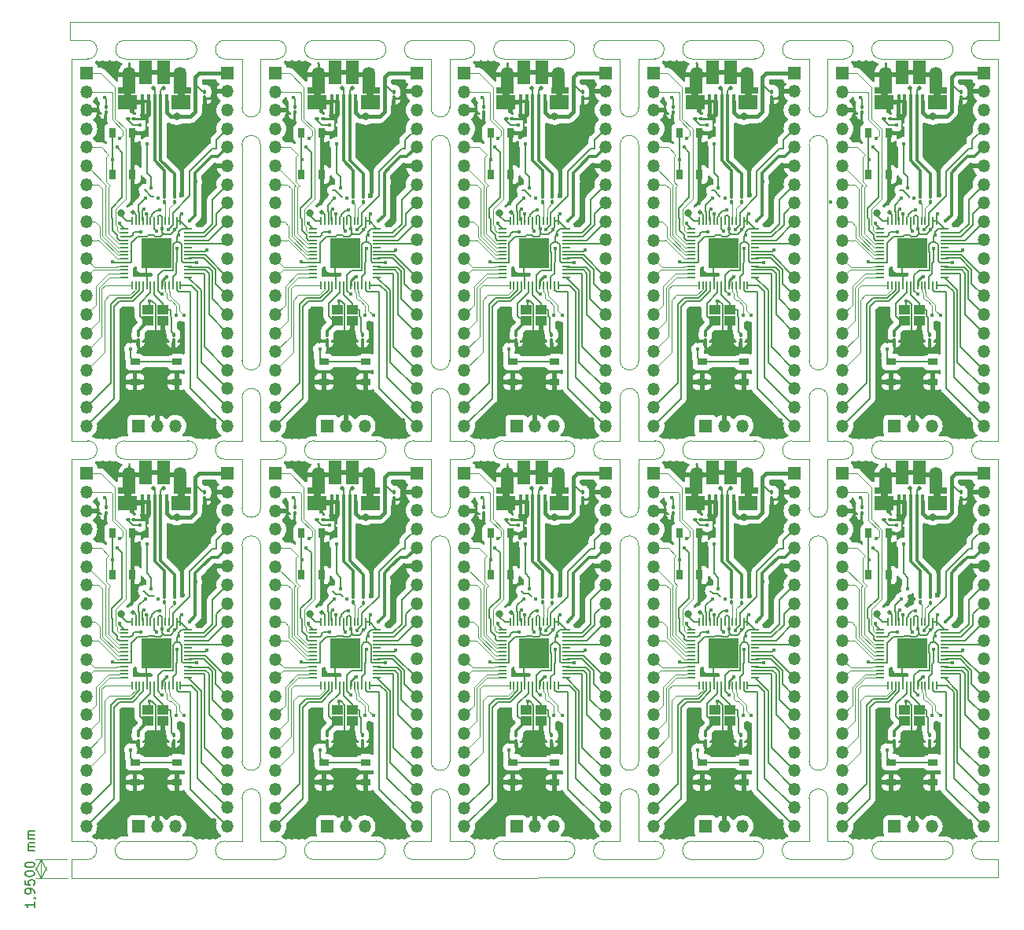
<source format=gtl>
G04 #@! TF.GenerationSoftware,KiCad,Pcbnew,7.0.6*
G04 #@! TF.CreationDate,2023-08-06T12:05:28+07:00*
G04 #@! TF.ProjectId,RP2040-Test-MassProduction,52503230-3430-42d5-9465-73742d4d6173,rev?*
G04 #@! TF.SameCoordinates,Original*
G04 #@! TF.FileFunction,Copper,L1,Top*
G04 #@! TF.FilePolarity,Positive*
%FSLAX46Y46*%
G04 Gerber Fmt 4.6, Leading zero omitted, Abs format (unit mm)*
G04 Created by KiCad (PCBNEW 7.0.6) date 2023-08-06 12:05:28*
%MOMM*%
%LPD*%
G01*
G04 APERTURE LIST*
G04 Aperture macros list*
%AMRoundRect*
0 Rectangle with rounded corners*
0 $1 Rounding radius*
0 $2 $3 $4 $5 $6 $7 $8 $9 X,Y pos of 4 corners*
0 Add a 4 corners polygon primitive as box body*
4,1,4,$2,$3,$4,$5,$6,$7,$8,$9,$2,$3,0*
0 Add four circle primitives for the rounded corners*
1,1,$1+$1,$2,$3*
1,1,$1+$1,$4,$5*
1,1,$1+$1,$6,$7*
1,1,$1+$1,$8,$9*
0 Add four rect primitives between the rounded corners*
20,1,$1+$1,$2,$3,$4,$5,0*
20,1,$1+$1,$4,$5,$6,$7,0*
20,1,$1+$1,$6,$7,$8,$9,0*
20,1,$1+$1,$8,$9,$2,$3,0*%
G04 Aperture macros list end*
G04 #@! TA.AperFunction,SMDPad,CuDef*
%ADD10RoundRect,0.050000X-0.387500X-0.050000X0.387500X-0.050000X0.387500X0.050000X-0.387500X0.050000X0*%
G04 #@! TD*
G04 #@! TA.AperFunction,SMDPad,CuDef*
%ADD11RoundRect,0.050000X-0.050000X-0.387500X0.050000X-0.387500X0.050000X0.387500X-0.050000X0.387500X0*%
G04 #@! TD*
G04 #@! TA.AperFunction,SMDPad,CuDef*
%ADD12R,3.200000X3.200000*%
G04 #@! TD*
G04 #@! TA.AperFunction,SMDPad,CuDef*
%ADD13RoundRect,0.100000X0.100000X-0.130000X0.100000X0.130000X-0.100000X0.130000X-0.100000X-0.130000X0*%
G04 #@! TD*
G04 #@! TA.AperFunction,SMDPad,CuDef*
%ADD14R,0.400000X1.650000*%
G04 #@! TD*
G04 #@! TA.AperFunction,SMDPad,CuDef*
%ADD15R,1.825000X0.700000*%
G04 #@! TD*
G04 #@! TA.AperFunction,SMDPad,CuDef*
%ADD16R,2.000000X1.500000*%
G04 #@! TD*
G04 #@! TA.AperFunction,SMDPad,CuDef*
%ADD17R,1.350000X2.000000*%
G04 #@! TD*
G04 #@! TA.AperFunction,ComponentPad*
%ADD18O,1.350000X1.700000*%
G04 #@! TD*
G04 #@! TA.AperFunction,ComponentPad*
%ADD19O,1.100000X1.500000*%
G04 #@! TD*
G04 #@! TA.AperFunction,SMDPad,CuDef*
%ADD20R,1.430000X2.500000*%
G04 #@! TD*
G04 #@! TA.AperFunction,ComponentPad*
%ADD21R,1.350000X1.350000*%
G04 #@! TD*
G04 #@! TA.AperFunction,ComponentPad*
%ADD22O,1.350000X1.350000*%
G04 #@! TD*
G04 #@! TA.AperFunction,SMDPad,CuDef*
%ADD23RoundRect,0.100000X0.130000X0.100000X-0.130000X0.100000X-0.130000X-0.100000X0.130000X-0.100000X0*%
G04 #@! TD*
G04 #@! TA.AperFunction,SMDPad,CuDef*
%ADD24RoundRect,0.100000X-0.100000X0.130000X-0.100000X-0.130000X0.100000X-0.130000X0.100000X0.130000X0*%
G04 #@! TD*
G04 #@! TA.AperFunction,SMDPad,CuDef*
%ADD25R,1.000000X0.750000*%
G04 #@! TD*
G04 #@! TA.AperFunction,SMDPad,CuDef*
%ADD26R,0.750000X1.000000*%
G04 #@! TD*
G04 #@! TA.AperFunction,SMDPad,CuDef*
%ADD27R,1.200000X1.000000*%
G04 #@! TD*
G04 #@! TA.AperFunction,ViaPad*
%ADD28C,0.600000*%
G04 #@! TD*
G04 #@! TA.AperFunction,ViaPad*
%ADD29C,0.400000*%
G04 #@! TD*
G04 #@! TA.AperFunction,ViaPad*
%ADD30C,0.800000*%
G04 #@! TD*
G04 #@! TA.AperFunction,ViaPad*
%ADD31C,0.500000*%
G04 #@! TD*
G04 #@! TA.AperFunction,Conductor*
%ADD32C,0.200000*%
G04 #@! TD*
G04 #@! TA.AperFunction,Conductor*
%ADD33C,0.500000*%
G04 #@! TD*
G04 #@! TA.AperFunction,Conductor*
%ADD34C,0.250000*%
G04 #@! TD*
G04 #@! TA.AperFunction,Conductor*
%ADD35C,0.300000*%
G04 #@! TD*
G04 #@! TA.AperFunction,Conductor*
%ADD36C,0.400000*%
G04 #@! TD*
G04 #@! TA.AperFunction,Conductor*
%ADD37C,0.100000*%
G04 #@! TD*
G04 #@! TA.AperFunction,Conductor*
%ADD38C,0.150000*%
G04 #@! TD*
G04 #@! TA.AperFunction,Profile*
%ADD39C,0.100000*%
G04 #@! TD*
%ADD40C,0.150000*%
G04 #@! TA.AperFunction,Profile*
%ADD41C,0.050000*%
G04 #@! TD*
G04 APERTURE END LIST*
D10*
G04 #@! TO.P,U23,1,IOVDD*
G04 #@! TO.N,+3.3V*
X126775488Y-121916279D03*
G04 #@! TO.P,U23,2,GPIO0*
G04 #@! TO.N,/GPIO0*
X126775488Y-122316279D03*
G04 #@! TO.P,U23,3,GPIO1*
G04 #@! TO.N,/GPIO1*
X126775488Y-122716279D03*
G04 #@! TO.P,U23,4,GPIO2*
G04 #@! TO.N,/GPIO2*
X126775488Y-123116279D03*
G04 #@! TO.P,U23,5,GPIO3*
G04 #@! TO.N,/GPIO3*
X126775488Y-123516279D03*
G04 #@! TO.P,U23,6,GPIO4*
G04 #@! TO.N,/GPIO4*
X126775488Y-123916279D03*
G04 #@! TO.P,U23,7,GPIO5*
G04 #@! TO.N,/GPIO5*
X126775488Y-124316279D03*
G04 #@! TO.P,U23,8,GPIO6*
G04 #@! TO.N,/GPIO6*
X126775488Y-124716279D03*
G04 #@! TO.P,U23,9,GPIO7*
G04 #@! TO.N,/GPIO7*
X126775488Y-125116279D03*
G04 #@! TO.P,U23,10,IOVDD*
G04 #@! TO.N,+3.3V*
X126775488Y-125516279D03*
G04 #@! TO.P,U23,11,GPIO8*
G04 #@! TO.N,/GPIO8*
X126775488Y-125916279D03*
G04 #@! TO.P,U23,12,GPIO9*
G04 #@! TO.N,/GPIO9*
X126775488Y-126316279D03*
G04 #@! TO.P,U23,13,GPIO10*
G04 #@! TO.N,/GPIO10*
X126775488Y-126716279D03*
G04 #@! TO.P,U23,14,GPIO11*
G04 #@! TO.N,/GPIO11*
X126775488Y-127116279D03*
D11*
G04 #@! TO.P,U23,15,GPIO12*
G04 #@! TO.N,/GPIO12*
X127612988Y-127953779D03*
G04 #@! TO.P,U23,16,GPIO13*
G04 #@! TO.N,/GPIO13*
X128012988Y-127953779D03*
G04 #@! TO.P,U23,17,GPIO14*
G04 #@! TO.N,/GPIO14*
X128412988Y-127953779D03*
G04 #@! TO.P,U23,18,GPIO15*
G04 #@! TO.N,/GPIO15*
X128812988Y-127953779D03*
G04 #@! TO.P,U23,19,TESTEN*
G04 #@! TO.N,GND*
X129212988Y-127953779D03*
G04 #@! TO.P,U23,20,XIN*
G04 #@! TO.N,/XIN*
X129612988Y-127953779D03*
G04 #@! TO.P,U23,21,XOUT*
G04 #@! TO.N,/XOUT*
X130012988Y-127953779D03*
G04 #@! TO.P,U23,22,IOVDD*
G04 #@! TO.N,+3.3V*
X130412988Y-127953779D03*
G04 #@! TO.P,U23,23,DVDD*
G04 #@! TO.N,+1V1*
X130812988Y-127953779D03*
G04 #@! TO.P,U23,24,SWCLK*
G04 #@! TO.N,/SWCLK*
X131212988Y-127953779D03*
G04 #@! TO.P,U23,25,SWD*
G04 #@! TO.N,/SWDIO*
X131612988Y-127953779D03*
G04 #@! TO.P,U23,26,RUN*
G04 #@! TO.N,/RESET*
X132012988Y-127953779D03*
G04 #@! TO.P,U23,27,GPIO16*
G04 #@! TO.N,/GPIO16*
X132412988Y-127953779D03*
G04 #@! TO.P,U23,28,GPIO17*
G04 #@! TO.N,/GPIO17*
X132812988Y-127953779D03*
D10*
G04 #@! TO.P,U23,29,GPIO18*
G04 #@! TO.N,/GPIO18*
X133650488Y-127116279D03*
G04 #@! TO.P,U23,30,GPIO19*
G04 #@! TO.N,/GPIO19*
X133650488Y-126716279D03*
G04 #@! TO.P,U23,31,GPIO20*
G04 #@! TO.N,/GPIO20*
X133650488Y-126316279D03*
G04 #@! TO.P,U23,32,GPIO21*
G04 #@! TO.N,/GPIO21*
X133650488Y-125916279D03*
G04 #@! TO.P,U23,33,IOVDD*
G04 #@! TO.N,+3.3V*
X133650488Y-125516279D03*
G04 #@! TO.P,U23,34,GPIO22*
G04 #@! TO.N,/GPIO22*
X133650488Y-125116279D03*
G04 #@! TO.P,U23,35,GPIO23*
G04 #@! TO.N,/GPIO23*
X133650488Y-124716279D03*
G04 #@! TO.P,U23,36,GPIO24*
G04 #@! TO.N,Net-(D1-A)*
X133650488Y-124316279D03*
G04 #@! TO.P,U23,37,GPIO25*
G04 #@! TO.N,unconnected-(U2-GPIO25-Pad37)*
X133650488Y-123916279D03*
G04 #@! TO.P,U23,38,GPIO26_ADC0*
G04 #@! TO.N,/GPIO26*
X133650488Y-123516279D03*
G04 #@! TO.P,U23,39,GPIO27_ADC1*
G04 #@! TO.N,/GPIO27*
X133650488Y-123116279D03*
G04 #@! TO.P,U23,40,GPIO28_ADC2*
G04 #@! TO.N,/GPIO28*
X133650488Y-122716279D03*
G04 #@! TO.P,U23,41,GPIO29_ADC3*
G04 #@! TO.N,/GPIO29*
X133650488Y-122316279D03*
G04 #@! TO.P,U23,42,IOVDD*
G04 #@! TO.N,+3.3V*
X133650488Y-121916279D03*
D11*
G04 #@! TO.P,U23,43,ADC_AVDD*
X132812988Y-121078779D03*
G04 #@! TO.P,U23,44,VREG_IN*
X132412988Y-121078779D03*
G04 #@! TO.P,U23,45,VREG_VOUT*
G04 #@! TO.N,+1V1*
X132012988Y-121078779D03*
G04 #@! TO.P,U23,46,USB_DM*
G04 #@! TO.N,Net-(U2-USB_DM)*
X131612988Y-121078779D03*
G04 #@! TO.P,U23,47,USB_DP*
G04 #@! TO.N,Net-(U2-USB_DP)*
X131212988Y-121078779D03*
G04 #@! TO.P,U23,48,USB_VDD*
G04 #@! TO.N,+3.3V*
X130812988Y-121078779D03*
G04 #@! TO.P,U23,49,IOVDD*
X130412988Y-121078779D03*
G04 #@! TO.P,U23,50,DVDD*
G04 #@! TO.N,+1V1*
X130012988Y-121078779D03*
G04 #@! TO.P,U23,51,QSPI_SD3*
G04 #@! TO.N,/QSPI_SD3*
X129612988Y-121078779D03*
G04 #@! TO.P,U23,52,QSPI_SCLK*
G04 #@! TO.N,/QSPI_SCLK*
X129212988Y-121078779D03*
G04 #@! TO.P,U23,53,QSPI_SD0*
G04 #@! TO.N,/QSPI_SD0*
X128812988Y-121078779D03*
G04 #@! TO.P,U23,54,QSPI_SD2*
G04 #@! TO.N,/QSPI_SD2*
X128412988Y-121078779D03*
G04 #@! TO.P,U23,55,QSPI_SD1*
G04 #@! TO.N,/QSPI_SD1*
X128012988Y-121078779D03*
G04 #@! TO.P,U23,56,QSPI_SS*
G04 #@! TO.N,/QSPI_CS*
X127612988Y-121078779D03*
D12*
G04 #@! TO.P,U23,57,GND*
G04 #@! TO.N,GND*
X130212988Y-124516279D03*
G04 #@! TD*
D13*
G04 #@! TO.P,D29,1,K*
G04 #@! TO.N,GND*
X176150488Y-107781279D03*
G04 #@! TO.P,D29,2,A*
G04 #@! TO.N,VBUS*
X176150488Y-107141279D03*
G04 #@! TD*
D14*
G04 #@! TO.P,J21,1,VBUS*
G04 #@! TO.N,VBUS*
X90660488Y-108166279D03*
G04 #@! TO.P,J21,2,D-*
G04 #@! TO.N,/USB_DM*
X90010488Y-108166279D03*
G04 #@! TO.P,J21,3,D+*
G04 #@! TO.N,/USB_DP*
X89360488Y-108166279D03*
G04 #@! TO.P,J21,4,ID*
G04 #@! TO.N,GND*
X88710488Y-108166279D03*
G04 #@! TO.P,J21,5,GND*
X88060488Y-108166279D03*
D15*
G04 #@! TO.P,J21,6,Shield*
X92310488Y-106966279D03*
D16*
X92210488Y-108266279D03*
D17*
X92090488Y-106216279D03*
D18*
X92090488Y-105286279D03*
D19*
X91780488Y-108286279D03*
D20*
X90320488Y-105016279D03*
X88400488Y-105016279D03*
D19*
X86940488Y-108286279D03*
D18*
X86630488Y-105286279D03*
D17*
X86610488Y-106216279D03*
D16*
X86460488Y-108286279D03*
D15*
X86360488Y-106966279D03*
G04 #@! TD*
D21*
G04 #@! TO.P,J39,1,Pin_1*
G04 #@! TO.N,VBUS*
X178590488Y-105106279D03*
D22*
G04 #@! TO.P,J39,2,Pin_2*
G04 #@! TO.N,GND*
X178590488Y-107106279D03*
G04 #@! TO.P,J39,3,Pin_3*
G04 #@! TO.N,+3.3V*
X178590488Y-109106279D03*
G04 #@! TO.P,J39,4,Pin_4*
G04 #@! TO.N,+1V1*
X178590488Y-111106279D03*
G04 #@! TO.P,J39,5,Pin_5*
G04 #@! TO.N,/RESET*
X178590488Y-113106279D03*
G04 #@! TO.P,J39,6,Pin_6*
G04 #@! TO.N,GND*
X178590488Y-115106279D03*
G04 #@! TO.P,J39,7,Pin_7*
G04 #@! TO.N,/GPIO29*
X178590488Y-117106279D03*
G04 #@! TO.P,J39,8,Pin_8*
G04 #@! TO.N,/GPIO28*
X178590488Y-119106279D03*
G04 #@! TO.P,J39,9,Pin_9*
G04 #@! TO.N,/GPIO27*
X178590488Y-121106279D03*
G04 #@! TO.P,J39,10,Pin_10*
G04 #@! TO.N,/GPIO26*
X178590488Y-123106279D03*
G04 #@! TO.P,J39,11,Pin_11*
G04 #@! TO.N,GND*
X178590488Y-125106279D03*
G04 #@! TO.P,J39,12,Pin_12*
G04 #@! TO.N,/GPIO23*
X178590488Y-127106279D03*
G04 #@! TO.P,J39,13,Pin_13*
G04 #@! TO.N,/GPIO22*
X178590488Y-129106279D03*
G04 #@! TO.P,J39,14,Pin_14*
G04 #@! TO.N,/GPIO21*
X178590488Y-131106279D03*
G04 #@! TO.P,J39,15,Pin_15*
G04 #@! TO.N,/GPIO20*
X178590488Y-133106279D03*
G04 #@! TO.P,J39,16,Pin_16*
G04 #@! TO.N,GND*
X178590488Y-135106279D03*
G04 #@! TO.P,J39,17,Pin_17*
G04 #@! TO.N,/GPIO19*
X178590488Y-137106279D03*
G04 #@! TO.P,J39,18,Pin_18*
G04 #@! TO.N,/GPIO18*
X178590488Y-139106279D03*
G04 #@! TO.P,J39,19,Pin_19*
G04 #@! TO.N,/GPIO17*
X178590488Y-141106279D03*
G04 #@! TO.P,J39,20,Pin_20*
G04 #@! TO.N,/GPIO16*
X178590488Y-143106279D03*
G04 #@! TD*
D23*
G04 #@! TO.P,D18,1,K*
G04 #@! TO.N,GND*
X87127988Y-110051279D03*
G04 #@! TO.P,D18,2,A*
G04 #@! TO.N,+3.3V*
X86487988Y-110051279D03*
G04 #@! TD*
D10*
G04 #@! TO.P,U17,1,IOVDD*
G04 #@! TO.N,+3.3V*
X86075488Y-121916279D03*
G04 #@! TO.P,U17,2,GPIO0*
G04 #@! TO.N,/GPIO0*
X86075488Y-122316279D03*
G04 #@! TO.P,U17,3,GPIO1*
G04 #@! TO.N,/GPIO1*
X86075488Y-122716279D03*
G04 #@! TO.P,U17,4,GPIO2*
G04 #@! TO.N,/GPIO2*
X86075488Y-123116279D03*
G04 #@! TO.P,U17,5,GPIO3*
G04 #@! TO.N,/GPIO3*
X86075488Y-123516279D03*
G04 #@! TO.P,U17,6,GPIO4*
G04 #@! TO.N,/GPIO4*
X86075488Y-123916279D03*
G04 #@! TO.P,U17,7,GPIO5*
G04 #@! TO.N,/GPIO5*
X86075488Y-124316279D03*
G04 #@! TO.P,U17,8,GPIO6*
G04 #@! TO.N,/GPIO6*
X86075488Y-124716279D03*
G04 #@! TO.P,U17,9,GPIO7*
G04 #@! TO.N,/GPIO7*
X86075488Y-125116279D03*
G04 #@! TO.P,U17,10,IOVDD*
G04 #@! TO.N,+3.3V*
X86075488Y-125516279D03*
G04 #@! TO.P,U17,11,GPIO8*
G04 #@! TO.N,/GPIO8*
X86075488Y-125916279D03*
G04 #@! TO.P,U17,12,GPIO9*
G04 #@! TO.N,/GPIO9*
X86075488Y-126316279D03*
G04 #@! TO.P,U17,13,GPIO10*
G04 #@! TO.N,/GPIO10*
X86075488Y-126716279D03*
G04 #@! TO.P,U17,14,GPIO11*
G04 #@! TO.N,/GPIO11*
X86075488Y-127116279D03*
D11*
G04 #@! TO.P,U17,15,GPIO12*
G04 #@! TO.N,/GPIO12*
X86912988Y-127953779D03*
G04 #@! TO.P,U17,16,GPIO13*
G04 #@! TO.N,/GPIO13*
X87312988Y-127953779D03*
G04 #@! TO.P,U17,17,GPIO14*
G04 #@! TO.N,/GPIO14*
X87712988Y-127953779D03*
G04 #@! TO.P,U17,18,GPIO15*
G04 #@! TO.N,/GPIO15*
X88112988Y-127953779D03*
G04 #@! TO.P,U17,19,TESTEN*
G04 #@! TO.N,GND*
X88512988Y-127953779D03*
G04 #@! TO.P,U17,20,XIN*
G04 #@! TO.N,/XIN*
X88912988Y-127953779D03*
G04 #@! TO.P,U17,21,XOUT*
G04 #@! TO.N,/XOUT*
X89312988Y-127953779D03*
G04 #@! TO.P,U17,22,IOVDD*
G04 #@! TO.N,+3.3V*
X89712988Y-127953779D03*
G04 #@! TO.P,U17,23,DVDD*
G04 #@! TO.N,+1V1*
X90112988Y-127953779D03*
G04 #@! TO.P,U17,24,SWCLK*
G04 #@! TO.N,/SWCLK*
X90512988Y-127953779D03*
G04 #@! TO.P,U17,25,SWD*
G04 #@! TO.N,/SWDIO*
X90912988Y-127953779D03*
G04 #@! TO.P,U17,26,RUN*
G04 #@! TO.N,/RESET*
X91312988Y-127953779D03*
G04 #@! TO.P,U17,27,GPIO16*
G04 #@! TO.N,/GPIO16*
X91712988Y-127953779D03*
G04 #@! TO.P,U17,28,GPIO17*
G04 #@! TO.N,/GPIO17*
X92112988Y-127953779D03*
D10*
G04 #@! TO.P,U17,29,GPIO18*
G04 #@! TO.N,/GPIO18*
X92950488Y-127116279D03*
G04 #@! TO.P,U17,30,GPIO19*
G04 #@! TO.N,/GPIO19*
X92950488Y-126716279D03*
G04 #@! TO.P,U17,31,GPIO20*
G04 #@! TO.N,/GPIO20*
X92950488Y-126316279D03*
G04 #@! TO.P,U17,32,GPIO21*
G04 #@! TO.N,/GPIO21*
X92950488Y-125916279D03*
G04 #@! TO.P,U17,33,IOVDD*
G04 #@! TO.N,+3.3V*
X92950488Y-125516279D03*
G04 #@! TO.P,U17,34,GPIO22*
G04 #@! TO.N,/GPIO22*
X92950488Y-125116279D03*
G04 #@! TO.P,U17,35,GPIO23*
G04 #@! TO.N,/GPIO23*
X92950488Y-124716279D03*
G04 #@! TO.P,U17,36,GPIO24*
G04 #@! TO.N,Net-(D1-A)*
X92950488Y-124316279D03*
G04 #@! TO.P,U17,37,GPIO25*
G04 #@! TO.N,unconnected-(U2-GPIO25-Pad37)*
X92950488Y-123916279D03*
G04 #@! TO.P,U17,38,GPIO26_ADC0*
G04 #@! TO.N,/GPIO26*
X92950488Y-123516279D03*
G04 #@! TO.P,U17,39,GPIO27_ADC1*
G04 #@! TO.N,/GPIO27*
X92950488Y-123116279D03*
G04 #@! TO.P,U17,40,GPIO28_ADC2*
G04 #@! TO.N,/GPIO28*
X92950488Y-122716279D03*
G04 #@! TO.P,U17,41,GPIO29_ADC3*
G04 #@! TO.N,/GPIO29*
X92950488Y-122316279D03*
G04 #@! TO.P,U17,42,IOVDD*
G04 #@! TO.N,+3.3V*
X92950488Y-121916279D03*
D11*
G04 #@! TO.P,U17,43,ADC_AVDD*
X92112988Y-121078779D03*
G04 #@! TO.P,U17,44,VREG_IN*
X91712988Y-121078779D03*
G04 #@! TO.P,U17,45,VREG_VOUT*
G04 #@! TO.N,+1V1*
X91312988Y-121078779D03*
G04 #@! TO.P,U17,46,USB_DM*
G04 #@! TO.N,Net-(U2-USB_DM)*
X90912988Y-121078779D03*
G04 #@! TO.P,U17,47,USB_DP*
G04 #@! TO.N,Net-(U2-USB_DP)*
X90512988Y-121078779D03*
G04 #@! TO.P,U17,48,USB_VDD*
G04 #@! TO.N,+3.3V*
X90112988Y-121078779D03*
G04 #@! TO.P,U17,49,IOVDD*
X89712988Y-121078779D03*
G04 #@! TO.P,U17,50,DVDD*
G04 #@! TO.N,+1V1*
X89312988Y-121078779D03*
G04 #@! TO.P,U17,51,QSPI_SD3*
G04 #@! TO.N,/QSPI_SD3*
X88912988Y-121078779D03*
G04 #@! TO.P,U17,52,QSPI_SCLK*
G04 #@! TO.N,/QSPI_SCLK*
X88512988Y-121078779D03*
G04 #@! TO.P,U17,53,QSPI_SD0*
G04 #@! TO.N,/QSPI_SD0*
X88112988Y-121078779D03*
G04 #@! TO.P,U17,54,QSPI_SD2*
G04 #@! TO.N,/QSPI_SD2*
X87712988Y-121078779D03*
G04 #@! TO.P,U17,55,QSPI_SD1*
G04 #@! TO.N,/QSPI_SD1*
X87312988Y-121078779D03*
G04 #@! TO.P,U17,56,QSPI_SS*
G04 #@! TO.N,/QSPI_CS*
X86912988Y-121078779D03*
D12*
G04 #@! TO.P,U17,57,GND*
G04 #@! TO.N,GND*
X89512988Y-124516279D03*
G04 #@! TD*
D24*
G04 #@! TO.P,C42,1*
G04 #@! TO.N,/XIN*
X128275488Y-90176279D03*
G04 #@! TO.P,C42,2*
G04 #@! TO.N,GND*
X128275488Y-90816279D03*
G04 #@! TD*
G04 #@! TO.P,R8,1*
G04 #@! TO.N,/USB_DM*
X132175488Y-75268779D03*
G04 #@! TO.P,R8,2*
G04 #@! TO.N,Net-(U2-USB_DM)*
X132175488Y-75908779D03*
G04 #@! TD*
G04 #@! TO.P,C111,1*
G04 #@! TO.N,/XOUT*
X132075488Y-133281279D03*
G04 #@! TO.P,C111,2*
G04 #@! TO.N,GND*
X132075488Y-133921279D03*
G04 #@! TD*
D25*
G04 #@! TO.P,S20,1*
G04 #@! TO.N,GND*
X168625488Y-138376279D03*
G04 #@! TO.P,S20,2*
X173125488Y-138376279D03*
G04 #@! TO.P,S20,3*
G04 #@! TO.N,/RESET*
X168625488Y-136226279D03*
G04 #@! TO.P,S20,4*
X173125488Y-136226279D03*
G04 #@! TD*
D13*
G04 #@! TO.P,D10,1,K*
G04 #@! TO.N,GND*
X145155488Y-66266279D03*
G04 #@! TO.P,D10,2,A*
G04 #@! TO.N,Net-(D1-A)*
X145155488Y-65626279D03*
G04 #@! TD*
D21*
G04 #@! TO.P,J31,1,Pin_1*
G04 #@! TO.N,VBUS*
X137890488Y-105106279D03*
D22*
G04 #@! TO.P,J31,2,Pin_2*
G04 #@! TO.N,GND*
X137890488Y-107106279D03*
G04 #@! TO.P,J31,3,Pin_3*
G04 #@! TO.N,+3.3V*
X137890488Y-109106279D03*
G04 #@! TO.P,J31,4,Pin_4*
G04 #@! TO.N,+1V1*
X137890488Y-111106279D03*
G04 #@! TO.P,J31,5,Pin_5*
G04 #@! TO.N,/RESET*
X137890488Y-113106279D03*
G04 #@! TO.P,J31,6,Pin_6*
G04 #@! TO.N,GND*
X137890488Y-115106279D03*
G04 #@! TO.P,J31,7,Pin_7*
G04 #@! TO.N,/GPIO29*
X137890488Y-117106279D03*
G04 #@! TO.P,J31,8,Pin_8*
G04 #@! TO.N,/GPIO28*
X137890488Y-119106279D03*
G04 #@! TO.P,J31,9,Pin_9*
G04 #@! TO.N,/GPIO27*
X137890488Y-121106279D03*
G04 #@! TO.P,J31,10,Pin_10*
G04 #@! TO.N,/GPIO26*
X137890488Y-123106279D03*
G04 #@! TO.P,J31,11,Pin_11*
G04 #@! TO.N,GND*
X137890488Y-125106279D03*
G04 #@! TO.P,J31,12,Pin_12*
G04 #@! TO.N,/GPIO23*
X137890488Y-127106279D03*
G04 #@! TO.P,J31,13,Pin_13*
G04 #@! TO.N,/GPIO22*
X137890488Y-129106279D03*
G04 #@! TO.P,J31,14,Pin_14*
G04 #@! TO.N,/GPIO21*
X137890488Y-131106279D03*
G04 #@! TO.P,J31,15,Pin_15*
G04 #@! TO.N,/GPIO20*
X137890488Y-133106279D03*
G04 #@! TO.P,J31,16,Pin_16*
G04 #@! TO.N,GND*
X137890488Y-135106279D03*
G04 #@! TO.P,J31,17,Pin_17*
G04 #@! TO.N,/GPIO19*
X137890488Y-137106279D03*
G04 #@! TO.P,J31,18,Pin_18*
G04 #@! TO.N,/GPIO18*
X137890488Y-139106279D03*
G04 #@! TO.P,J31,19,Pin_19*
G04 #@! TO.N,/GPIO17*
X137890488Y-141106279D03*
G04 #@! TO.P,J31,20,Pin_20*
G04 #@! TO.N,/GPIO16*
X137890488Y-143106279D03*
G04 #@! TD*
D26*
G04 #@! TO.P,S3,1*
G04 #@! TO.N,GND*
X107300488Y-72921279D03*
G04 #@! TO.P,S3,2*
X107300488Y-68421279D03*
G04 #@! TO.P,S3,3*
G04 #@! TO.N,/QSPI_CS*
X105150488Y-72921279D03*
G04 #@! TO.P,S3,4*
X105150488Y-68421279D03*
G04 #@! TD*
D24*
G04 #@! TO.P,R17,1*
G04 #@! TO.N,/USB_DM*
X91475488Y-118398779D03*
G04 #@! TO.P,R17,2*
G04 #@! TO.N,Net-(U2-USB_DM)*
X91475488Y-119038779D03*
G04 #@! TD*
D26*
G04 #@! TO.P,S17,1*
G04 #@! TO.N,GND*
X148000488Y-116051279D03*
G04 #@! TO.P,S17,2*
X148000488Y-111551279D03*
G04 #@! TO.P,S17,3*
G04 #@! TO.N,/QSPI_CS*
X145850488Y-116051279D03*
G04 #@! TO.P,S17,4*
X145850488Y-111551279D03*
G04 #@! TD*
D14*
G04 #@! TO.P,J37,1,VBUS*
G04 #@! TO.N,VBUS*
X172060488Y-108166279D03*
G04 #@! TO.P,J37,2,D-*
G04 #@! TO.N,/USB_DM*
X171410488Y-108166279D03*
G04 #@! TO.P,J37,3,D+*
G04 #@! TO.N,/USB_DP*
X170760488Y-108166279D03*
G04 #@! TO.P,J37,4,ID*
G04 #@! TO.N,GND*
X170110488Y-108166279D03*
G04 #@! TO.P,J37,5,GND*
X169460488Y-108166279D03*
D15*
G04 #@! TO.P,J37,6,Shield*
X173710488Y-106966279D03*
D16*
X173610488Y-108266279D03*
D17*
X173490488Y-106216279D03*
D18*
X173490488Y-105286279D03*
D19*
X173180488Y-108286279D03*
D20*
X171720488Y-105016279D03*
X169800488Y-105016279D03*
D19*
X168340488Y-108286279D03*
D18*
X168030488Y-105286279D03*
D17*
X168010488Y-106216279D03*
D16*
X167860488Y-108286279D03*
D15*
X167760488Y-106966279D03*
G04 #@! TD*
D14*
G04 #@! TO.P,J1,1,VBUS*
G04 #@! TO.N,VBUS*
X90660488Y-65036279D03*
G04 #@! TO.P,J1,2,D-*
G04 #@! TO.N,/USB_DM*
X90010488Y-65036279D03*
G04 #@! TO.P,J1,3,D+*
G04 #@! TO.N,/USB_DP*
X89360488Y-65036279D03*
G04 #@! TO.P,J1,4,ID*
G04 #@! TO.N,GND*
X88710488Y-65036279D03*
G04 #@! TO.P,J1,5,GND*
X88060488Y-65036279D03*
D15*
G04 #@! TO.P,J1,6,Shield*
X92310488Y-63836279D03*
D16*
X92210488Y-65136279D03*
D17*
X92090488Y-63086279D03*
D18*
X92090488Y-62156279D03*
D19*
X91780488Y-65156279D03*
D20*
X90320488Y-61886279D03*
X88400488Y-61886279D03*
D19*
X86940488Y-65156279D03*
D18*
X86630488Y-62156279D03*
D17*
X86610488Y-63086279D03*
D16*
X86460488Y-65156279D03*
D15*
X86360488Y-63836279D03*
G04 #@! TD*
D23*
G04 #@! TO.P,D6,1,K*
G04 #@! TO.N,GND*
X107477988Y-66921279D03*
G04 #@! TO.P,D6,2,A*
G04 #@! TO.N,+3.3V*
X106837988Y-66921279D03*
G04 #@! TD*
D24*
G04 #@! TO.P,R1,1*
G04 #@! TO.N,/USB_DP*
X90400488Y-75243779D03*
G04 #@! TO.P,R1,2*
G04 #@! TO.N,Net-(U2-USB_DP)*
X90400488Y-75883779D03*
G04 #@! TD*
D14*
G04 #@! TO.P,J33,1,VBUS*
G04 #@! TO.N,VBUS*
X151710488Y-108166279D03*
G04 #@! TO.P,J33,2,D-*
G04 #@! TO.N,/USB_DM*
X151060488Y-108166279D03*
G04 #@! TO.P,J33,3,D+*
G04 #@! TO.N,/USB_DP*
X150410488Y-108166279D03*
G04 #@! TO.P,J33,4,ID*
G04 #@! TO.N,GND*
X149760488Y-108166279D03*
G04 #@! TO.P,J33,5,GND*
X149110488Y-108166279D03*
D15*
G04 #@! TO.P,J33,6,Shield*
X153360488Y-106966279D03*
D16*
X153260488Y-108266279D03*
D17*
X153140488Y-106216279D03*
D18*
X153140488Y-105286279D03*
D19*
X152830488Y-108286279D03*
D20*
X151370488Y-105016279D03*
X149450488Y-105016279D03*
D19*
X147990488Y-108286279D03*
D18*
X147680488Y-105286279D03*
D17*
X147660488Y-106216279D03*
D16*
X147510488Y-108286279D03*
D15*
X147410488Y-106966279D03*
G04 #@! TD*
D21*
G04 #@! TO.P,J18,1,Pin_1*
G04 #@! TO.N,/GPIO0*
X163399888Y-61991879D03*
D22*
G04 #@! TO.P,J18,2,Pin_2*
G04 #@! TO.N,/GPIO1*
X163399888Y-63991879D03*
G04 #@! TO.P,J18,3,Pin_3*
G04 #@! TO.N,GND*
X163399888Y-65991879D03*
G04 #@! TO.P,J18,4,Pin_4*
G04 #@! TO.N,/GPIO2*
X163399888Y-67991879D03*
G04 #@! TO.P,J18,5,Pin_5*
G04 #@! TO.N,/GPIO3*
X163399888Y-69991879D03*
G04 #@! TO.P,J18,6,Pin_6*
G04 #@! TO.N,/GPIO4*
X163399888Y-71991879D03*
G04 #@! TO.P,J18,7,Pin_7*
G04 #@! TO.N,/GPIO5*
X163399888Y-73991879D03*
G04 #@! TO.P,J18,8,Pin_8*
G04 #@! TO.N,GND*
X163399888Y-75991879D03*
G04 #@! TO.P,J18,9,Pin_9*
G04 #@! TO.N,/GPIO6*
X163399888Y-77991879D03*
G04 #@! TO.P,J18,10,Pin_10*
G04 #@! TO.N,/GPIO7*
X163399888Y-79991879D03*
G04 #@! TO.P,J18,11,Pin_11*
G04 #@! TO.N,/GPIO8*
X163399888Y-81991879D03*
G04 #@! TO.P,J18,12,Pin_12*
G04 #@! TO.N,/GPIO9*
X163399888Y-83991879D03*
G04 #@! TO.P,J18,13,Pin_13*
G04 #@! TO.N,GND*
X163399888Y-85991879D03*
G04 #@! TO.P,J18,14,Pin_14*
G04 #@! TO.N,/GPIO10*
X163399888Y-87991879D03*
G04 #@! TO.P,J18,15,Pin_15*
G04 #@! TO.N,/GPIO11*
X163399888Y-89991879D03*
G04 #@! TO.P,J18,16,Pin_16*
G04 #@! TO.N,/GPIO12*
X163399888Y-91991879D03*
G04 #@! TO.P,J18,17,Pin_17*
G04 #@! TO.N,/GPIO13*
X163399888Y-93991879D03*
G04 #@! TO.P,J18,18,Pin_18*
G04 #@! TO.N,GND*
X163399888Y-95991879D03*
G04 #@! TO.P,J18,19,Pin_19*
G04 #@! TO.N,/GPIO14*
X163399888Y-97991879D03*
G04 #@! TO.P,J18,20,Pin_20*
G04 #@! TO.N,/GPIO15*
X163399888Y-99991879D03*
G04 #@! TD*
D10*
G04 #@! TO.P,U20,1,IOVDD*
G04 #@! TO.N,+3.3V*
X106425488Y-121916279D03*
G04 #@! TO.P,U20,2,GPIO0*
G04 #@! TO.N,/GPIO0*
X106425488Y-122316279D03*
G04 #@! TO.P,U20,3,GPIO1*
G04 #@! TO.N,/GPIO1*
X106425488Y-122716279D03*
G04 #@! TO.P,U20,4,GPIO2*
G04 #@! TO.N,/GPIO2*
X106425488Y-123116279D03*
G04 #@! TO.P,U20,5,GPIO3*
G04 #@! TO.N,/GPIO3*
X106425488Y-123516279D03*
G04 #@! TO.P,U20,6,GPIO4*
G04 #@! TO.N,/GPIO4*
X106425488Y-123916279D03*
G04 #@! TO.P,U20,7,GPIO5*
G04 #@! TO.N,/GPIO5*
X106425488Y-124316279D03*
G04 #@! TO.P,U20,8,GPIO6*
G04 #@! TO.N,/GPIO6*
X106425488Y-124716279D03*
G04 #@! TO.P,U20,9,GPIO7*
G04 #@! TO.N,/GPIO7*
X106425488Y-125116279D03*
G04 #@! TO.P,U20,10,IOVDD*
G04 #@! TO.N,+3.3V*
X106425488Y-125516279D03*
G04 #@! TO.P,U20,11,GPIO8*
G04 #@! TO.N,/GPIO8*
X106425488Y-125916279D03*
G04 #@! TO.P,U20,12,GPIO9*
G04 #@! TO.N,/GPIO9*
X106425488Y-126316279D03*
G04 #@! TO.P,U20,13,GPIO10*
G04 #@! TO.N,/GPIO10*
X106425488Y-126716279D03*
G04 #@! TO.P,U20,14,GPIO11*
G04 #@! TO.N,/GPIO11*
X106425488Y-127116279D03*
D11*
G04 #@! TO.P,U20,15,GPIO12*
G04 #@! TO.N,/GPIO12*
X107262988Y-127953779D03*
G04 #@! TO.P,U20,16,GPIO13*
G04 #@! TO.N,/GPIO13*
X107662988Y-127953779D03*
G04 #@! TO.P,U20,17,GPIO14*
G04 #@! TO.N,/GPIO14*
X108062988Y-127953779D03*
G04 #@! TO.P,U20,18,GPIO15*
G04 #@! TO.N,/GPIO15*
X108462988Y-127953779D03*
G04 #@! TO.P,U20,19,TESTEN*
G04 #@! TO.N,GND*
X108862988Y-127953779D03*
G04 #@! TO.P,U20,20,XIN*
G04 #@! TO.N,/XIN*
X109262988Y-127953779D03*
G04 #@! TO.P,U20,21,XOUT*
G04 #@! TO.N,/XOUT*
X109662988Y-127953779D03*
G04 #@! TO.P,U20,22,IOVDD*
G04 #@! TO.N,+3.3V*
X110062988Y-127953779D03*
G04 #@! TO.P,U20,23,DVDD*
G04 #@! TO.N,+1V1*
X110462988Y-127953779D03*
G04 #@! TO.P,U20,24,SWCLK*
G04 #@! TO.N,/SWCLK*
X110862988Y-127953779D03*
G04 #@! TO.P,U20,25,SWD*
G04 #@! TO.N,/SWDIO*
X111262988Y-127953779D03*
G04 #@! TO.P,U20,26,RUN*
G04 #@! TO.N,/RESET*
X111662988Y-127953779D03*
G04 #@! TO.P,U20,27,GPIO16*
G04 #@! TO.N,/GPIO16*
X112062988Y-127953779D03*
G04 #@! TO.P,U20,28,GPIO17*
G04 #@! TO.N,/GPIO17*
X112462988Y-127953779D03*
D10*
G04 #@! TO.P,U20,29,GPIO18*
G04 #@! TO.N,/GPIO18*
X113300488Y-127116279D03*
G04 #@! TO.P,U20,30,GPIO19*
G04 #@! TO.N,/GPIO19*
X113300488Y-126716279D03*
G04 #@! TO.P,U20,31,GPIO20*
G04 #@! TO.N,/GPIO20*
X113300488Y-126316279D03*
G04 #@! TO.P,U20,32,GPIO21*
G04 #@! TO.N,/GPIO21*
X113300488Y-125916279D03*
G04 #@! TO.P,U20,33,IOVDD*
G04 #@! TO.N,+3.3V*
X113300488Y-125516279D03*
G04 #@! TO.P,U20,34,GPIO22*
G04 #@! TO.N,/GPIO22*
X113300488Y-125116279D03*
G04 #@! TO.P,U20,35,GPIO23*
G04 #@! TO.N,/GPIO23*
X113300488Y-124716279D03*
G04 #@! TO.P,U20,36,GPIO24*
G04 #@! TO.N,Net-(D1-A)*
X113300488Y-124316279D03*
G04 #@! TO.P,U20,37,GPIO25*
G04 #@! TO.N,unconnected-(U2-GPIO25-Pad37)*
X113300488Y-123916279D03*
G04 #@! TO.P,U20,38,GPIO26_ADC0*
G04 #@! TO.N,/GPIO26*
X113300488Y-123516279D03*
G04 #@! TO.P,U20,39,GPIO27_ADC1*
G04 #@! TO.N,/GPIO27*
X113300488Y-123116279D03*
G04 #@! TO.P,U20,40,GPIO28_ADC2*
G04 #@! TO.N,/GPIO28*
X113300488Y-122716279D03*
G04 #@! TO.P,U20,41,GPIO29_ADC3*
G04 #@! TO.N,/GPIO29*
X113300488Y-122316279D03*
G04 #@! TO.P,U20,42,IOVDD*
G04 #@! TO.N,+3.3V*
X113300488Y-121916279D03*
D11*
G04 #@! TO.P,U20,43,ADC_AVDD*
X112462988Y-121078779D03*
G04 #@! TO.P,U20,44,VREG_IN*
X112062988Y-121078779D03*
G04 #@! TO.P,U20,45,VREG_VOUT*
G04 #@! TO.N,+1V1*
X111662988Y-121078779D03*
G04 #@! TO.P,U20,46,USB_DM*
G04 #@! TO.N,Net-(U2-USB_DM)*
X111262988Y-121078779D03*
G04 #@! TO.P,U20,47,USB_DP*
G04 #@! TO.N,Net-(U2-USB_DP)*
X110862988Y-121078779D03*
G04 #@! TO.P,U20,48,USB_VDD*
G04 #@! TO.N,+3.3V*
X110462988Y-121078779D03*
G04 #@! TO.P,U20,49,IOVDD*
X110062988Y-121078779D03*
G04 #@! TO.P,U20,50,DVDD*
G04 #@! TO.N,+1V1*
X109662988Y-121078779D03*
G04 #@! TO.P,U20,51,QSPI_SD3*
G04 #@! TO.N,/QSPI_SD3*
X109262988Y-121078779D03*
G04 #@! TO.P,U20,52,QSPI_SCLK*
G04 #@! TO.N,/QSPI_SCLK*
X108862988Y-121078779D03*
G04 #@! TO.P,U20,53,QSPI_SD0*
G04 #@! TO.N,/QSPI_SD0*
X108462988Y-121078779D03*
G04 #@! TO.P,U20,54,QSPI_SD2*
G04 #@! TO.N,/QSPI_SD2*
X108062988Y-121078779D03*
G04 #@! TO.P,U20,55,QSPI_SD1*
G04 #@! TO.N,/QSPI_SD1*
X107662988Y-121078779D03*
G04 #@! TO.P,U20,56,QSPI_SS*
G04 #@! TO.N,/QSPI_CS*
X107262988Y-121078779D03*
D12*
G04 #@! TO.P,U20,57,GND*
G04 #@! TO.N,GND*
X109862988Y-124516279D03*
G04 #@! TD*
D25*
G04 #@! TO.P,S6,1*
G04 #@! TO.N,GND*
X127925488Y-95246279D03*
G04 #@! TO.P,S6,2*
X132425488Y-95246279D03*
G04 #@! TO.P,S6,3*
G04 #@! TO.N,/RESET*
X127925488Y-93096279D03*
G04 #@! TO.P,S6,4*
X132425488Y-93096279D03*
G04 #@! TD*
D21*
G04 #@! TO.P,J40,1,Pin_1*
G04 #@! TO.N,/SWCLK*
X169000488Y-143101279D03*
D22*
G04 #@! TO.P,J40,2,Pin_2*
G04 #@! TO.N,GND*
X171000488Y-143101279D03*
G04 #@! TO.P,J40,3,Pin_3*
G04 #@! TO.N,/SWDIO*
X173000488Y-143101279D03*
G04 #@! TD*
D21*
G04 #@! TO.P,J14,1,Pin_1*
G04 #@! TO.N,/GPIO0*
X143049888Y-61991879D03*
D22*
G04 #@! TO.P,J14,2,Pin_2*
G04 #@! TO.N,/GPIO1*
X143049888Y-63991879D03*
G04 #@! TO.P,J14,3,Pin_3*
G04 #@! TO.N,GND*
X143049888Y-65991879D03*
G04 #@! TO.P,J14,4,Pin_4*
G04 #@! TO.N,/GPIO2*
X143049888Y-67991879D03*
G04 #@! TO.P,J14,5,Pin_5*
G04 #@! TO.N,/GPIO3*
X143049888Y-69991879D03*
G04 #@! TO.P,J14,6,Pin_6*
G04 #@! TO.N,/GPIO4*
X143049888Y-71991879D03*
G04 #@! TO.P,J14,7,Pin_7*
G04 #@! TO.N,/GPIO5*
X143049888Y-73991879D03*
G04 #@! TO.P,J14,8,Pin_8*
G04 #@! TO.N,GND*
X143049888Y-75991879D03*
G04 #@! TO.P,J14,9,Pin_9*
G04 #@! TO.N,/GPIO6*
X143049888Y-77991879D03*
G04 #@! TO.P,J14,10,Pin_10*
G04 #@! TO.N,/GPIO7*
X143049888Y-79991879D03*
G04 #@! TO.P,J14,11,Pin_11*
G04 #@! TO.N,/GPIO8*
X143049888Y-81991879D03*
G04 #@! TO.P,J14,12,Pin_12*
G04 #@! TO.N,/GPIO9*
X143049888Y-83991879D03*
G04 #@! TO.P,J14,13,Pin_13*
G04 #@! TO.N,GND*
X143049888Y-85991879D03*
G04 #@! TO.P,J14,14,Pin_14*
G04 #@! TO.N,/GPIO10*
X143049888Y-87991879D03*
G04 #@! TO.P,J14,15,Pin_15*
G04 #@! TO.N,/GPIO11*
X143049888Y-89991879D03*
G04 #@! TO.P,J14,16,Pin_16*
G04 #@! TO.N,/GPIO12*
X143049888Y-91991879D03*
G04 #@! TO.P,J14,17,Pin_17*
G04 #@! TO.N,/GPIO13*
X143049888Y-93991879D03*
G04 #@! TO.P,J14,18,Pin_18*
G04 #@! TO.N,GND*
X143049888Y-95991879D03*
G04 #@! TO.P,J14,19,Pin_19*
G04 #@! TO.N,/GPIO14*
X143049888Y-97991879D03*
G04 #@! TO.P,J14,20,Pin_20*
G04 #@! TO.N,/GPIO15*
X143049888Y-99991879D03*
G04 #@! TD*
D14*
G04 #@! TO.P,J9,1,VBUS*
G04 #@! TO.N,VBUS*
X131360488Y-65036279D03*
G04 #@! TO.P,J9,2,D-*
G04 #@! TO.N,/USB_DM*
X130710488Y-65036279D03*
G04 #@! TO.P,J9,3,D+*
G04 #@! TO.N,/USB_DP*
X130060488Y-65036279D03*
G04 #@! TO.P,J9,4,ID*
G04 #@! TO.N,GND*
X129410488Y-65036279D03*
G04 #@! TO.P,J9,5,GND*
X128760488Y-65036279D03*
D15*
G04 #@! TO.P,J9,6,Shield*
X133010488Y-63836279D03*
D16*
X132910488Y-65136279D03*
D17*
X132790488Y-63086279D03*
D18*
X132790488Y-62156279D03*
D19*
X132480488Y-65156279D03*
D20*
X131020488Y-61886279D03*
X129100488Y-61886279D03*
D19*
X127640488Y-65156279D03*
D18*
X127330488Y-62156279D03*
D17*
X127310488Y-63086279D03*
D16*
X127160488Y-65156279D03*
D15*
X127060488Y-63836279D03*
G04 #@! TD*
D21*
G04 #@! TO.P,J12,1,Pin_1*
G04 #@! TO.N,/SWCLK*
X128300488Y-99971279D03*
D22*
G04 #@! TO.P,J12,2,Pin_2*
G04 #@! TO.N,GND*
X130300488Y-99971279D03*
G04 #@! TO.P,J12,3,Pin_3*
G04 #@! TO.N,/SWDIO*
X132300488Y-99971279D03*
G04 #@! TD*
D23*
G04 #@! TO.P,D24,1,K*
G04 #@! TO.N,GND*
X127827988Y-110051279D03*
G04 #@! TO.P,D24,2,A*
G04 #@! TO.N,+3.3V*
X127187988Y-110051279D03*
G04 #@! TD*
D26*
G04 #@! TO.P,S19,1*
G04 #@! TO.N,GND*
X168350488Y-116051279D03*
G04 #@! TO.P,S19,2*
X168350488Y-111551279D03*
G04 #@! TO.P,S19,3*
G04 #@! TO.N,/QSPI_CS*
X166200488Y-116051279D03*
G04 #@! TO.P,S19,4*
X166200488Y-111551279D03*
G04 #@! TD*
D23*
G04 #@! TO.P,D30,1,K*
G04 #@! TO.N,GND*
X168527988Y-110051279D03*
G04 #@! TO.P,D30,2,A*
G04 #@! TO.N,+3.3V*
X167887988Y-110051279D03*
G04 #@! TD*
D13*
G04 #@! TO.P,D8,1,K*
G04 #@! TO.N,GND*
X135450488Y-64651279D03*
G04 #@! TO.P,D8,2,A*
G04 #@! TO.N,VBUS*
X135450488Y-64011279D03*
G04 #@! TD*
D24*
G04 #@! TO.P,C41,1*
G04 #@! TO.N,/XOUT*
X132075488Y-90151279D03*
G04 #@! TO.P,C41,2*
G04 #@! TO.N,GND*
X132075488Y-90791279D03*
G04 #@! TD*
D21*
G04 #@! TO.P,J26,1,Pin_1*
G04 #@! TO.N,/GPIO0*
X102349888Y-105121879D03*
D22*
G04 #@! TO.P,J26,2,Pin_2*
G04 #@! TO.N,/GPIO1*
X102349888Y-107121879D03*
G04 #@! TO.P,J26,3,Pin_3*
G04 #@! TO.N,GND*
X102349888Y-109121879D03*
G04 #@! TO.P,J26,4,Pin_4*
G04 #@! TO.N,/GPIO2*
X102349888Y-111121879D03*
G04 #@! TO.P,J26,5,Pin_5*
G04 #@! TO.N,/GPIO3*
X102349888Y-113121879D03*
G04 #@! TO.P,J26,6,Pin_6*
G04 #@! TO.N,/GPIO4*
X102349888Y-115121879D03*
G04 #@! TO.P,J26,7,Pin_7*
G04 #@! TO.N,/GPIO5*
X102349888Y-117121879D03*
G04 #@! TO.P,J26,8,Pin_8*
G04 #@! TO.N,GND*
X102349888Y-119121879D03*
G04 #@! TO.P,J26,9,Pin_9*
G04 #@! TO.N,/GPIO6*
X102349888Y-121121879D03*
G04 #@! TO.P,J26,10,Pin_10*
G04 #@! TO.N,/GPIO7*
X102349888Y-123121879D03*
G04 #@! TO.P,J26,11,Pin_11*
G04 #@! TO.N,/GPIO8*
X102349888Y-125121879D03*
G04 #@! TO.P,J26,12,Pin_12*
G04 #@! TO.N,/GPIO9*
X102349888Y-127121879D03*
G04 #@! TO.P,J26,13,Pin_13*
G04 #@! TO.N,GND*
X102349888Y-129121879D03*
G04 #@! TO.P,J26,14,Pin_14*
G04 #@! TO.N,/GPIO10*
X102349888Y-131121879D03*
G04 #@! TO.P,J26,15,Pin_15*
G04 #@! TO.N,/GPIO11*
X102349888Y-133121879D03*
G04 #@! TO.P,J26,16,Pin_16*
G04 #@! TO.N,/GPIO12*
X102349888Y-135121879D03*
G04 #@! TO.P,J26,17,Pin_17*
G04 #@! TO.N,/GPIO13*
X102349888Y-137121879D03*
G04 #@! TO.P,J26,18,Pin_18*
G04 #@! TO.N,GND*
X102349888Y-139121879D03*
G04 #@! TO.P,J26,19,Pin_19*
G04 #@! TO.N,/GPIO14*
X102349888Y-141121879D03*
G04 #@! TO.P,J26,20,Pin_20*
G04 #@! TO.N,/GPIO15*
X102349888Y-143121879D03*
G04 #@! TD*
D24*
G04 #@! TO.P,C84,1*
G04 #@! TO.N,/XIN*
X87575488Y-133306279D03*
G04 #@! TO.P,C84,2*
G04 #@! TO.N,GND*
X87575488Y-133946279D03*
G04 #@! TD*
D10*
G04 #@! TO.P,U8,1,IOVDD*
G04 #@! TO.N,+3.3V*
X126775488Y-78786279D03*
G04 #@! TO.P,U8,2,GPIO0*
G04 #@! TO.N,/GPIO0*
X126775488Y-79186279D03*
G04 #@! TO.P,U8,3,GPIO1*
G04 #@! TO.N,/GPIO1*
X126775488Y-79586279D03*
G04 #@! TO.P,U8,4,GPIO2*
G04 #@! TO.N,/GPIO2*
X126775488Y-79986279D03*
G04 #@! TO.P,U8,5,GPIO3*
G04 #@! TO.N,/GPIO3*
X126775488Y-80386279D03*
G04 #@! TO.P,U8,6,GPIO4*
G04 #@! TO.N,/GPIO4*
X126775488Y-80786279D03*
G04 #@! TO.P,U8,7,GPIO5*
G04 #@! TO.N,/GPIO5*
X126775488Y-81186279D03*
G04 #@! TO.P,U8,8,GPIO6*
G04 #@! TO.N,/GPIO6*
X126775488Y-81586279D03*
G04 #@! TO.P,U8,9,GPIO7*
G04 #@! TO.N,/GPIO7*
X126775488Y-81986279D03*
G04 #@! TO.P,U8,10,IOVDD*
G04 #@! TO.N,+3.3V*
X126775488Y-82386279D03*
G04 #@! TO.P,U8,11,GPIO8*
G04 #@! TO.N,/GPIO8*
X126775488Y-82786279D03*
G04 #@! TO.P,U8,12,GPIO9*
G04 #@! TO.N,/GPIO9*
X126775488Y-83186279D03*
G04 #@! TO.P,U8,13,GPIO10*
G04 #@! TO.N,/GPIO10*
X126775488Y-83586279D03*
G04 #@! TO.P,U8,14,GPIO11*
G04 #@! TO.N,/GPIO11*
X126775488Y-83986279D03*
D11*
G04 #@! TO.P,U8,15,GPIO12*
G04 #@! TO.N,/GPIO12*
X127612988Y-84823779D03*
G04 #@! TO.P,U8,16,GPIO13*
G04 #@! TO.N,/GPIO13*
X128012988Y-84823779D03*
G04 #@! TO.P,U8,17,GPIO14*
G04 #@! TO.N,/GPIO14*
X128412988Y-84823779D03*
G04 #@! TO.P,U8,18,GPIO15*
G04 #@! TO.N,/GPIO15*
X128812988Y-84823779D03*
G04 #@! TO.P,U8,19,TESTEN*
G04 #@! TO.N,GND*
X129212988Y-84823779D03*
G04 #@! TO.P,U8,20,XIN*
G04 #@! TO.N,/XIN*
X129612988Y-84823779D03*
G04 #@! TO.P,U8,21,XOUT*
G04 #@! TO.N,/XOUT*
X130012988Y-84823779D03*
G04 #@! TO.P,U8,22,IOVDD*
G04 #@! TO.N,+3.3V*
X130412988Y-84823779D03*
G04 #@! TO.P,U8,23,DVDD*
G04 #@! TO.N,+1V1*
X130812988Y-84823779D03*
G04 #@! TO.P,U8,24,SWCLK*
G04 #@! TO.N,/SWCLK*
X131212988Y-84823779D03*
G04 #@! TO.P,U8,25,SWD*
G04 #@! TO.N,/SWDIO*
X131612988Y-84823779D03*
G04 #@! TO.P,U8,26,RUN*
G04 #@! TO.N,/RESET*
X132012988Y-84823779D03*
G04 #@! TO.P,U8,27,GPIO16*
G04 #@! TO.N,/GPIO16*
X132412988Y-84823779D03*
G04 #@! TO.P,U8,28,GPIO17*
G04 #@! TO.N,/GPIO17*
X132812988Y-84823779D03*
D10*
G04 #@! TO.P,U8,29,GPIO18*
G04 #@! TO.N,/GPIO18*
X133650488Y-83986279D03*
G04 #@! TO.P,U8,30,GPIO19*
G04 #@! TO.N,/GPIO19*
X133650488Y-83586279D03*
G04 #@! TO.P,U8,31,GPIO20*
G04 #@! TO.N,/GPIO20*
X133650488Y-83186279D03*
G04 #@! TO.P,U8,32,GPIO21*
G04 #@! TO.N,/GPIO21*
X133650488Y-82786279D03*
G04 #@! TO.P,U8,33,IOVDD*
G04 #@! TO.N,+3.3V*
X133650488Y-82386279D03*
G04 #@! TO.P,U8,34,GPIO22*
G04 #@! TO.N,/GPIO22*
X133650488Y-81986279D03*
G04 #@! TO.P,U8,35,GPIO23*
G04 #@! TO.N,/GPIO23*
X133650488Y-81586279D03*
G04 #@! TO.P,U8,36,GPIO24*
G04 #@! TO.N,Net-(D1-A)*
X133650488Y-81186279D03*
G04 #@! TO.P,U8,37,GPIO25*
G04 #@! TO.N,unconnected-(U2-GPIO25-Pad37)*
X133650488Y-80786279D03*
G04 #@! TO.P,U8,38,GPIO26_ADC0*
G04 #@! TO.N,/GPIO26*
X133650488Y-80386279D03*
G04 #@! TO.P,U8,39,GPIO27_ADC1*
G04 #@! TO.N,/GPIO27*
X133650488Y-79986279D03*
G04 #@! TO.P,U8,40,GPIO28_ADC2*
G04 #@! TO.N,/GPIO28*
X133650488Y-79586279D03*
G04 #@! TO.P,U8,41,GPIO29_ADC3*
G04 #@! TO.N,/GPIO29*
X133650488Y-79186279D03*
G04 #@! TO.P,U8,42,IOVDD*
G04 #@! TO.N,+3.3V*
X133650488Y-78786279D03*
D11*
G04 #@! TO.P,U8,43,ADC_AVDD*
X132812988Y-77948779D03*
G04 #@! TO.P,U8,44,VREG_IN*
X132412988Y-77948779D03*
G04 #@! TO.P,U8,45,VREG_VOUT*
G04 #@! TO.N,+1V1*
X132012988Y-77948779D03*
G04 #@! TO.P,U8,46,USB_DM*
G04 #@! TO.N,Net-(U2-USB_DM)*
X131612988Y-77948779D03*
G04 #@! TO.P,U8,47,USB_DP*
G04 #@! TO.N,Net-(U2-USB_DP)*
X131212988Y-77948779D03*
G04 #@! TO.P,U8,48,USB_VDD*
G04 #@! TO.N,+3.3V*
X130812988Y-77948779D03*
G04 #@! TO.P,U8,49,IOVDD*
X130412988Y-77948779D03*
G04 #@! TO.P,U8,50,DVDD*
G04 #@! TO.N,+1V1*
X130012988Y-77948779D03*
G04 #@! TO.P,U8,51,QSPI_SD3*
G04 #@! TO.N,/QSPI_SD3*
X129612988Y-77948779D03*
G04 #@! TO.P,U8,52,QSPI_SCLK*
G04 #@! TO.N,/QSPI_SCLK*
X129212988Y-77948779D03*
G04 #@! TO.P,U8,53,QSPI_SD0*
G04 #@! TO.N,/QSPI_SD0*
X128812988Y-77948779D03*
G04 #@! TO.P,U8,54,QSPI_SD2*
G04 #@! TO.N,/QSPI_SD2*
X128412988Y-77948779D03*
G04 #@! TO.P,U8,55,QSPI_SD1*
G04 #@! TO.N,/QSPI_SD1*
X128012988Y-77948779D03*
G04 #@! TO.P,U8,56,QSPI_SS*
G04 #@! TO.N,/QSPI_CS*
X127612988Y-77948779D03*
D12*
G04 #@! TO.P,U8,57,GND*
G04 #@! TO.N,GND*
X130212988Y-81386279D03*
G04 #@! TD*
D27*
G04 #@! TO.P,Y10,1,1*
G04 #@! TO.N,/XOUT*
X171650488Y-130576279D03*
G04 #@! TO.P,Y10,2,2*
G04 #@! TO.N,GND*
X170050488Y-130576279D03*
G04 #@! TO.P,Y10,3,3*
G04 #@! TO.N,/XIN*
X170050488Y-131776279D03*
G04 #@! TO.P,Y10,4,4*
G04 #@! TO.N,GND*
X171650488Y-131776279D03*
G04 #@! TD*
D23*
G04 #@! TO.P,D9,1,K*
G04 #@! TO.N,GND*
X127827988Y-66921279D03*
G04 #@! TO.P,D9,2,A*
G04 #@! TO.N,+3.3V*
X127187988Y-66921279D03*
G04 #@! TD*
D21*
G04 #@! TO.P,J30,1,Pin_1*
G04 #@! TO.N,/GPIO0*
X122699888Y-105121879D03*
D22*
G04 #@! TO.P,J30,2,Pin_2*
G04 #@! TO.N,/GPIO1*
X122699888Y-107121879D03*
G04 #@! TO.P,J30,3,Pin_3*
G04 #@! TO.N,GND*
X122699888Y-109121879D03*
G04 #@! TO.P,J30,4,Pin_4*
G04 #@! TO.N,/GPIO2*
X122699888Y-111121879D03*
G04 #@! TO.P,J30,5,Pin_5*
G04 #@! TO.N,/GPIO3*
X122699888Y-113121879D03*
G04 #@! TO.P,J30,6,Pin_6*
G04 #@! TO.N,/GPIO4*
X122699888Y-115121879D03*
G04 #@! TO.P,J30,7,Pin_7*
G04 #@! TO.N,/GPIO5*
X122699888Y-117121879D03*
G04 #@! TO.P,J30,8,Pin_8*
G04 #@! TO.N,GND*
X122699888Y-119121879D03*
G04 #@! TO.P,J30,9,Pin_9*
G04 #@! TO.N,/GPIO6*
X122699888Y-121121879D03*
G04 #@! TO.P,J30,10,Pin_10*
G04 #@! TO.N,/GPIO7*
X122699888Y-123121879D03*
G04 #@! TO.P,J30,11,Pin_11*
G04 #@! TO.N,/GPIO8*
X122699888Y-125121879D03*
G04 #@! TO.P,J30,12,Pin_12*
G04 #@! TO.N,/GPIO9*
X122699888Y-127121879D03*
G04 #@! TO.P,J30,13,Pin_13*
G04 #@! TO.N,GND*
X122699888Y-129121879D03*
G04 #@! TO.P,J30,14,Pin_14*
G04 #@! TO.N,/GPIO10*
X122699888Y-131121879D03*
G04 #@! TO.P,J30,15,Pin_15*
G04 #@! TO.N,/GPIO11*
X122699888Y-133121879D03*
G04 #@! TO.P,J30,16,Pin_16*
G04 #@! TO.N,/GPIO12*
X122699888Y-135121879D03*
G04 #@! TO.P,J30,17,Pin_17*
G04 #@! TO.N,/GPIO13*
X122699888Y-137121879D03*
G04 #@! TO.P,J30,18,Pin_18*
G04 #@! TO.N,GND*
X122699888Y-139121879D03*
G04 #@! TO.P,J30,19,Pin_19*
G04 #@! TO.N,/GPIO14*
X122699888Y-141121879D03*
G04 #@! TO.P,J30,20,Pin_20*
G04 #@! TO.N,/GPIO15*
X122699888Y-143121879D03*
G04 #@! TD*
D27*
G04 #@! TO.P,Y8,1,1*
G04 #@! TO.N,/XOUT*
X130950488Y-130576279D03*
G04 #@! TO.P,Y8,2,2*
G04 #@! TO.N,GND*
X129350488Y-130576279D03*
G04 #@! TO.P,Y8,3,3*
G04 #@! TO.N,/XIN*
X129350488Y-131776279D03*
G04 #@! TO.P,Y8,4,4*
G04 #@! TO.N,GND*
X130950488Y-131776279D03*
G04 #@! TD*
D24*
G04 #@! TO.P,R28,1*
G04 #@! TO.N,/USB_DP*
X171800488Y-118373779D03*
G04 #@! TO.P,R28,2*
G04 #@! TO.N,Net-(U2-USB_DP)*
X171800488Y-119013779D03*
G04 #@! TD*
G04 #@! TO.P,R2,1*
G04 #@! TO.N,/USB_DM*
X91475488Y-75268779D03*
G04 #@! TO.P,R2,2*
G04 #@! TO.N,Net-(U2-USB_DM)*
X91475488Y-75908779D03*
G04 #@! TD*
D27*
G04 #@! TO.P,Y3,1,1*
G04 #@! TO.N,/XOUT*
X130950488Y-87446279D03*
G04 #@! TO.P,Y3,2,2*
G04 #@! TO.N,GND*
X129350488Y-87446279D03*
G04 #@! TO.P,Y3,3,3*
G04 #@! TO.N,/XIN*
X129350488Y-88646279D03*
G04 #@! TO.P,Y3,4,4*
G04 #@! TO.N,GND*
X130950488Y-88646279D03*
G04 #@! TD*
D13*
G04 #@! TO.P,D25,1,K*
G04 #@! TO.N,GND*
X145155488Y-109396279D03*
G04 #@! TO.P,D25,2,A*
G04 #@! TO.N,Net-(D1-A)*
X145155488Y-108756279D03*
G04 #@! TD*
G04 #@! TO.P,D1,1,K*
G04 #@! TO.N,GND*
X84105488Y-66266279D03*
G04 #@! TO.P,D1,2,A*
G04 #@! TO.N,Net-(D1-A)*
X84105488Y-65626279D03*
G04 #@! TD*
D24*
G04 #@! TO.P,R10,1*
G04 #@! TO.N,/USB_DP*
X151450488Y-75243779D03*
G04 #@! TO.P,R10,2*
G04 #@! TO.N,Net-(U2-USB_DP)*
X151450488Y-75883779D03*
G04 #@! TD*
G04 #@! TO.P,R7,1*
G04 #@! TO.N,/USB_DP*
X131100488Y-75243779D03*
G04 #@! TO.P,R7,2*
G04 #@! TO.N,Net-(U2-USB_DP)*
X131100488Y-75883779D03*
G04 #@! TD*
D21*
G04 #@! TO.P,J6,1,Pin_1*
G04 #@! TO.N,/GPIO0*
X102349888Y-61991879D03*
D22*
G04 #@! TO.P,J6,2,Pin_2*
G04 #@! TO.N,/GPIO1*
X102349888Y-63991879D03*
G04 #@! TO.P,J6,3,Pin_3*
G04 #@! TO.N,GND*
X102349888Y-65991879D03*
G04 #@! TO.P,J6,4,Pin_4*
G04 #@! TO.N,/GPIO2*
X102349888Y-67991879D03*
G04 #@! TO.P,J6,5,Pin_5*
G04 #@! TO.N,/GPIO3*
X102349888Y-69991879D03*
G04 #@! TO.P,J6,6,Pin_6*
G04 #@! TO.N,/GPIO4*
X102349888Y-71991879D03*
G04 #@! TO.P,J6,7,Pin_7*
G04 #@! TO.N,/GPIO5*
X102349888Y-73991879D03*
G04 #@! TO.P,J6,8,Pin_8*
G04 #@! TO.N,GND*
X102349888Y-75991879D03*
G04 #@! TO.P,J6,9,Pin_9*
G04 #@! TO.N,/GPIO6*
X102349888Y-77991879D03*
G04 #@! TO.P,J6,10,Pin_10*
G04 #@! TO.N,/GPIO7*
X102349888Y-79991879D03*
G04 #@! TO.P,J6,11,Pin_11*
G04 #@! TO.N,/GPIO8*
X102349888Y-81991879D03*
G04 #@! TO.P,J6,12,Pin_12*
G04 #@! TO.N,/GPIO9*
X102349888Y-83991879D03*
G04 #@! TO.P,J6,13,Pin_13*
G04 #@! TO.N,GND*
X102349888Y-85991879D03*
G04 #@! TO.P,J6,14,Pin_14*
G04 #@! TO.N,/GPIO10*
X102349888Y-87991879D03*
G04 #@! TO.P,J6,15,Pin_15*
G04 #@! TO.N,/GPIO11*
X102349888Y-89991879D03*
G04 #@! TO.P,J6,16,Pin_16*
G04 #@! TO.N,/GPIO12*
X102349888Y-91991879D03*
G04 #@! TO.P,J6,17,Pin_17*
G04 #@! TO.N,/GPIO13*
X102349888Y-93991879D03*
G04 #@! TO.P,J6,18,Pin_18*
G04 #@! TO.N,GND*
X102349888Y-95991879D03*
G04 #@! TO.P,J6,19,Pin_19*
G04 #@! TO.N,/GPIO14*
X102349888Y-97991879D03*
G04 #@! TO.P,J6,20,Pin_20*
G04 #@! TO.N,/GPIO15*
X102349888Y-99991879D03*
G04 #@! TD*
D24*
G04 #@! TO.P,R29,1*
G04 #@! TO.N,/USB_DM*
X172875488Y-118398779D03*
G04 #@! TO.P,R29,2*
G04 #@! TO.N,Net-(U2-USB_DM)*
X172875488Y-119038779D03*
G04 #@! TD*
D25*
G04 #@! TO.P,S16,1*
G04 #@! TO.N,GND*
X127925488Y-138376279D03*
G04 #@! TO.P,S16,2*
X132425488Y-138376279D03*
G04 #@! TO.P,S16,3*
G04 #@! TO.N,/RESET*
X127925488Y-136226279D03*
G04 #@! TO.P,S16,4*
X132425488Y-136226279D03*
G04 #@! TD*
D21*
G04 #@! TO.P,J2,1,Pin_1*
G04 #@! TO.N,/GPIO0*
X81999888Y-61991879D03*
D22*
G04 #@! TO.P,J2,2,Pin_2*
G04 #@! TO.N,/GPIO1*
X81999888Y-63991879D03*
G04 #@! TO.P,J2,3,Pin_3*
G04 #@! TO.N,GND*
X81999888Y-65991879D03*
G04 #@! TO.P,J2,4,Pin_4*
G04 #@! TO.N,/GPIO2*
X81999888Y-67991879D03*
G04 #@! TO.P,J2,5,Pin_5*
G04 #@! TO.N,/GPIO3*
X81999888Y-69991879D03*
G04 #@! TO.P,J2,6,Pin_6*
G04 #@! TO.N,/GPIO4*
X81999888Y-71991879D03*
G04 #@! TO.P,J2,7,Pin_7*
G04 #@! TO.N,/GPIO5*
X81999888Y-73991879D03*
G04 #@! TO.P,J2,8,Pin_8*
G04 #@! TO.N,GND*
X81999888Y-75991879D03*
G04 #@! TO.P,J2,9,Pin_9*
G04 #@! TO.N,/GPIO6*
X81999888Y-77991879D03*
G04 #@! TO.P,J2,10,Pin_10*
G04 #@! TO.N,/GPIO7*
X81999888Y-79991879D03*
G04 #@! TO.P,J2,11,Pin_11*
G04 #@! TO.N,/GPIO8*
X81999888Y-81991879D03*
G04 #@! TO.P,J2,12,Pin_12*
G04 #@! TO.N,/GPIO9*
X81999888Y-83991879D03*
G04 #@! TO.P,J2,13,Pin_13*
G04 #@! TO.N,GND*
X81999888Y-85991879D03*
G04 #@! TO.P,J2,14,Pin_14*
G04 #@! TO.N,/GPIO10*
X81999888Y-87991879D03*
G04 #@! TO.P,J2,15,Pin_15*
G04 #@! TO.N,/GPIO11*
X81999888Y-89991879D03*
G04 #@! TO.P,J2,16,Pin_16*
G04 #@! TO.N,/GPIO12*
X81999888Y-91991879D03*
G04 #@! TO.P,J2,17,Pin_17*
G04 #@! TO.N,/GPIO13*
X81999888Y-93991879D03*
G04 #@! TO.P,J2,18,Pin_18*
G04 #@! TO.N,GND*
X81999888Y-95991879D03*
G04 #@! TO.P,J2,19,Pin_19*
G04 #@! TO.N,/GPIO14*
X81999888Y-97991879D03*
G04 #@! TO.P,J2,20,Pin_20*
G04 #@! TO.N,/GPIO15*
X81999888Y-99991879D03*
G04 #@! TD*
D10*
G04 #@! TO.P,U14,1,IOVDD*
G04 #@! TO.N,+3.3V*
X167475488Y-78786279D03*
G04 #@! TO.P,U14,2,GPIO0*
G04 #@! TO.N,/GPIO0*
X167475488Y-79186279D03*
G04 #@! TO.P,U14,3,GPIO1*
G04 #@! TO.N,/GPIO1*
X167475488Y-79586279D03*
G04 #@! TO.P,U14,4,GPIO2*
G04 #@! TO.N,/GPIO2*
X167475488Y-79986279D03*
G04 #@! TO.P,U14,5,GPIO3*
G04 #@! TO.N,/GPIO3*
X167475488Y-80386279D03*
G04 #@! TO.P,U14,6,GPIO4*
G04 #@! TO.N,/GPIO4*
X167475488Y-80786279D03*
G04 #@! TO.P,U14,7,GPIO5*
G04 #@! TO.N,/GPIO5*
X167475488Y-81186279D03*
G04 #@! TO.P,U14,8,GPIO6*
G04 #@! TO.N,/GPIO6*
X167475488Y-81586279D03*
G04 #@! TO.P,U14,9,GPIO7*
G04 #@! TO.N,/GPIO7*
X167475488Y-81986279D03*
G04 #@! TO.P,U14,10,IOVDD*
G04 #@! TO.N,+3.3V*
X167475488Y-82386279D03*
G04 #@! TO.P,U14,11,GPIO8*
G04 #@! TO.N,/GPIO8*
X167475488Y-82786279D03*
G04 #@! TO.P,U14,12,GPIO9*
G04 #@! TO.N,/GPIO9*
X167475488Y-83186279D03*
G04 #@! TO.P,U14,13,GPIO10*
G04 #@! TO.N,/GPIO10*
X167475488Y-83586279D03*
G04 #@! TO.P,U14,14,GPIO11*
G04 #@! TO.N,/GPIO11*
X167475488Y-83986279D03*
D11*
G04 #@! TO.P,U14,15,GPIO12*
G04 #@! TO.N,/GPIO12*
X168312988Y-84823779D03*
G04 #@! TO.P,U14,16,GPIO13*
G04 #@! TO.N,/GPIO13*
X168712988Y-84823779D03*
G04 #@! TO.P,U14,17,GPIO14*
G04 #@! TO.N,/GPIO14*
X169112988Y-84823779D03*
G04 #@! TO.P,U14,18,GPIO15*
G04 #@! TO.N,/GPIO15*
X169512988Y-84823779D03*
G04 #@! TO.P,U14,19,TESTEN*
G04 #@! TO.N,GND*
X169912988Y-84823779D03*
G04 #@! TO.P,U14,20,XIN*
G04 #@! TO.N,/XIN*
X170312988Y-84823779D03*
G04 #@! TO.P,U14,21,XOUT*
G04 #@! TO.N,/XOUT*
X170712988Y-84823779D03*
G04 #@! TO.P,U14,22,IOVDD*
G04 #@! TO.N,+3.3V*
X171112988Y-84823779D03*
G04 #@! TO.P,U14,23,DVDD*
G04 #@! TO.N,+1V1*
X171512988Y-84823779D03*
G04 #@! TO.P,U14,24,SWCLK*
G04 #@! TO.N,/SWCLK*
X171912988Y-84823779D03*
G04 #@! TO.P,U14,25,SWD*
G04 #@! TO.N,/SWDIO*
X172312988Y-84823779D03*
G04 #@! TO.P,U14,26,RUN*
G04 #@! TO.N,/RESET*
X172712988Y-84823779D03*
G04 #@! TO.P,U14,27,GPIO16*
G04 #@! TO.N,/GPIO16*
X173112988Y-84823779D03*
G04 #@! TO.P,U14,28,GPIO17*
G04 #@! TO.N,/GPIO17*
X173512988Y-84823779D03*
D10*
G04 #@! TO.P,U14,29,GPIO18*
G04 #@! TO.N,/GPIO18*
X174350488Y-83986279D03*
G04 #@! TO.P,U14,30,GPIO19*
G04 #@! TO.N,/GPIO19*
X174350488Y-83586279D03*
G04 #@! TO.P,U14,31,GPIO20*
G04 #@! TO.N,/GPIO20*
X174350488Y-83186279D03*
G04 #@! TO.P,U14,32,GPIO21*
G04 #@! TO.N,/GPIO21*
X174350488Y-82786279D03*
G04 #@! TO.P,U14,33,IOVDD*
G04 #@! TO.N,+3.3V*
X174350488Y-82386279D03*
G04 #@! TO.P,U14,34,GPIO22*
G04 #@! TO.N,/GPIO22*
X174350488Y-81986279D03*
G04 #@! TO.P,U14,35,GPIO23*
G04 #@! TO.N,/GPIO23*
X174350488Y-81586279D03*
G04 #@! TO.P,U14,36,GPIO24*
G04 #@! TO.N,Net-(D1-A)*
X174350488Y-81186279D03*
G04 #@! TO.P,U14,37,GPIO25*
G04 #@! TO.N,unconnected-(U2-GPIO25-Pad37)*
X174350488Y-80786279D03*
G04 #@! TO.P,U14,38,GPIO26_ADC0*
G04 #@! TO.N,/GPIO26*
X174350488Y-80386279D03*
G04 #@! TO.P,U14,39,GPIO27_ADC1*
G04 #@! TO.N,/GPIO27*
X174350488Y-79986279D03*
G04 #@! TO.P,U14,40,GPIO28_ADC2*
G04 #@! TO.N,/GPIO28*
X174350488Y-79586279D03*
G04 #@! TO.P,U14,41,GPIO29_ADC3*
G04 #@! TO.N,/GPIO29*
X174350488Y-79186279D03*
G04 #@! TO.P,U14,42,IOVDD*
G04 #@! TO.N,+3.3V*
X174350488Y-78786279D03*
D11*
G04 #@! TO.P,U14,43,ADC_AVDD*
X173512988Y-77948779D03*
G04 #@! TO.P,U14,44,VREG_IN*
X173112988Y-77948779D03*
G04 #@! TO.P,U14,45,VREG_VOUT*
G04 #@! TO.N,+1V1*
X172712988Y-77948779D03*
G04 #@! TO.P,U14,46,USB_DM*
G04 #@! TO.N,Net-(U2-USB_DM)*
X172312988Y-77948779D03*
G04 #@! TO.P,U14,47,USB_DP*
G04 #@! TO.N,Net-(U2-USB_DP)*
X171912988Y-77948779D03*
G04 #@! TO.P,U14,48,USB_VDD*
G04 #@! TO.N,+3.3V*
X171512988Y-77948779D03*
G04 #@! TO.P,U14,49,IOVDD*
X171112988Y-77948779D03*
G04 #@! TO.P,U14,50,DVDD*
G04 #@! TO.N,+1V1*
X170712988Y-77948779D03*
G04 #@! TO.P,U14,51,QSPI_SD3*
G04 #@! TO.N,/QSPI_SD3*
X170312988Y-77948779D03*
G04 #@! TO.P,U14,52,QSPI_SCLK*
G04 #@! TO.N,/QSPI_SCLK*
X169912988Y-77948779D03*
G04 #@! TO.P,U14,53,QSPI_SD0*
G04 #@! TO.N,/QSPI_SD0*
X169512988Y-77948779D03*
G04 #@! TO.P,U14,54,QSPI_SD2*
G04 #@! TO.N,/QSPI_SD2*
X169112988Y-77948779D03*
G04 #@! TO.P,U14,55,QSPI_SD1*
G04 #@! TO.N,/QSPI_SD1*
X168712988Y-77948779D03*
G04 #@! TO.P,U14,56,QSPI_SS*
G04 #@! TO.N,/QSPI_CS*
X168312988Y-77948779D03*
D12*
G04 #@! TO.P,U14,57,GND*
G04 #@! TO.N,GND*
X170912988Y-81386279D03*
G04 #@! TD*
D10*
G04 #@! TO.P,U29,1,IOVDD*
G04 #@! TO.N,+3.3V*
X167475488Y-121916279D03*
G04 #@! TO.P,U29,2,GPIO0*
G04 #@! TO.N,/GPIO0*
X167475488Y-122316279D03*
G04 #@! TO.P,U29,3,GPIO1*
G04 #@! TO.N,/GPIO1*
X167475488Y-122716279D03*
G04 #@! TO.P,U29,4,GPIO2*
G04 #@! TO.N,/GPIO2*
X167475488Y-123116279D03*
G04 #@! TO.P,U29,5,GPIO3*
G04 #@! TO.N,/GPIO3*
X167475488Y-123516279D03*
G04 #@! TO.P,U29,6,GPIO4*
G04 #@! TO.N,/GPIO4*
X167475488Y-123916279D03*
G04 #@! TO.P,U29,7,GPIO5*
G04 #@! TO.N,/GPIO5*
X167475488Y-124316279D03*
G04 #@! TO.P,U29,8,GPIO6*
G04 #@! TO.N,/GPIO6*
X167475488Y-124716279D03*
G04 #@! TO.P,U29,9,GPIO7*
G04 #@! TO.N,/GPIO7*
X167475488Y-125116279D03*
G04 #@! TO.P,U29,10,IOVDD*
G04 #@! TO.N,+3.3V*
X167475488Y-125516279D03*
G04 #@! TO.P,U29,11,GPIO8*
G04 #@! TO.N,/GPIO8*
X167475488Y-125916279D03*
G04 #@! TO.P,U29,12,GPIO9*
G04 #@! TO.N,/GPIO9*
X167475488Y-126316279D03*
G04 #@! TO.P,U29,13,GPIO10*
G04 #@! TO.N,/GPIO10*
X167475488Y-126716279D03*
G04 #@! TO.P,U29,14,GPIO11*
G04 #@! TO.N,/GPIO11*
X167475488Y-127116279D03*
D11*
G04 #@! TO.P,U29,15,GPIO12*
G04 #@! TO.N,/GPIO12*
X168312988Y-127953779D03*
G04 #@! TO.P,U29,16,GPIO13*
G04 #@! TO.N,/GPIO13*
X168712988Y-127953779D03*
G04 #@! TO.P,U29,17,GPIO14*
G04 #@! TO.N,/GPIO14*
X169112988Y-127953779D03*
G04 #@! TO.P,U29,18,GPIO15*
G04 #@! TO.N,/GPIO15*
X169512988Y-127953779D03*
G04 #@! TO.P,U29,19,TESTEN*
G04 #@! TO.N,GND*
X169912988Y-127953779D03*
G04 #@! TO.P,U29,20,XIN*
G04 #@! TO.N,/XIN*
X170312988Y-127953779D03*
G04 #@! TO.P,U29,21,XOUT*
G04 #@! TO.N,/XOUT*
X170712988Y-127953779D03*
G04 #@! TO.P,U29,22,IOVDD*
G04 #@! TO.N,+3.3V*
X171112988Y-127953779D03*
G04 #@! TO.P,U29,23,DVDD*
G04 #@! TO.N,+1V1*
X171512988Y-127953779D03*
G04 #@! TO.P,U29,24,SWCLK*
G04 #@! TO.N,/SWCLK*
X171912988Y-127953779D03*
G04 #@! TO.P,U29,25,SWD*
G04 #@! TO.N,/SWDIO*
X172312988Y-127953779D03*
G04 #@! TO.P,U29,26,RUN*
G04 #@! TO.N,/RESET*
X172712988Y-127953779D03*
G04 #@! TO.P,U29,27,GPIO16*
G04 #@! TO.N,/GPIO16*
X173112988Y-127953779D03*
G04 #@! TO.P,U29,28,GPIO17*
G04 #@! TO.N,/GPIO17*
X173512988Y-127953779D03*
D10*
G04 #@! TO.P,U29,29,GPIO18*
G04 #@! TO.N,/GPIO18*
X174350488Y-127116279D03*
G04 #@! TO.P,U29,30,GPIO19*
G04 #@! TO.N,/GPIO19*
X174350488Y-126716279D03*
G04 #@! TO.P,U29,31,GPIO20*
G04 #@! TO.N,/GPIO20*
X174350488Y-126316279D03*
G04 #@! TO.P,U29,32,GPIO21*
G04 #@! TO.N,/GPIO21*
X174350488Y-125916279D03*
G04 #@! TO.P,U29,33,IOVDD*
G04 #@! TO.N,+3.3V*
X174350488Y-125516279D03*
G04 #@! TO.P,U29,34,GPIO22*
G04 #@! TO.N,/GPIO22*
X174350488Y-125116279D03*
G04 #@! TO.P,U29,35,GPIO23*
G04 #@! TO.N,/GPIO23*
X174350488Y-124716279D03*
G04 #@! TO.P,U29,36,GPIO24*
G04 #@! TO.N,Net-(D1-A)*
X174350488Y-124316279D03*
G04 #@! TO.P,U29,37,GPIO25*
G04 #@! TO.N,unconnected-(U2-GPIO25-Pad37)*
X174350488Y-123916279D03*
G04 #@! TO.P,U29,38,GPIO26_ADC0*
G04 #@! TO.N,/GPIO26*
X174350488Y-123516279D03*
G04 #@! TO.P,U29,39,GPIO27_ADC1*
G04 #@! TO.N,/GPIO27*
X174350488Y-123116279D03*
G04 #@! TO.P,U29,40,GPIO28_ADC2*
G04 #@! TO.N,/GPIO28*
X174350488Y-122716279D03*
G04 #@! TO.P,U29,41,GPIO29_ADC3*
G04 #@! TO.N,/GPIO29*
X174350488Y-122316279D03*
G04 #@! TO.P,U29,42,IOVDD*
G04 #@! TO.N,+3.3V*
X174350488Y-121916279D03*
D11*
G04 #@! TO.P,U29,43,ADC_AVDD*
X173512988Y-121078779D03*
G04 #@! TO.P,U29,44,VREG_IN*
X173112988Y-121078779D03*
G04 #@! TO.P,U29,45,VREG_VOUT*
G04 #@! TO.N,+1V1*
X172712988Y-121078779D03*
G04 #@! TO.P,U29,46,USB_DM*
G04 #@! TO.N,Net-(U2-USB_DM)*
X172312988Y-121078779D03*
G04 #@! TO.P,U29,47,USB_DP*
G04 #@! TO.N,Net-(U2-USB_DP)*
X171912988Y-121078779D03*
G04 #@! TO.P,U29,48,USB_VDD*
G04 #@! TO.N,+3.3V*
X171512988Y-121078779D03*
G04 #@! TO.P,U29,49,IOVDD*
X171112988Y-121078779D03*
G04 #@! TO.P,U29,50,DVDD*
G04 #@! TO.N,+1V1*
X170712988Y-121078779D03*
G04 #@! TO.P,U29,51,QSPI_SD3*
G04 #@! TO.N,/QSPI_SD3*
X170312988Y-121078779D03*
G04 #@! TO.P,U29,52,QSPI_SCLK*
G04 #@! TO.N,/QSPI_SCLK*
X169912988Y-121078779D03*
G04 #@! TO.P,U29,53,QSPI_SD0*
G04 #@! TO.N,/QSPI_SD0*
X169512988Y-121078779D03*
G04 #@! TO.P,U29,54,QSPI_SD2*
G04 #@! TO.N,/QSPI_SD2*
X169112988Y-121078779D03*
G04 #@! TO.P,U29,55,QSPI_SD1*
G04 #@! TO.N,/QSPI_SD1*
X168712988Y-121078779D03*
G04 #@! TO.P,U29,56,QSPI_SS*
G04 #@! TO.N,/QSPI_CS*
X168312988Y-121078779D03*
D12*
G04 #@! TO.P,U29,57,GND*
G04 #@! TO.N,GND*
X170912988Y-124516279D03*
G04 #@! TD*
D24*
G04 #@! TO.P,C83,1*
G04 #@! TO.N,/XOUT*
X91375488Y-133281279D03*
G04 #@! TO.P,C83,2*
G04 #@! TO.N,GND*
X91375488Y-133921279D03*
G04 #@! TD*
D21*
G04 #@! TO.P,J23,1,Pin_1*
G04 #@! TO.N,VBUS*
X97190488Y-105106279D03*
D22*
G04 #@! TO.P,J23,2,Pin_2*
G04 #@! TO.N,GND*
X97190488Y-107106279D03*
G04 #@! TO.P,J23,3,Pin_3*
G04 #@! TO.N,+3.3V*
X97190488Y-109106279D03*
G04 #@! TO.P,J23,4,Pin_4*
G04 #@! TO.N,+1V1*
X97190488Y-111106279D03*
G04 #@! TO.P,J23,5,Pin_5*
G04 #@! TO.N,/RESET*
X97190488Y-113106279D03*
G04 #@! TO.P,J23,6,Pin_6*
G04 #@! TO.N,GND*
X97190488Y-115106279D03*
G04 #@! TO.P,J23,7,Pin_7*
G04 #@! TO.N,/GPIO29*
X97190488Y-117106279D03*
G04 #@! TO.P,J23,8,Pin_8*
G04 #@! TO.N,/GPIO28*
X97190488Y-119106279D03*
G04 #@! TO.P,J23,9,Pin_9*
G04 #@! TO.N,/GPIO27*
X97190488Y-121106279D03*
G04 #@! TO.P,J23,10,Pin_10*
G04 #@! TO.N,/GPIO26*
X97190488Y-123106279D03*
G04 #@! TO.P,J23,11,Pin_11*
G04 #@! TO.N,GND*
X97190488Y-125106279D03*
G04 #@! TO.P,J23,12,Pin_12*
G04 #@! TO.N,/GPIO23*
X97190488Y-127106279D03*
G04 #@! TO.P,J23,13,Pin_13*
G04 #@! TO.N,/GPIO22*
X97190488Y-129106279D03*
G04 #@! TO.P,J23,14,Pin_14*
G04 #@! TO.N,/GPIO21*
X97190488Y-131106279D03*
G04 #@! TO.P,J23,15,Pin_15*
G04 #@! TO.N,/GPIO20*
X97190488Y-133106279D03*
G04 #@! TO.P,J23,16,Pin_16*
G04 #@! TO.N,GND*
X97190488Y-135106279D03*
G04 #@! TO.P,J23,17,Pin_17*
G04 #@! TO.N,/GPIO19*
X97190488Y-137106279D03*
G04 #@! TO.P,J23,18,Pin_18*
G04 #@! TO.N,/GPIO18*
X97190488Y-139106279D03*
G04 #@! TO.P,J23,19,Pin_19*
G04 #@! TO.N,/GPIO17*
X97190488Y-141106279D03*
G04 #@! TO.P,J23,20,Pin_20*
G04 #@! TO.N,/GPIO16*
X97190488Y-143106279D03*
G04 #@! TD*
D24*
G04 #@! TO.P,C139,1*
G04 #@! TO.N,/XOUT*
X172775488Y-133281279D03*
G04 #@! TO.P,C139,2*
G04 #@! TO.N,GND*
X172775488Y-133921279D03*
G04 #@! TD*
D13*
G04 #@! TO.P,D28,1,K*
G04 #@! TO.N,GND*
X165505488Y-109396279D03*
G04 #@! TO.P,D28,2,A*
G04 #@! TO.N,Net-(D1-A)*
X165505488Y-108756279D03*
G04 #@! TD*
G04 #@! TO.P,D16,1,K*
G04 #@! TO.N,GND*
X84105488Y-109396279D03*
G04 #@! TO.P,D16,2,A*
G04 #@! TO.N,Net-(D1-A)*
X84105488Y-108756279D03*
G04 #@! TD*
D10*
G04 #@! TO.P,U26,1,IOVDD*
G04 #@! TO.N,+3.3V*
X147125488Y-121916279D03*
G04 #@! TO.P,U26,2,GPIO0*
G04 #@! TO.N,/GPIO0*
X147125488Y-122316279D03*
G04 #@! TO.P,U26,3,GPIO1*
G04 #@! TO.N,/GPIO1*
X147125488Y-122716279D03*
G04 #@! TO.P,U26,4,GPIO2*
G04 #@! TO.N,/GPIO2*
X147125488Y-123116279D03*
G04 #@! TO.P,U26,5,GPIO3*
G04 #@! TO.N,/GPIO3*
X147125488Y-123516279D03*
G04 #@! TO.P,U26,6,GPIO4*
G04 #@! TO.N,/GPIO4*
X147125488Y-123916279D03*
G04 #@! TO.P,U26,7,GPIO5*
G04 #@! TO.N,/GPIO5*
X147125488Y-124316279D03*
G04 #@! TO.P,U26,8,GPIO6*
G04 #@! TO.N,/GPIO6*
X147125488Y-124716279D03*
G04 #@! TO.P,U26,9,GPIO7*
G04 #@! TO.N,/GPIO7*
X147125488Y-125116279D03*
G04 #@! TO.P,U26,10,IOVDD*
G04 #@! TO.N,+3.3V*
X147125488Y-125516279D03*
G04 #@! TO.P,U26,11,GPIO8*
G04 #@! TO.N,/GPIO8*
X147125488Y-125916279D03*
G04 #@! TO.P,U26,12,GPIO9*
G04 #@! TO.N,/GPIO9*
X147125488Y-126316279D03*
G04 #@! TO.P,U26,13,GPIO10*
G04 #@! TO.N,/GPIO10*
X147125488Y-126716279D03*
G04 #@! TO.P,U26,14,GPIO11*
G04 #@! TO.N,/GPIO11*
X147125488Y-127116279D03*
D11*
G04 #@! TO.P,U26,15,GPIO12*
G04 #@! TO.N,/GPIO12*
X147962988Y-127953779D03*
G04 #@! TO.P,U26,16,GPIO13*
G04 #@! TO.N,/GPIO13*
X148362988Y-127953779D03*
G04 #@! TO.P,U26,17,GPIO14*
G04 #@! TO.N,/GPIO14*
X148762988Y-127953779D03*
G04 #@! TO.P,U26,18,GPIO15*
G04 #@! TO.N,/GPIO15*
X149162988Y-127953779D03*
G04 #@! TO.P,U26,19,TESTEN*
G04 #@! TO.N,GND*
X149562988Y-127953779D03*
G04 #@! TO.P,U26,20,XIN*
G04 #@! TO.N,/XIN*
X149962988Y-127953779D03*
G04 #@! TO.P,U26,21,XOUT*
G04 #@! TO.N,/XOUT*
X150362988Y-127953779D03*
G04 #@! TO.P,U26,22,IOVDD*
G04 #@! TO.N,+3.3V*
X150762988Y-127953779D03*
G04 #@! TO.P,U26,23,DVDD*
G04 #@! TO.N,+1V1*
X151162988Y-127953779D03*
G04 #@! TO.P,U26,24,SWCLK*
G04 #@! TO.N,/SWCLK*
X151562988Y-127953779D03*
G04 #@! TO.P,U26,25,SWD*
G04 #@! TO.N,/SWDIO*
X151962988Y-127953779D03*
G04 #@! TO.P,U26,26,RUN*
G04 #@! TO.N,/RESET*
X152362988Y-127953779D03*
G04 #@! TO.P,U26,27,GPIO16*
G04 #@! TO.N,/GPIO16*
X152762988Y-127953779D03*
G04 #@! TO.P,U26,28,GPIO17*
G04 #@! TO.N,/GPIO17*
X153162988Y-127953779D03*
D10*
G04 #@! TO.P,U26,29,GPIO18*
G04 #@! TO.N,/GPIO18*
X154000488Y-127116279D03*
G04 #@! TO.P,U26,30,GPIO19*
G04 #@! TO.N,/GPIO19*
X154000488Y-126716279D03*
G04 #@! TO.P,U26,31,GPIO20*
G04 #@! TO.N,/GPIO20*
X154000488Y-126316279D03*
G04 #@! TO.P,U26,32,GPIO21*
G04 #@! TO.N,/GPIO21*
X154000488Y-125916279D03*
G04 #@! TO.P,U26,33,IOVDD*
G04 #@! TO.N,+3.3V*
X154000488Y-125516279D03*
G04 #@! TO.P,U26,34,GPIO22*
G04 #@! TO.N,/GPIO22*
X154000488Y-125116279D03*
G04 #@! TO.P,U26,35,GPIO23*
G04 #@! TO.N,/GPIO23*
X154000488Y-124716279D03*
G04 #@! TO.P,U26,36,GPIO24*
G04 #@! TO.N,Net-(D1-A)*
X154000488Y-124316279D03*
G04 #@! TO.P,U26,37,GPIO25*
G04 #@! TO.N,unconnected-(U2-GPIO25-Pad37)*
X154000488Y-123916279D03*
G04 #@! TO.P,U26,38,GPIO26_ADC0*
G04 #@! TO.N,/GPIO26*
X154000488Y-123516279D03*
G04 #@! TO.P,U26,39,GPIO27_ADC1*
G04 #@! TO.N,/GPIO27*
X154000488Y-123116279D03*
G04 #@! TO.P,U26,40,GPIO28_ADC2*
G04 #@! TO.N,/GPIO28*
X154000488Y-122716279D03*
G04 #@! TO.P,U26,41,GPIO29_ADC3*
G04 #@! TO.N,/GPIO29*
X154000488Y-122316279D03*
G04 #@! TO.P,U26,42,IOVDD*
G04 #@! TO.N,+3.3V*
X154000488Y-121916279D03*
D11*
G04 #@! TO.P,U26,43,ADC_AVDD*
X153162988Y-121078779D03*
G04 #@! TO.P,U26,44,VREG_IN*
X152762988Y-121078779D03*
G04 #@! TO.P,U26,45,VREG_VOUT*
G04 #@! TO.N,+1V1*
X152362988Y-121078779D03*
G04 #@! TO.P,U26,46,USB_DM*
G04 #@! TO.N,Net-(U2-USB_DM)*
X151962988Y-121078779D03*
G04 #@! TO.P,U26,47,USB_DP*
G04 #@! TO.N,Net-(U2-USB_DP)*
X151562988Y-121078779D03*
G04 #@! TO.P,U26,48,USB_VDD*
G04 #@! TO.N,+3.3V*
X151162988Y-121078779D03*
G04 #@! TO.P,U26,49,IOVDD*
X150762988Y-121078779D03*
G04 #@! TO.P,U26,50,DVDD*
G04 #@! TO.N,+1V1*
X150362988Y-121078779D03*
G04 #@! TO.P,U26,51,QSPI_SD3*
G04 #@! TO.N,/QSPI_SD3*
X149962988Y-121078779D03*
G04 #@! TO.P,U26,52,QSPI_SCLK*
G04 #@! TO.N,/QSPI_SCLK*
X149562988Y-121078779D03*
G04 #@! TO.P,U26,53,QSPI_SD0*
G04 #@! TO.N,/QSPI_SD0*
X149162988Y-121078779D03*
G04 #@! TO.P,U26,54,QSPI_SD2*
G04 #@! TO.N,/QSPI_SD2*
X148762988Y-121078779D03*
G04 #@! TO.P,U26,55,QSPI_SD1*
G04 #@! TO.N,/QSPI_SD1*
X148362988Y-121078779D03*
G04 #@! TO.P,U26,56,QSPI_SS*
G04 #@! TO.N,/QSPI_CS*
X147962988Y-121078779D03*
D12*
G04 #@! TO.P,U26,57,GND*
G04 #@! TO.N,GND*
X150562988Y-124516279D03*
G04 #@! TD*
D21*
G04 #@! TO.P,J24,1,Pin_1*
G04 #@! TO.N,/SWCLK*
X87600488Y-143101279D03*
D22*
G04 #@! TO.P,J24,2,Pin_2*
G04 #@! TO.N,GND*
X89600488Y-143101279D03*
G04 #@! TO.P,J24,3,Pin_3*
G04 #@! TO.N,/SWDIO*
X91600488Y-143101279D03*
G04 #@! TD*
D13*
G04 #@! TO.P,D20,1,K*
G04 #@! TO.N,GND*
X115100488Y-107781279D03*
G04 #@! TO.P,D20,2,A*
G04 #@! TO.N,VBUS*
X115100488Y-107141279D03*
G04 #@! TD*
D26*
G04 #@! TO.P,S13,1*
G04 #@! TO.N,GND*
X107300488Y-116051279D03*
G04 #@! TO.P,S13,2*
X107300488Y-111551279D03*
G04 #@! TO.P,S13,3*
G04 #@! TO.N,/QSPI_CS*
X105150488Y-116051279D03*
G04 #@! TO.P,S13,4*
X105150488Y-111551279D03*
G04 #@! TD*
D24*
G04 #@! TO.P,R11,1*
G04 #@! TO.N,/USB_DM*
X152525488Y-75268779D03*
G04 #@! TO.P,R11,2*
G04 #@! TO.N,Net-(U2-USB_DM)*
X152525488Y-75908779D03*
G04 #@! TD*
D21*
G04 #@! TO.P,J15,1,Pin_1*
G04 #@! TO.N,VBUS*
X158240488Y-61976279D03*
D22*
G04 #@! TO.P,J15,2,Pin_2*
G04 #@! TO.N,GND*
X158240488Y-63976279D03*
G04 #@! TO.P,J15,3,Pin_3*
G04 #@! TO.N,+3.3V*
X158240488Y-65976279D03*
G04 #@! TO.P,J15,4,Pin_4*
G04 #@! TO.N,+1V1*
X158240488Y-67976279D03*
G04 #@! TO.P,J15,5,Pin_5*
G04 #@! TO.N,/RESET*
X158240488Y-69976279D03*
G04 #@! TO.P,J15,6,Pin_6*
G04 #@! TO.N,GND*
X158240488Y-71976279D03*
G04 #@! TO.P,J15,7,Pin_7*
G04 #@! TO.N,/GPIO29*
X158240488Y-73976279D03*
G04 #@! TO.P,J15,8,Pin_8*
G04 #@! TO.N,/GPIO28*
X158240488Y-75976279D03*
G04 #@! TO.P,J15,9,Pin_9*
G04 #@! TO.N,/GPIO27*
X158240488Y-77976279D03*
G04 #@! TO.P,J15,10,Pin_10*
G04 #@! TO.N,/GPIO26*
X158240488Y-79976279D03*
G04 #@! TO.P,J15,11,Pin_11*
G04 #@! TO.N,GND*
X158240488Y-81976279D03*
G04 #@! TO.P,J15,12,Pin_12*
G04 #@! TO.N,/GPIO23*
X158240488Y-83976279D03*
G04 #@! TO.P,J15,13,Pin_13*
G04 #@! TO.N,/GPIO22*
X158240488Y-85976279D03*
G04 #@! TO.P,J15,14,Pin_14*
G04 #@! TO.N,/GPIO21*
X158240488Y-87976279D03*
G04 #@! TO.P,J15,15,Pin_15*
G04 #@! TO.N,/GPIO20*
X158240488Y-89976279D03*
G04 #@! TO.P,J15,16,Pin_16*
G04 #@! TO.N,GND*
X158240488Y-91976279D03*
G04 #@! TO.P,J15,17,Pin_17*
G04 #@! TO.N,/GPIO19*
X158240488Y-93976279D03*
G04 #@! TO.P,J15,18,Pin_18*
G04 #@! TO.N,/GPIO18*
X158240488Y-95976279D03*
G04 #@! TO.P,J15,19,Pin_19*
G04 #@! TO.N,/GPIO17*
X158240488Y-97976279D03*
G04 #@! TO.P,J15,20,Pin_20*
G04 #@! TO.N,/GPIO16*
X158240488Y-99976279D03*
G04 #@! TD*
D14*
G04 #@! TO.P,J29,1,VBUS*
G04 #@! TO.N,VBUS*
X131360488Y-108166279D03*
G04 #@! TO.P,J29,2,D-*
G04 #@! TO.N,/USB_DM*
X130710488Y-108166279D03*
G04 #@! TO.P,J29,3,D+*
G04 #@! TO.N,/USB_DP*
X130060488Y-108166279D03*
G04 #@! TO.P,J29,4,ID*
G04 #@! TO.N,GND*
X129410488Y-108166279D03*
G04 #@! TO.P,J29,5,GND*
X128760488Y-108166279D03*
D15*
G04 #@! TO.P,J29,6,Shield*
X133010488Y-106966279D03*
D16*
X132910488Y-108266279D03*
D17*
X132790488Y-106216279D03*
D18*
X132790488Y-105286279D03*
D19*
X132480488Y-108286279D03*
D20*
X131020488Y-105016279D03*
X129100488Y-105016279D03*
D19*
X127640488Y-108286279D03*
D18*
X127330488Y-105286279D03*
D17*
X127310488Y-106216279D03*
D16*
X127160488Y-108286279D03*
D15*
X127060488Y-106966279D03*
G04 #@! TD*
D21*
G04 #@! TO.P,J22,1,Pin_1*
G04 #@! TO.N,/GPIO0*
X81999888Y-105121879D03*
D22*
G04 #@! TO.P,J22,2,Pin_2*
G04 #@! TO.N,/GPIO1*
X81999888Y-107121879D03*
G04 #@! TO.P,J22,3,Pin_3*
G04 #@! TO.N,GND*
X81999888Y-109121879D03*
G04 #@! TO.P,J22,4,Pin_4*
G04 #@! TO.N,/GPIO2*
X81999888Y-111121879D03*
G04 #@! TO.P,J22,5,Pin_5*
G04 #@! TO.N,/GPIO3*
X81999888Y-113121879D03*
G04 #@! TO.P,J22,6,Pin_6*
G04 #@! TO.N,/GPIO4*
X81999888Y-115121879D03*
G04 #@! TO.P,J22,7,Pin_7*
G04 #@! TO.N,/GPIO5*
X81999888Y-117121879D03*
G04 #@! TO.P,J22,8,Pin_8*
G04 #@! TO.N,GND*
X81999888Y-119121879D03*
G04 #@! TO.P,J22,9,Pin_9*
G04 #@! TO.N,/GPIO6*
X81999888Y-121121879D03*
G04 #@! TO.P,J22,10,Pin_10*
G04 #@! TO.N,/GPIO7*
X81999888Y-123121879D03*
G04 #@! TO.P,J22,11,Pin_11*
G04 #@! TO.N,/GPIO8*
X81999888Y-125121879D03*
G04 #@! TO.P,J22,12,Pin_12*
G04 #@! TO.N,/GPIO9*
X81999888Y-127121879D03*
G04 #@! TO.P,J22,13,Pin_13*
G04 #@! TO.N,GND*
X81999888Y-129121879D03*
G04 #@! TO.P,J22,14,Pin_14*
G04 #@! TO.N,/GPIO10*
X81999888Y-131121879D03*
G04 #@! TO.P,J22,15,Pin_15*
G04 #@! TO.N,/GPIO11*
X81999888Y-133121879D03*
G04 #@! TO.P,J22,16,Pin_16*
G04 #@! TO.N,/GPIO12*
X81999888Y-135121879D03*
G04 #@! TO.P,J22,17,Pin_17*
G04 #@! TO.N,/GPIO13*
X81999888Y-137121879D03*
G04 #@! TO.P,J22,18,Pin_18*
G04 #@! TO.N,GND*
X81999888Y-139121879D03*
G04 #@! TO.P,J22,19,Pin_19*
G04 #@! TO.N,/GPIO14*
X81999888Y-141121879D03*
G04 #@! TO.P,J22,20,Pin_20*
G04 #@! TO.N,/GPIO15*
X81999888Y-143121879D03*
G04 #@! TD*
D21*
G04 #@! TO.P,J3,1,Pin_1*
G04 #@! TO.N,VBUS*
X97190488Y-61976279D03*
D22*
G04 #@! TO.P,J3,2,Pin_2*
G04 #@! TO.N,GND*
X97190488Y-63976279D03*
G04 #@! TO.P,J3,3,Pin_3*
G04 #@! TO.N,+3.3V*
X97190488Y-65976279D03*
G04 #@! TO.P,J3,4,Pin_4*
G04 #@! TO.N,+1V1*
X97190488Y-67976279D03*
G04 #@! TO.P,J3,5,Pin_5*
G04 #@! TO.N,/RESET*
X97190488Y-69976279D03*
G04 #@! TO.P,J3,6,Pin_6*
G04 #@! TO.N,GND*
X97190488Y-71976279D03*
G04 #@! TO.P,J3,7,Pin_7*
G04 #@! TO.N,/GPIO29*
X97190488Y-73976279D03*
G04 #@! TO.P,J3,8,Pin_8*
G04 #@! TO.N,/GPIO28*
X97190488Y-75976279D03*
G04 #@! TO.P,J3,9,Pin_9*
G04 #@! TO.N,/GPIO27*
X97190488Y-77976279D03*
G04 #@! TO.P,J3,10,Pin_10*
G04 #@! TO.N,/GPIO26*
X97190488Y-79976279D03*
G04 #@! TO.P,J3,11,Pin_11*
G04 #@! TO.N,GND*
X97190488Y-81976279D03*
G04 #@! TO.P,J3,12,Pin_12*
G04 #@! TO.N,/GPIO23*
X97190488Y-83976279D03*
G04 #@! TO.P,J3,13,Pin_13*
G04 #@! TO.N,/GPIO22*
X97190488Y-85976279D03*
G04 #@! TO.P,J3,14,Pin_14*
G04 #@! TO.N,/GPIO21*
X97190488Y-87976279D03*
G04 #@! TO.P,J3,15,Pin_15*
G04 #@! TO.N,/GPIO20*
X97190488Y-89976279D03*
G04 #@! TO.P,J3,16,Pin_16*
G04 #@! TO.N,GND*
X97190488Y-91976279D03*
G04 #@! TO.P,J3,17,Pin_17*
G04 #@! TO.N,/GPIO19*
X97190488Y-93976279D03*
G04 #@! TO.P,J3,18,Pin_18*
G04 #@! TO.N,/GPIO18*
X97190488Y-95976279D03*
G04 #@! TO.P,J3,19,Pin_19*
G04 #@! TO.N,/GPIO17*
X97190488Y-97976279D03*
G04 #@! TO.P,J3,20,Pin_20*
G04 #@! TO.N,/GPIO16*
X97190488Y-99976279D03*
G04 #@! TD*
D13*
G04 #@! TO.P,D22,1,K*
G04 #@! TO.N,GND*
X124805488Y-109396279D03*
G04 #@! TO.P,D22,2,A*
G04 #@! TO.N,Net-(D1-A)*
X124805488Y-108756279D03*
G04 #@! TD*
D24*
G04 #@! TO.P,C140,1*
G04 #@! TO.N,/XIN*
X168975488Y-133306279D03*
G04 #@! TO.P,C140,2*
G04 #@! TO.N,GND*
X168975488Y-133946279D03*
G04 #@! TD*
D13*
G04 #@! TO.P,D19,1,K*
G04 #@! TO.N,GND*
X104455488Y-109396279D03*
G04 #@! TO.P,D19,2,A*
G04 #@! TO.N,Net-(D1-A)*
X104455488Y-108756279D03*
G04 #@! TD*
D27*
G04 #@! TO.P,Y2,1,1*
G04 #@! TO.N,/XOUT*
X110600488Y-87446279D03*
G04 #@! TO.P,Y2,2,2*
G04 #@! TO.N,GND*
X109000488Y-87446279D03*
G04 #@! TO.P,Y2,3,3*
G04 #@! TO.N,/XIN*
X109000488Y-88646279D03*
G04 #@! TO.P,Y2,4,4*
G04 #@! TO.N,GND*
X110600488Y-88646279D03*
G04 #@! TD*
D24*
G04 #@! TO.P,R4,1*
G04 #@! TO.N,/USB_DP*
X110750488Y-75243779D03*
G04 #@! TO.P,R4,2*
G04 #@! TO.N,Net-(U2-USB_DP)*
X110750488Y-75883779D03*
G04 #@! TD*
G04 #@! TO.P,R14,1*
G04 #@! TO.N,/USB_DM*
X172875488Y-75268779D03*
G04 #@! TO.P,R14,2*
G04 #@! TO.N,Net-(U2-USB_DM)*
X172875488Y-75908779D03*
G04 #@! TD*
G04 #@! TO.P,R25,1*
G04 #@! TO.N,/USB_DP*
X151450488Y-118373779D03*
G04 #@! TO.P,R25,2*
G04 #@! TO.N,Net-(U2-USB_DP)*
X151450488Y-119013779D03*
G04 #@! TD*
D14*
G04 #@! TO.P,J17,1,VBUS*
G04 #@! TO.N,VBUS*
X172060488Y-65036279D03*
G04 #@! TO.P,J17,2,D-*
G04 #@! TO.N,/USB_DM*
X171410488Y-65036279D03*
G04 #@! TO.P,J17,3,D+*
G04 #@! TO.N,/USB_DP*
X170760488Y-65036279D03*
G04 #@! TO.P,J17,4,ID*
G04 #@! TO.N,GND*
X170110488Y-65036279D03*
G04 #@! TO.P,J17,5,GND*
X169460488Y-65036279D03*
D15*
G04 #@! TO.P,J17,6,Shield*
X173710488Y-63836279D03*
D16*
X173610488Y-65136279D03*
D17*
X173490488Y-63086279D03*
D18*
X173490488Y-62156279D03*
D19*
X173180488Y-65156279D03*
D20*
X171720488Y-61886279D03*
X169800488Y-61886279D03*
D19*
X168340488Y-65156279D03*
D18*
X168030488Y-62156279D03*
D17*
X168010488Y-63086279D03*
D16*
X167860488Y-65156279D03*
D15*
X167760488Y-63836279D03*
G04 #@! TD*
D27*
G04 #@! TO.P,Y7,1,1*
G04 #@! TO.N,/XOUT*
X110600488Y-130576279D03*
G04 #@! TO.P,Y7,2,2*
G04 #@! TO.N,GND*
X109000488Y-130576279D03*
G04 #@! TO.P,Y7,3,3*
G04 #@! TO.N,/XIN*
X109000488Y-131776279D03*
G04 #@! TO.P,Y7,4,4*
G04 #@! TO.N,GND*
X110600488Y-131776279D03*
G04 #@! TD*
D13*
G04 #@! TO.P,D17,1,K*
G04 #@! TO.N,GND*
X94750488Y-107781279D03*
G04 #@! TO.P,D17,2,A*
G04 #@! TO.N,VBUS*
X94750488Y-107141279D03*
G04 #@! TD*
D21*
G04 #@! TO.P,J10,1,Pin_1*
G04 #@! TO.N,/GPIO0*
X122699888Y-61991879D03*
D22*
G04 #@! TO.P,J10,2,Pin_2*
G04 #@! TO.N,/GPIO1*
X122699888Y-63991879D03*
G04 #@! TO.P,J10,3,Pin_3*
G04 #@! TO.N,GND*
X122699888Y-65991879D03*
G04 #@! TO.P,J10,4,Pin_4*
G04 #@! TO.N,/GPIO2*
X122699888Y-67991879D03*
G04 #@! TO.P,J10,5,Pin_5*
G04 #@! TO.N,/GPIO3*
X122699888Y-69991879D03*
G04 #@! TO.P,J10,6,Pin_6*
G04 #@! TO.N,/GPIO4*
X122699888Y-71991879D03*
G04 #@! TO.P,J10,7,Pin_7*
G04 #@! TO.N,/GPIO5*
X122699888Y-73991879D03*
G04 #@! TO.P,J10,8,Pin_8*
G04 #@! TO.N,GND*
X122699888Y-75991879D03*
G04 #@! TO.P,J10,9,Pin_9*
G04 #@! TO.N,/GPIO6*
X122699888Y-77991879D03*
G04 #@! TO.P,J10,10,Pin_10*
G04 #@! TO.N,/GPIO7*
X122699888Y-79991879D03*
G04 #@! TO.P,J10,11,Pin_11*
G04 #@! TO.N,/GPIO8*
X122699888Y-81991879D03*
G04 #@! TO.P,J10,12,Pin_12*
G04 #@! TO.N,/GPIO9*
X122699888Y-83991879D03*
G04 #@! TO.P,J10,13,Pin_13*
G04 #@! TO.N,GND*
X122699888Y-85991879D03*
G04 #@! TO.P,J10,14,Pin_14*
G04 #@! TO.N,/GPIO10*
X122699888Y-87991879D03*
G04 #@! TO.P,J10,15,Pin_15*
G04 #@! TO.N,/GPIO11*
X122699888Y-89991879D03*
G04 #@! TO.P,J10,16,Pin_16*
G04 #@! TO.N,/GPIO12*
X122699888Y-91991879D03*
G04 #@! TO.P,J10,17,Pin_17*
G04 #@! TO.N,/GPIO13*
X122699888Y-93991879D03*
G04 #@! TO.P,J10,18,Pin_18*
G04 #@! TO.N,GND*
X122699888Y-95991879D03*
G04 #@! TO.P,J10,19,Pin_19*
G04 #@! TO.N,/GPIO14*
X122699888Y-97991879D03*
G04 #@! TO.P,J10,20,Pin_20*
G04 #@! TO.N,/GPIO15*
X122699888Y-99991879D03*
G04 #@! TD*
D24*
G04 #@! TO.P,C13,1*
G04 #@! TO.N,/XOUT*
X91375488Y-90151279D03*
G04 #@! TO.P,C13,2*
G04 #@! TO.N,GND*
X91375488Y-90791279D03*
G04 #@! TD*
D27*
G04 #@! TO.P,Y6,1,1*
G04 #@! TO.N,/XOUT*
X90250488Y-130576279D03*
G04 #@! TO.P,Y6,2,2*
G04 #@! TO.N,GND*
X88650488Y-130576279D03*
G04 #@! TO.P,Y6,3,3*
G04 #@! TO.N,/XIN*
X88650488Y-131776279D03*
G04 #@! TO.P,Y6,4,4*
G04 #@! TO.N,GND*
X90250488Y-131776279D03*
G04 #@! TD*
D10*
G04 #@! TO.P,U5,1,IOVDD*
G04 #@! TO.N,+3.3V*
X106425488Y-78786279D03*
G04 #@! TO.P,U5,2,GPIO0*
G04 #@! TO.N,/GPIO0*
X106425488Y-79186279D03*
G04 #@! TO.P,U5,3,GPIO1*
G04 #@! TO.N,/GPIO1*
X106425488Y-79586279D03*
G04 #@! TO.P,U5,4,GPIO2*
G04 #@! TO.N,/GPIO2*
X106425488Y-79986279D03*
G04 #@! TO.P,U5,5,GPIO3*
G04 #@! TO.N,/GPIO3*
X106425488Y-80386279D03*
G04 #@! TO.P,U5,6,GPIO4*
G04 #@! TO.N,/GPIO4*
X106425488Y-80786279D03*
G04 #@! TO.P,U5,7,GPIO5*
G04 #@! TO.N,/GPIO5*
X106425488Y-81186279D03*
G04 #@! TO.P,U5,8,GPIO6*
G04 #@! TO.N,/GPIO6*
X106425488Y-81586279D03*
G04 #@! TO.P,U5,9,GPIO7*
G04 #@! TO.N,/GPIO7*
X106425488Y-81986279D03*
G04 #@! TO.P,U5,10,IOVDD*
G04 #@! TO.N,+3.3V*
X106425488Y-82386279D03*
G04 #@! TO.P,U5,11,GPIO8*
G04 #@! TO.N,/GPIO8*
X106425488Y-82786279D03*
G04 #@! TO.P,U5,12,GPIO9*
G04 #@! TO.N,/GPIO9*
X106425488Y-83186279D03*
G04 #@! TO.P,U5,13,GPIO10*
G04 #@! TO.N,/GPIO10*
X106425488Y-83586279D03*
G04 #@! TO.P,U5,14,GPIO11*
G04 #@! TO.N,/GPIO11*
X106425488Y-83986279D03*
D11*
G04 #@! TO.P,U5,15,GPIO12*
G04 #@! TO.N,/GPIO12*
X107262988Y-84823779D03*
G04 #@! TO.P,U5,16,GPIO13*
G04 #@! TO.N,/GPIO13*
X107662988Y-84823779D03*
G04 #@! TO.P,U5,17,GPIO14*
G04 #@! TO.N,/GPIO14*
X108062988Y-84823779D03*
G04 #@! TO.P,U5,18,GPIO15*
G04 #@! TO.N,/GPIO15*
X108462988Y-84823779D03*
G04 #@! TO.P,U5,19,TESTEN*
G04 #@! TO.N,GND*
X108862988Y-84823779D03*
G04 #@! TO.P,U5,20,XIN*
G04 #@! TO.N,/XIN*
X109262988Y-84823779D03*
G04 #@! TO.P,U5,21,XOUT*
G04 #@! TO.N,/XOUT*
X109662988Y-84823779D03*
G04 #@! TO.P,U5,22,IOVDD*
G04 #@! TO.N,+3.3V*
X110062988Y-84823779D03*
G04 #@! TO.P,U5,23,DVDD*
G04 #@! TO.N,+1V1*
X110462988Y-84823779D03*
G04 #@! TO.P,U5,24,SWCLK*
G04 #@! TO.N,/SWCLK*
X110862988Y-84823779D03*
G04 #@! TO.P,U5,25,SWD*
G04 #@! TO.N,/SWDIO*
X111262988Y-84823779D03*
G04 #@! TO.P,U5,26,RUN*
G04 #@! TO.N,/RESET*
X111662988Y-84823779D03*
G04 #@! TO.P,U5,27,GPIO16*
G04 #@! TO.N,/GPIO16*
X112062988Y-84823779D03*
G04 #@! TO.P,U5,28,GPIO17*
G04 #@! TO.N,/GPIO17*
X112462988Y-84823779D03*
D10*
G04 #@! TO.P,U5,29,GPIO18*
G04 #@! TO.N,/GPIO18*
X113300488Y-83986279D03*
G04 #@! TO.P,U5,30,GPIO19*
G04 #@! TO.N,/GPIO19*
X113300488Y-83586279D03*
G04 #@! TO.P,U5,31,GPIO20*
G04 #@! TO.N,/GPIO20*
X113300488Y-83186279D03*
G04 #@! TO.P,U5,32,GPIO21*
G04 #@! TO.N,/GPIO21*
X113300488Y-82786279D03*
G04 #@! TO.P,U5,33,IOVDD*
G04 #@! TO.N,+3.3V*
X113300488Y-82386279D03*
G04 #@! TO.P,U5,34,GPIO22*
G04 #@! TO.N,/GPIO22*
X113300488Y-81986279D03*
G04 #@! TO.P,U5,35,GPIO23*
G04 #@! TO.N,/GPIO23*
X113300488Y-81586279D03*
G04 #@! TO.P,U5,36,GPIO24*
G04 #@! TO.N,Net-(D1-A)*
X113300488Y-81186279D03*
G04 #@! TO.P,U5,37,GPIO25*
G04 #@! TO.N,unconnected-(U2-GPIO25-Pad37)*
X113300488Y-80786279D03*
G04 #@! TO.P,U5,38,GPIO26_ADC0*
G04 #@! TO.N,/GPIO26*
X113300488Y-80386279D03*
G04 #@! TO.P,U5,39,GPIO27_ADC1*
G04 #@! TO.N,/GPIO27*
X113300488Y-79986279D03*
G04 #@! TO.P,U5,40,GPIO28_ADC2*
G04 #@! TO.N,/GPIO28*
X113300488Y-79586279D03*
G04 #@! TO.P,U5,41,GPIO29_ADC3*
G04 #@! TO.N,/GPIO29*
X113300488Y-79186279D03*
G04 #@! TO.P,U5,42,IOVDD*
G04 #@! TO.N,+3.3V*
X113300488Y-78786279D03*
D11*
G04 #@! TO.P,U5,43,ADC_AVDD*
X112462988Y-77948779D03*
G04 #@! TO.P,U5,44,VREG_IN*
X112062988Y-77948779D03*
G04 #@! TO.P,U5,45,VREG_VOUT*
G04 #@! TO.N,+1V1*
X111662988Y-77948779D03*
G04 #@! TO.P,U5,46,USB_DM*
G04 #@! TO.N,Net-(U2-USB_DM)*
X111262988Y-77948779D03*
G04 #@! TO.P,U5,47,USB_DP*
G04 #@! TO.N,Net-(U2-USB_DP)*
X110862988Y-77948779D03*
G04 #@! TO.P,U5,48,USB_VDD*
G04 #@! TO.N,+3.3V*
X110462988Y-77948779D03*
G04 #@! TO.P,U5,49,IOVDD*
X110062988Y-77948779D03*
G04 #@! TO.P,U5,50,DVDD*
G04 #@! TO.N,+1V1*
X109662988Y-77948779D03*
G04 #@! TO.P,U5,51,QSPI_SD3*
G04 #@! TO.N,/QSPI_SD3*
X109262988Y-77948779D03*
G04 #@! TO.P,U5,52,QSPI_SCLK*
G04 #@! TO.N,/QSPI_SCLK*
X108862988Y-77948779D03*
G04 #@! TO.P,U5,53,QSPI_SD0*
G04 #@! TO.N,/QSPI_SD0*
X108462988Y-77948779D03*
G04 #@! TO.P,U5,54,QSPI_SD2*
G04 #@! TO.N,/QSPI_SD2*
X108062988Y-77948779D03*
G04 #@! TO.P,U5,55,QSPI_SD1*
G04 #@! TO.N,/QSPI_SD1*
X107662988Y-77948779D03*
G04 #@! TO.P,U5,56,QSPI_SS*
G04 #@! TO.N,/QSPI_CS*
X107262988Y-77948779D03*
D12*
G04 #@! TO.P,U5,57,GND*
G04 #@! TO.N,GND*
X109862988Y-81386279D03*
G04 #@! TD*
D14*
G04 #@! TO.P,J13,1,VBUS*
G04 #@! TO.N,VBUS*
X151710488Y-65036279D03*
G04 #@! TO.P,J13,2,D-*
G04 #@! TO.N,/USB_DM*
X151060488Y-65036279D03*
G04 #@! TO.P,J13,3,D+*
G04 #@! TO.N,/USB_DP*
X150410488Y-65036279D03*
G04 #@! TO.P,J13,4,ID*
G04 #@! TO.N,GND*
X149760488Y-65036279D03*
G04 #@! TO.P,J13,5,GND*
X149110488Y-65036279D03*
D15*
G04 #@! TO.P,J13,6,Shield*
X153360488Y-63836279D03*
D16*
X153260488Y-65136279D03*
D17*
X153140488Y-63086279D03*
D18*
X153140488Y-62156279D03*
D19*
X152830488Y-65156279D03*
D20*
X151370488Y-61886279D03*
X149450488Y-61886279D03*
D19*
X147990488Y-65156279D03*
D18*
X147680488Y-62156279D03*
D17*
X147660488Y-63086279D03*
D16*
X147510488Y-65156279D03*
D15*
X147410488Y-63836279D03*
G04 #@! TD*
D21*
G04 #@! TO.P,J8,1,Pin_1*
G04 #@! TO.N,/SWCLK*
X107950488Y-99971279D03*
D22*
G04 #@! TO.P,J8,2,Pin_2*
G04 #@! TO.N,GND*
X109950488Y-99971279D03*
G04 #@! TO.P,J8,3,Pin_3*
G04 #@! TO.N,/SWDIO*
X111950488Y-99971279D03*
G04 #@! TD*
D25*
G04 #@! TO.P,S12,1*
G04 #@! TO.N,GND*
X87225488Y-138376279D03*
G04 #@! TO.P,S12,2*
X91725488Y-138376279D03*
G04 #@! TO.P,S12,3*
G04 #@! TO.N,/RESET*
X87225488Y-136226279D03*
G04 #@! TO.P,S12,4*
X91725488Y-136226279D03*
G04 #@! TD*
D13*
G04 #@! TO.P,D26,1,K*
G04 #@! TO.N,GND*
X155800488Y-107781279D03*
G04 #@! TO.P,D26,2,A*
G04 #@! TO.N,VBUS*
X155800488Y-107141279D03*
G04 #@! TD*
D25*
G04 #@! TO.P,S2,1*
G04 #@! TO.N,GND*
X87225488Y-95246279D03*
G04 #@! TO.P,S2,2*
X91725488Y-95246279D03*
G04 #@! TO.P,S2,3*
G04 #@! TO.N,/RESET*
X87225488Y-93096279D03*
G04 #@! TO.P,S2,4*
X91725488Y-93096279D03*
G04 #@! TD*
D27*
G04 #@! TO.P,Y9,1,1*
G04 #@! TO.N,/XOUT*
X151300488Y-130576279D03*
G04 #@! TO.P,Y9,2,2*
G04 #@! TO.N,GND*
X149700488Y-130576279D03*
G04 #@! TO.P,Y9,3,3*
G04 #@! TO.N,/XIN*
X149700488Y-131776279D03*
G04 #@! TO.P,Y9,4,4*
G04 #@! TO.N,GND*
X151300488Y-131776279D03*
G04 #@! TD*
D24*
G04 #@! TO.P,R19,1*
G04 #@! TO.N,/USB_DP*
X110750488Y-118373779D03*
G04 #@! TO.P,R19,2*
G04 #@! TO.N,Net-(U2-USB_DP)*
X110750488Y-119013779D03*
G04 #@! TD*
D21*
G04 #@! TO.P,J28,1,Pin_1*
G04 #@! TO.N,/SWCLK*
X107950488Y-143101279D03*
D22*
G04 #@! TO.P,J28,2,Pin_2*
G04 #@! TO.N,GND*
X109950488Y-143101279D03*
G04 #@! TO.P,J28,3,Pin_3*
G04 #@! TO.N,/SWDIO*
X111950488Y-143101279D03*
G04 #@! TD*
D23*
G04 #@! TO.P,D21,1,K*
G04 #@! TO.N,GND*
X107477988Y-110051279D03*
G04 #@! TO.P,D21,2,A*
G04 #@! TO.N,+3.3V*
X106837988Y-110051279D03*
G04 #@! TD*
D24*
G04 #@! TO.P,C125,1*
G04 #@! TO.N,/XOUT*
X152425488Y-133281279D03*
G04 #@! TO.P,C125,2*
G04 #@! TO.N,GND*
X152425488Y-133921279D03*
G04 #@! TD*
D14*
G04 #@! TO.P,J25,1,VBUS*
G04 #@! TO.N,VBUS*
X111010488Y-108166279D03*
G04 #@! TO.P,J25,2,D-*
G04 #@! TO.N,/USB_DM*
X110360488Y-108166279D03*
G04 #@! TO.P,J25,3,D+*
G04 #@! TO.N,/USB_DP*
X109710488Y-108166279D03*
G04 #@! TO.P,J25,4,ID*
G04 #@! TO.N,GND*
X109060488Y-108166279D03*
G04 #@! TO.P,J25,5,GND*
X108410488Y-108166279D03*
D15*
G04 #@! TO.P,J25,6,Shield*
X112660488Y-106966279D03*
D16*
X112560488Y-108266279D03*
D17*
X112440488Y-106216279D03*
D18*
X112440488Y-105286279D03*
D19*
X112130488Y-108286279D03*
D20*
X110670488Y-105016279D03*
X108750488Y-105016279D03*
D19*
X107290488Y-108286279D03*
D18*
X106980488Y-105286279D03*
D17*
X106960488Y-106216279D03*
D16*
X106810488Y-108286279D03*
D15*
X106710488Y-106966279D03*
G04 #@! TD*
D26*
G04 #@! TO.P,S5,1*
G04 #@! TO.N,GND*
X127650488Y-72921279D03*
G04 #@! TO.P,S5,2*
X127650488Y-68421279D03*
G04 #@! TO.P,S5,3*
G04 #@! TO.N,/QSPI_CS*
X125500488Y-72921279D03*
G04 #@! TO.P,S5,4*
X125500488Y-68421279D03*
G04 #@! TD*
D24*
G04 #@! TO.P,R26,1*
G04 #@! TO.N,/USB_DM*
X152525488Y-118398779D03*
G04 #@! TO.P,R26,2*
G04 #@! TO.N,Net-(U2-USB_DM)*
X152525488Y-119038779D03*
G04 #@! TD*
D25*
G04 #@! TO.P,S10,1*
G04 #@! TO.N,GND*
X168625488Y-95246279D03*
G04 #@! TO.P,S10,2*
X173125488Y-95246279D03*
G04 #@! TO.P,S10,3*
G04 #@! TO.N,/RESET*
X168625488Y-93096279D03*
G04 #@! TO.P,S10,4*
X173125488Y-93096279D03*
G04 #@! TD*
D24*
G04 #@! TO.P,C55,1*
G04 #@! TO.N,/XOUT*
X152425488Y-90151279D03*
G04 #@! TO.P,C55,2*
G04 #@! TO.N,GND*
X152425488Y-90791279D03*
G04 #@! TD*
D14*
G04 #@! TO.P,J5,1,VBUS*
G04 #@! TO.N,VBUS*
X111010488Y-65036279D03*
G04 #@! TO.P,J5,2,D-*
G04 #@! TO.N,/USB_DM*
X110360488Y-65036279D03*
G04 #@! TO.P,J5,3,D+*
G04 #@! TO.N,/USB_DP*
X109710488Y-65036279D03*
G04 #@! TO.P,J5,4,ID*
G04 #@! TO.N,GND*
X109060488Y-65036279D03*
G04 #@! TO.P,J5,5,GND*
X108410488Y-65036279D03*
D15*
G04 #@! TO.P,J5,6,Shield*
X112660488Y-63836279D03*
D16*
X112560488Y-65136279D03*
D17*
X112440488Y-63086279D03*
D18*
X112440488Y-62156279D03*
D19*
X112130488Y-65156279D03*
D20*
X110670488Y-61886279D03*
X108750488Y-61886279D03*
D19*
X107290488Y-65156279D03*
D18*
X106980488Y-62156279D03*
D17*
X106960488Y-63086279D03*
D16*
X106810488Y-65156279D03*
D15*
X106710488Y-63836279D03*
G04 #@! TD*
D24*
G04 #@! TO.P,C28,1*
G04 #@! TO.N,/XIN*
X107925488Y-90176279D03*
G04 #@! TO.P,C28,2*
G04 #@! TO.N,GND*
X107925488Y-90816279D03*
G04 #@! TD*
D25*
G04 #@! TO.P,S18,1*
G04 #@! TO.N,GND*
X148275488Y-138376279D03*
G04 #@! TO.P,S18,2*
X152775488Y-138376279D03*
G04 #@! TO.P,S18,3*
G04 #@! TO.N,/RESET*
X148275488Y-136226279D03*
G04 #@! TO.P,S18,4*
X152775488Y-136226279D03*
G04 #@! TD*
D13*
G04 #@! TO.P,D2,1,K*
G04 #@! TO.N,GND*
X94750488Y-64651279D03*
G04 #@! TO.P,D2,2,A*
G04 #@! TO.N,VBUS*
X94750488Y-64011279D03*
G04 #@! TD*
D21*
G04 #@! TO.P,J19,1,Pin_1*
G04 #@! TO.N,VBUS*
X178590488Y-61976279D03*
D22*
G04 #@! TO.P,J19,2,Pin_2*
G04 #@! TO.N,GND*
X178590488Y-63976279D03*
G04 #@! TO.P,J19,3,Pin_3*
G04 #@! TO.N,+3.3V*
X178590488Y-65976279D03*
G04 #@! TO.P,J19,4,Pin_4*
G04 #@! TO.N,+1V1*
X178590488Y-67976279D03*
G04 #@! TO.P,J19,5,Pin_5*
G04 #@! TO.N,/RESET*
X178590488Y-69976279D03*
G04 #@! TO.P,J19,6,Pin_6*
G04 #@! TO.N,GND*
X178590488Y-71976279D03*
G04 #@! TO.P,J19,7,Pin_7*
G04 #@! TO.N,/GPIO29*
X178590488Y-73976279D03*
G04 #@! TO.P,J19,8,Pin_8*
G04 #@! TO.N,/GPIO28*
X178590488Y-75976279D03*
G04 #@! TO.P,J19,9,Pin_9*
G04 #@! TO.N,/GPIO27*
X178590488Y-77976279D03*
G04 #@! TO.P,J19,10,Pin_10*
G04 #@! TO.N,/GPIO26*
X178590488Y-79976279D03*
G04 #@! TO.P,J19,11,Pin_11*
G04 #@! TO.N,GND*
X178590488Y-81976279D03*
G04 #@! TO.P,J19,12,Pin_12*
G04 #@! TO.N,/GPIO23*
X178590488Y-83976279D03*
G04 #@! TO.P,J19,13,Pin_13*
G04 #@! TO.N,/GPIO22*
X178590488Y-85976279D03*
G04 #@! TO.P,J19,14,Pin_14*
G04 #@! TO.N,/GPIO21*
X178590488Y-87976279D03*
G04 #@! TO.P,J19,15,Pin_15*
G04 #@! TO.N,/GPIO20*
X178590488Y-89976279D03*
G04 #@! TO.P,J19,16,Pin_16*
G04 #@! TO.N,GND*
X178590488Y-91976279D03*
G04 #@! TO.P,J19,17,Pin_17*
G04 #@! TO.N,/GPIO19*
X178590488Y-93976279D03*
G04 #@! TO.P,J19,18,Pin_18*
G04 #@! TO.N,/GPIO18*
X178590488Y-95976279D03*
G04 #@! TO.P,J19,19,Pin_19*
G04 #@! TO.N,/GPIO17*
X178590488Y-97976279D03*
G04 #@! TO.P,J19,20,Pin_20*
G04 #@! TO.N,/GPIO16*
X178590488Y-99976279D03*
G04 #@! TD*
D24*
G04 #@! TO.P,C126,1*
G04 #@! TO.N,/XIN*
X148625488Y-133306279D03*
G04 #@! TO.P,C126,2*
G04 #@! TO.N,GND*
X148625488Y-133946279D03*
G04 #@! TD*
G04 #@! TO.P,R23,1*
G04 #@! TO.N,/USB_DM*
X132175488Y-118398779D03*
G04 #@! TO.P,R23,2*
G04 #@! TO.N,Net-(U2-USB_DM)*
X132175488Y-119038779D03*
G04 #@! TD*
D23*
G04 #@! TO.P,D15,1,K*
G04 #@! TO.N,GND*
X168527988Y-66921279D03*
G04 #@! TO.P,D15,2,A*
G04 #@! TO.N,+3.3V*
X167887988Y-66921279D03*
G04 #@! TD*
D21*
G04 #@! TO.P,J16,1,Pin_1*
G04 #@! TO.N,/SWCLK*
X148650488Y-99971279D03*
D22*
G04 #@! TO.P,J16,2,Pin_2*
G04 #@! TO.N,GND*
X150650488Y-99971279D03*
G04 #@! TO.P,J16,3,Pin_3*
G04 #@! TO.N,/SWDIO*
X152650488Y-99971279D03*
G04 #@! TD*
D24*
G04 #@! TO.P,C69,1*
G04 #@! TO.N,/XOUT*
X172775488Y-90151279D03*
G04 #@! TO.P,C69,2*
G04 #@! TO.N,GND*
X172775488Y-90791279D03*
G04 #@! TD*
D13*
G04 #@! TO.P,D11,1,K*
G04 #@! TO.N,GND*
X155800488Y-64651279D03*
G04 #@! TO.P,D11,2,A*
G04 #@! TO.N,VBUS*
X155800488Y-64011279D03*
G04 #@! TD*
D24*
G04 #@! TO.P,C97,1*
G04 #@! TO.N,/XOUT*
X111725488Y-133281279D03*
G04 #@! TO.P,C97,2*
G04 #@! TO.N,GND*
X111725488Y-133921279D03*
G04 #@! TD*
G04 #@! TO.P,C27,1*
G04 #@! TO.N,/XOUT*
X111725488Y-90151279D03*
G04 #@! TO.P,C27,2*
G04 #@! TO.N,GND*
X111725488Y-90791279D03*
G04 #@! TD*
D21*
G04 #@! TO.P,J34,1,Pin_1*
G04 #@! TO.N,/GPIO0*
X143049888Y-105121879D03*
D22*
G04 #@! TO.P,J34,2,Pin_2*
G04 #@! TO.N,/GPIO1*
X143049888Y-107121879D03*
G04 #@! TO.P,J34,3,Pin_3*
G04 #@! TO.N,GND*
X143049888Y-109121879D03*
G04 #@! TO.P,J34,4,Pin_4*
G04 #@! TO.N,/GPIO2*
X143049888Y-111121879D03*
G04 #@! TO.P,J34,5,Pin_5*
G04 #@! TO.N,/GPIO3*
X143049888Y-113121879D03*
G04 #@! TO.P,J34,6,Pin_6*
G04 #@! TO.N,/GPIO4*
X143049888Y-115121879D03*
G04 #@! TO.P,J34,7,Pin_7*
G04 #@! TO.N,/GPIO5*
X143049888Y-117121879D03*
G04 #@! TO.P,J34,8,Pin_8*
G04 #@! TO.N,GND*
X143049888Y-119121879D03*
G04 #@! TO.P,J34,9,Pin_9*
G04 #@! TO.N,/GPIO6*
X143049888Y-121121879D03*
G04 #@! TO.P,J34,10,Pin_10*
G04 #@! TO.N,/GPIO7*
X143049888Y-123121879D03*
G04 #@! TO.P,J34,11,Pin_11*
G04 #@! TO.N,/GPIO8*
X143049888Y-125121879D03*
G04 #@! TO.P,J34,12,Pin_12*
G04 #@! TO.N,/GPIO9*
X143049888Y-127121879D03*
G04 #@! TO.P,J34,13,Pin_13*
G04 #@! TO.N,GND*
X143049888Y-129121879D03*
G04 #@! TO.P,J34,14,Pin_14*
G04 #@! TO.N,/GPIO10*
X143049888Y-131121879D03*
G04 #@! TO.P,J34,15,Pin_15*
G04 #@! TO.N,/GPIO11*
X143049888Y-133121879D03*
G04 #@! TO.P,J34,16,Pin_16*
G04 #@! TO.N,/GPIO12*
X143049888Y-135121879D03*
G04 #@! TO.P,J34,17,Pin_17*
G04 #@! TO.N,/GPIO13*
X143049888Y-137121879D03*
G04 #@! TO.P,J34,18,Pin_18*
G04 #@! TO.N,GND*
X143049888Y-139121879D03*
G04 #@! TO.P,J34,19,Pin_19*
G04 #@! TO.N,/GPIO14*
X143049888Y-141121879D03*
G04 #@! TO.P,J34,20,Pin_20*
G04 #@! TO.N,/GPIO15*
X143049888Y-143121879D03*
G04 #@! TD*
D24*
G04 #@! TO.P,C56,1*
G04 #@! TO.N,/XIN*
X148625488Y-90176279D03*
G04 #@! TO.P,C56,2*
G04 #@! TO.N,GND*
X148625488Y-90816279D03*
G04 #@! TD*
D25*
G04 #@! TO.P,S4,1*
G04 #@! TO.N,GND*
X107575488Y-95246279D03*
G04 #@! TO.P,S4,2*
X112075488Y-95246279D03*
G04 #@! TO.P,S4,3*
G04 #@! TO.N,/RESET*
X107575488Y-93096279D03*
G04 #@! TO.P,S4,4*
X112075488Y-93096279D03*
G04 #@! TD*
D23*
G04 #@! TO.P,D27,1,K*
G04 #@! TO.N,GND*
X148177988Y-110051279D03*
G04 #@! TO.P,D27,2,A*
G04 #@! TO.N,+3.3V*
X147537988Y-110051279D03*
G04 #@! TD*
D24*
G04 #@! TO.P,R16,1*
G04 #@! TO.N,/USB_DP*
X90400488Y-118373779D03*
G04 #@! TO.P,R16,2*
G04 #@! TO.N,Net-(U2-USB_DP)*
X90400488Y-119013779D03*
G04 #@! TD*
G04 #@! TO.P,C98,1*
G04 #@! TO.N,/XIN*
X107925488Y-133306279D03*
G04 #@! TO.P,C98,2*
G04 #@! TO.N,GND*
X107925488Y-133946279D03*
G04 #@! TD*
D21*
G04 #@! TO.P,J11,1,Pin_1*
G04 #@! TO.N,VBUS*
X137890488Y-61976279D03*
D22*
G04 #@! TO.P,J11,2,Pin_2*
G04 #@! TO.N,GND*
X137890488Y-63976279D03*
G04 #@! TO.P,J11,3,Pin_3*
G04 #@! TO.N,+3.3V*
X137890488Y-65976279D03*
G04 #@! TO.P,J11,4,Pin_4*
G04 #@! TO.N,+1V1*
X137890488Y-67976279D03*
G04 #@! TO.P,J11,5,Pin_5*
G04 #@! TO.N,/RESET*
X137890488Y-69976279D03*
G04 #@! TO.P,J11,6,Pin_6*
G04 #@! TO.N,GND*
X137890488Y-71976279D03*
G04 #@! TO.P,J11,7,Pin_7*
G04 #@! TO.N,/GPIO29*
X137890488Y-73976279D03*
G04 #@! TO.P,J11,8,Pin_8*
G04 #@! TO.N,/GPIO28*
X137890488Y-75976279D03*
G04 #@! TO.P,J11,9,Pin_9*
G04 #@! TO.N,/GPIO27*
X137890488Y-77976279D03*
G04 #@! TO.P,J11,10,Pin_10*
G04 #@! TO.N,/GPIO26*
X137890488Y-79976279D03*
G04 #@! TO.P,J11,11,Pin_11*
G04 #@! TO.N,GND*
X137890488Y-81976279D03*
G04 #@! TO.P,J11,12,Pin_12*
G04 #@! TO.N,/GPIO23*
X137890488Y-83976279D03*
G04 #@! TO.P,J11,13,Pin_13*
G04 #@! TO.N,/GPIO22*
X137890488Y-85976279D03*
G04 #@! TO.P,J11,14,Pin_14*
G04 #@! TO.N,/GPIO21*
X137890488Y-87976279D03*
G04 #@! TO.P,J11,15,Pin_15*
G04 #@! TO.N,/GPIO20*
X137890488Y-89976279D03*
G04 #@! TO.P,J11,16,Pin_16*
G04 #@! TO.N,GND*
X137890488Y-91976279D03*
G04 #@! TO.P,J11,17,Pin_17*
G04 #@! TO.N,/GPIO19*
X137890488Y-93976279D03*
G04 #@! TO.P,J11,18,Pin_18*
G04 #@! TO.N,/GPIO18*
X137890488Y-95976279D03*
G04 #@! TO.P,J11,19,Pin_19*
G04 #@! TO.N,/GPIO17*
X137890488Y-97976279D03*
G04 #@! TO.P,J11,20,Pin_20*
G04 #@! TO.N,/GPIO16*
X137890488Y-99976279D03*
G04 #@! TD*
D21*
G04 #@! TO.P,J32,1,Pin_1*
G04 #@! TO.N,/SWCLK*
X128300488Y-143101279D03*
D22*
G04 #@! TO.P,J32,2,Pin_2*
G04 #@! TO.N,GND*
X130300488Y-143101279D03*
G04 #@! TO.P,J32,3,Pin_3*
G04 #@! TO.N,/SWDIO*
X132300488Y-143101279D03*
G04 #@! TD*
D21*
G04 #@! TO.P,J27,1,Pin_1*
G04 #@! TO.N,VBUS*
X117540488Y-105106279D03*
D22*
G04 #@! TO.P,J27,2,Pin_2*
G04 #@! TO.N,GND*
X117540488Y-107106279D03*
G04 #@! TO.P,J27,3,Pin_3*
G04 #@! TO.N,+3.3V*
X117540488Y-109106279D03*
G04 #@! TO.P,J27,4,Pin_4*
G04 #@! TO.N,+1V1*
X117540488Y-111106279D03*
G04 #@! TO.P,J27,5,Pin_5*
G04 #@! TO.N,/RESET*
X117540488Y-113106279D03*
G04 #@! TO.P,J27,6,Pin_6*
G04 #@! TO.N,GND*
X117540488Y-115106279D03*
G04 #@! TO.P,J27,7,Pin_7*
G04 #@! TO.N,/GPIO29*
X117540488Y-117106279D03*
G04 #@! TO.P,J27,8,Pin_8*
G04 #@! TO.N,/GPIO28*
X117540488Y-119106279D03*
G04 #@! TO.P,J27,9,Pin_9*
G04 #@! TO.N,/GPIO27*
X117540488Y-121106279D03*
G04 #@! TO.P,J27,10,Pin_10*
G04 #@! TO.N,/GPIO26*
X117540488Y-123106279D03*
G04 #@! TO.P,J27,11,Pin_11*
G04 #@! TO.N,GND*
X117540488Y-125106279D03*
G04 #@! TO.P,J27,12,Pin_12*
G04 #@! TO.N,/GPIO23*
X117540488Y-127106279D03*
G04 #@! TO.P,J27,13,Pin_13*
G04 #@! TO.N,/GPIO22*
X117540488Y-129106279D03*
G04 #@! TO.P,J27,14,Pin_14*
G04 #@! TO.N,/GPIO21*
X117540488Y-131106279D03*
G04 #@! TO.P,J27,15,Pin_15*
G04 #@! TO.N,/GPIO20*
X117540488Y-133106279D03*
G04 #@! TO.P,J27,16,Pin_16*
G04 #@! TO.N,GND*
X117540488Y-135106279D03*
G04 #@! TO.P,J27,17,Pin_17*
G04 #@! TO.N,/GPIO19*
X117540488Y-137106279D03*
G04 #@! TO.P,J27,18,Pin_18*
G04 #@! TO.N,/GPIO18*
X117540488Y-139106279D03*
G04 #@! TO.P,J27,19,Pin_19*
G04 #@! TO.N,/GPIO17*
X117540488Y-141106279D03*
G04 #@! TO.P,J27,20,Pin_20*
G04 #@! TO.N,/GPIO16*
X117540488Y-143106279D03*
G04 #@! TD*
D24*
G04 #@! TO.P,C14,1*
G04 #@! TO.N,/XIN*
X87575488Y-90176279D03*
G04 #@! TO.P,C14,2*
G04 #@! TO.N,GND*
X87575488Y-90816279D03*
G04 #@! TD*
D13*
G04 #@! TO.P,D5,1,K*
G04 #@! TO.N,GND*
X115100488Y-64651279D03*
G04 #@! TO.P,D5,2,A*
G04 #@! TO.N,VBUS*
X115100488Y-64011279D03*
G04 #@! TD*
D24*
G04 #@! TO.P,R22,1*
G04 #@! TO.N,/USB_DP*
X131100488Y-118373779D03*
G04 #@! TO.P,R22,2*
G04 #@! TO.N,Net-(U2-USB_DP)*
X131100488Y-119013779D03*
G04 #@! TD*
G04 #@! TO.P,R5,1*
G04 #@! TO.N,/USB_DM*
X111825488Y-75268779D03*
G04 #@! TO.P,R5,2*
G04 #@! TO.N,Net-(U2-USB_DM)*
X111825488Y-75908779D03*
G04 #@! TD*
G04 #@! TO.P,R20,1*
G04 #@! TO.N,/USB_DM*
X111825488Y-118398779D03*
G04 #@! TO.P,R20,2*
G04 #@! TO.N,Net-(U2-USB_DM)*
X111825488Y-119038779D03*
G04 #@! TD*
D21*
G04 #@! TO.P,J38,1,Pin_1*
G04 #@! TO.N,/GPIO0*
X163399888Y-105121879D03*
D22*
G04 #@! TO.P,J38,2,Pin_2*
G04 #@! TO.N,/GPIO1*
X163399888Y-107121879D03*
G04 #@! TO.P,J38,3,Pin_3*
G04 #@! TO.N,GND*
X163399888Y-109121879D03*
G04 #@! TO.P,J38,4,Pin_4*
G04 #@! TO.N,/GPIO2*
X163399888Y-111121879D03*
G04 #@! TO.P,J38,5,Pin_5*
G04 #@! TO.N,/GPIO3*
X163399888Y-113121879D03*
G04 #@! TO.P,J38,6,Pin_6*
G04 #@! TO.N,/GPIO4*
X163399888Y-115121879D03*
G04 #@! TO.P,J38,7,Pin_7*
G04 #@! TO.N,/GPIO5*
X163399888Y-117121879D03*
G04 #@! TO.P,J38,8,Pin_8*
G04 #@! TO.N,GND*
X163399888Y-119121879D03*
G04 #@! TO.P,J38,9,Pin_9*
G04 #@! TO.N,/GPIO6*
X163399888Y-121121879D03*
G04 #@! TO.P,J38,10,Pin_10*
G04 #@! TO.N,/GPIO7*
X163399888Y-123121879D03*
G04 #@! TO.P,J38,11,Pin_11*
G04 #@! TO.N,/GPIO8*
X163399888Y-125121879D03*
G04 #@! TO.P,J38,12,Pin_12*
G04 #@! TO.N,/GPIO9*
X163399888Y-127121879D03*
G04 #@! TO.P,J38,13,Pin_13*
G04 #@! TO.N,GND*
X163399888Y-129121879D03*
G04 #@! TO.P,J38,14,Pin_14*
G04 #@! TO.N,/GPIO10*
X163399888Y-131121879D03*
G04 #@! TO.P,J38,15,Pin_15*
G04 #@! TO.N,/GPIO11*
X163399888Y-133121879D03*
G04 #@! TO.P,J38,16,Pin_16*
G04 #@! TO.N,/GPIO12*
X163399888Y-135121879D03*
G04 #@! TO.P,J38,17,Pin_17*
G04 #@! TO.N,/GPIO13*
X163399888Y-137121879D03*
G04 #@! TO.P,J38,18,Pin_18*
G04 #@! TO.N,GND*
X163399888Y-139121879D03*
G04 #@! TO.P,J38,19,Pin_19*
G04 #@! TO.N,/GPIO14*
X163399888Y-141121879D03*
G04 #@! TO.P,J38,20,Pin_20*
G04 #@! TO.N,/GPIO15*
X163399888Y-143121879D03*
G04 #@! TD*
D27*
G04 #@! TO.P,Y1,1,1*
G04 #@! TO.N,/XOUT*
X90250488Y-87446279D03*
G04 #@! TO.P,Y1,2,2*
G04 #@! TO.N,GND*
X88650488Y-87446279D03*
G04 #@! TO.P,Y1,3,3*
G04 #@! TO.N,/XIN*
X88650488Y-88646279D03*
G04 #@! TO.P,Y1,4,4*
G04 #@! TO.N,GND*
X90250488Y-88646279D03*
G04 #@! TD*
D21*
G04 #@! TO.P,J35,1,Pin_1*
G04 #@! TO.N,VBUS*
X158240488Y-105106279D03*
D22*
G04 #@! TO.P,J35,2,Pin_2*
G04 #@! TO.N,GND*
X158240488Y-107106279D03*
G04 #@! TO.P,J35,3,Pin_3*
G04 #@! TO.N,+3.3V*
X158240488Y-109106279D03*
G04 #@! TO.P,J35,4,Pin_4*
G04 #@! TO.N,+1V1*
X158240488Y-111106279D03*
G04 #@! TO.P,J35,5,Pin_5*
G04 #@! TO.N,/RESET*
X158240488Y-113106279D03*
G04 #@! TO.P,J35,6,Pin_6*
G04 #@! TO.N,GND*
X158240488Y-115106279D03*
G04 #@! TO.P,J35,7,Pin_7*
G04 #@! TO.N,/GPIO29*
X158240488Y-117106279D03*
G04 #@! TO.P,J35,8,Pin_8*
G04 #@! TO.N,/GPIO28*
X158240488Y-119106279D03*
G04 #@! TO.P,J35,9,Pin_9*
G04 #@! TO.N,/GPIO27*
X158240488Y-121106279D03*
G04 #@! TO.P,J35,10,Pin_10*
G04 #@! TO.N,/GPIO26*
X158240488Y-123106279D03*
G04 #@! TO.P,J35,11,Pin_11*
G04 #@! TO.N,GND*
X158240488Y-125106279D03*
G04 #@! TO.P,J35,12,Pin_12*
G04 #@! TO.N,/GPIO23*
X158240488Y-127106279D03*
G04 #@! TO.P,J35,13,Pin_13*
G04 #@! TO.N,/GPIO22*
X158240488Y-129106279D03*
G04 #@! TO.P,J35,14,Pin_14*
G04 #@! TO.N,/GPIO21*
X158240488Y-131106279D03*
G04 #@! TO.P,J35,15,Pin_15*
G04 #@! TO.N,/GPIO20*
X158240488Y-133106279D03*
G04 #@! TO.P,J35,16,Pin_16*
G04 #@! TO.N,GND*
X158240488Y-135106279D03*
G04 #@! TO.P,J35,17,Pin_17*
G04 #@! TO.N,/GPIO19*
X158240488Y-137106279D03*
G04 #@! TO.P,J35,18,Pin_18*
G04 #@! TO.N,/GPIO18*
X158240488Y-139106279D03*
G04 #@! TO.P,J35,19,Pin_19*
G04 #@! TO.N,/GPIO17*
X158240488Y-141106279D03*
G04 #@! TO.P,J35,20,Pin_20*
G04 #@! TO.N,/GPIO16*
X158240488Y-143106279D03*
G04 #@! TD*
D25*
G04 #@! TO.P,S14,1*
G04 #@! TO.N,GND*
X107575488Y-138376279D03*
G04 #@! TO.P,S14,2*
X112075488Y-138376279D03*
G04 #@! TO.P,S14,3*
G04 #@! TO.N,/RESET*
X107575488Y-136226279D03*
G04 #@! TO.P,S14,4*
X112075488Y-136226279D03*
G04 #@! TD*
D21*
G04 #@! TO.P,J20,1,Pin_1*
G04 #@! TO.N,/SWCLK*
X169000488Y-99971279D03*
D22*
G04 #@! TO.P,J20,2,Pin_2*
G04 #@! TO.N,GND*
X171000488Y-99971279D03*
G04 #@! TO.P,J20,3,Pin_3*
G04 #@! TO.N,/SWDIO*
X173000488Y-99971279D03*
G04 #@! TD*
D27*
G04 #@! TO.P,Y5,1,1*
G04 #@! TO.N,/XOUT*
X171650488Y-87446279D03*
G04 #@! TO.P,Y5,2,2*
G04 #@! TO.N,GND*
X170050488Y-87446279D03*
G04 #@! TO.P,Y5,3,3*
G04 #@! TO.N,/XIN*
X170050488Y-88646279D03*
G04 #@! TO.P,Y5,4,4*
G04 #@! TO.N,GND*
X171650488Y-88646279D03*
G04 #@! TD*
D24*
G04 #@! TO.P,C112,1*
G04 #@! TO.N,/XIN*
X128275488Y-133306279D03*
G04 #@! TO.P,C112,2*
G04 #@! TO.N,GND*
X128275488Y-133946279D03*
G04 #@! TD*
D13*
G04 #@! TO.P,D23,1,K*
G04 #@! TO.N,GND*
X135450488Y-107781279D03*
G04 #@! TO.P,D23,2,A*
G04 #@! TO.N,VBUS*
X135450488Y-107141279D03*
G04 #@! TD*
G04 #@! TO.P,D14,1,K*
G04 #@! TO.N,GND*
X176150488Y-64651279D03*
G04 #@! TO.P,D14,2,A*
G04 #@! TO.N,VBUS*
X176150488Y-64011279D03*
G04 #@! TD*
D10*
G04 #@! TO.P,U11,1,IOVDD*
G04 #@! TO.N,+3.3V*
X147125488Y-78786279D03*
G04 #@! TO.P,U11,2,GPIO0*
G04 #@! TO.N,/GPIO0*
X147125488Y-79186279D03*
G04 #@! TO.P,U11,3,GPIO1*
G04 #@! TO.N,/GPIO1*
X147125488Y-79586279D03*
G04 #@! TO.P,U11,4,GPIO2*
G04 #@! TO.N,/GPIO2*
X147125488Y-79986279D03*
G04 #@! TO.P,U11,5,GPIO3*
G04 #@! TO.N,/GPIO3*
X147125488Y-80386279D03*
G04 #@! TO.P,U11,6,GPIO4*
G04 #@! TO.N,/GPIO4*
X147125488Y-80786279D03*
G04 #@! TO.P,U11,7,GPIO5*
G04 #@! TO.N,/GPIO5*
X147125488Y-81186279D03*
G04 #@! TO.P,U11,8,GPIO6*
G04 #@! TO.N,/GPIO6*
X147125488Y-81586279D03*
G04 #@! TO.P,U11,9,GPIO7*
G04 #@! TO.N,/GPIO7*
X147125488Y-81986279D03*
G04 #@! TO.P,U11,10,IOVDD*
G04 #@! TO.N,+3.3V*
X147125488Y-82386279D03*
G04 #@! TO.P,U11,11,GPIO8*
G04 #@! TO.N,/GPIO8*
X147125488Y-82786279D03*
G04 #@! TO.P,U11,12,GPIO9*
G04 #@! TO.N,/GPIO9*
X147125488Y-83186279D03*
G04 #@! TO.P,U11,13,GPIO10*
G04 #@! TO.N,/GPIO10*
X147125488Y-83586279D03*
G04 #@! TO.P,U11,14,GPIO11*
G04 #@! TO.N,/GPIO11*
X147125488Y-83986279D03*
D11*
G04 #@! TO.P,U11,15,GPIO12*
G04 #@! TO.N,/GPIO12*
X147962988Y-84823779D03*
G04 #@! TO.P,U11,16,GPIO13*
G04 #@! TO.N,/GPIO13*
X148362988Y-84823779D03*
G04 #@! TO.P,U11,17,GPIO14*
G04 #@! TO.N,/GPIO14*
X148762988Y-84823779D03*
G04 #@! TO.P,U11,18,GPIO15*
G04 #@! TO.N,/GPIO15*
X149162988Y-84823779D03*
G04 #@! TO.P,U11,19,TESTEN*
G04 #@! TO.N,GND*
X149562988Y-84823779D03*
G04 #@! TO.P,U11,20,XIN*
G04 #@! TO.N,/XIN*
X149962988Y-84823779D03*
G04 #@! TO.P,U11,21,XOUT*
G04 #@! TO.N,/XOUT*
X150362988Y-84823779D03*
G04 #@! TO.P,U11,22,IOVDD*
G04 #@! TO.N,+3.3V*
X150762988Y-84823779D03*
G04 #@! TO.P,U11,23,DVDD*
G04 #@! TO.N,+1V1*
X151162988Y-84823779D03*
G04 #@! TO.P,U11,24,SWCLK*
G04 #@! TO.N,/SWCLK*
X151562988Y-84823779D03*
G04 #@! TO.P,U11,25,SWD*
G04 #@! TO.N,/SWDIO*
X151962988Y-84823779D03*
G04 #@! TO.P,U11,26,RUN*
G04 #@! TO.N,/RESET*
X152362988Y-84823779D03*
G04 #@! TO.P,U11,27,GPIO16*
G04 #@! TO.N,/GPIO16*
X152762988Y-84823779D03*
G04 #@! TO.P,U11,28,GPIO17*
G04 #@! TO.N,/GPIO17*
X153162988Y-84823779D03*
D10*
G04 #@! TO.P,U11,29,GPIO18*
G04 #@! TO.N,/GPIO18*
X154000488Y-83986279D03*
G04 #@! TO.P,U11,30,GPIO19*
G04 #@! TO.N,/GPIO19*
X154000488Y-83586279D03*
G04 #@! TO.P,U11,31,GPIO20*
G04 #@! TO.N,/GPIO20*
X154000488Y-83186279D03*
G04 #@! TO.P,U11,32,GPIO21*
G04 #@! TO.N,/GPIO21*
X154000488Y-82786279D03*
G04 #@! TO.P,U11,33,IOVDD*
G04 #@! TO.N,+3.3V*
X154000488Y-82386279D03*
G04 #@! TO.P,U11,34,GPIO22*
G04 #@! TO.N,/GPIO22*
X154000488Y-81986279D03*
G04 #@! TO.P,U11,35,GPIO23*
G04 #@! TO.N,/GPIO23*
X154000488Y-81586279D03*
G04 #@! TO.P,U11,36,GPIO24*
G04 #@! TO.N,Net-(D1-A)*
X154000488Y-81186279D03*
G04 #@! TO.P,U11,37,GPIO25*
G04 #@! TO.N,unconnected-(U2-GPIO25-Pad37)*
X154000488Y-80786279D03*
G04 #@! TO.P,U11,38,GPIO26_ADC0*
G04 #@! TO.N,/GPIO26*
X154000488Y-80386279D03*
G04 #@! TO.P,U11,39,GPIO27_ADC1*
G04 #@! TO.N,/GPIO27*
X154000488Y-79986279D03*
G04 #@! TO.P,U11,40,GPIO28_ADC2*
G04 #@! TO.N,/GPIO28*
X154000488Y-79586279D03*
G04 #@! TO.P,U11,41,GPIO29_ADC3*
G04 #@! TO.N,/GPIO29*
X154000488Y-79186279D03*
G04 #@! TO.P,U11,42,IOVDD*
G04 #@! TO.N,+3.3V*
X154000488Y-78786279D03*
D11*
G04 #@! TO.P,U11,43,ADC_AVDD*
X153162988Y-77948779D03*
G04 #@! TO.P,U11,44,VREG_IN*
X152762988Y-77948779D03*
G04 #@! TO.P,U11,45,VREG_VOUT*
G04 #@! TO.N,+1V1*
X152362988Y-77948779D03*
G04 #@! TO.P,U11,46,USB_DM*
G04 #@! TO.N,Net-(U2-USB_DM)*
X151962988Y-77948779D03*
G04 #@! TO.P,U11,47,USB_DP*
G04 #@! TO.N,Net-(U2-USB_DP)*
X151562988Y-77948779D03*
G04 #@! TO.P,U11,48,USB_VDD*
G04 #@! TO.N,+3.3V*
X151162988Y-77948779D03*
G04 #@! TO.P,U11,49,IOVDD*
X150762988Y-77948779D03*
G04 #@! TO.P,U11,50,DVDD*
G04 #@! TO.N,+1V1*
X150362988Y-77948779D03*
G04 #@! TO.P,U11,51,QSPI_SD3*
G04 #@! TO.N,/QSPI_SD3*
X149962988Y-77948779D03*
G04 #@! TO.P,U11,52,QSPI_SCLK*
G04 #@! TO.N,/QSPI_SCLK*
X149562988Y-77948779D03*
G04 #@! TO.P,U11,53,QSPI_SD0*
G04 #@! TO.N,/QSPI_SD0*
X149162988Y-77948779D03*
G04 #@! TO.P,U11,54,QSPI_SD2*
G04 #@! TO.N,/QSPI_SD2*
X148762988Y-77948779D03*
G04 #@! TO.P,U11,55,QSPI_SD1*
G04 #@! TO.N,/QSPI_SD1*
X148362988Y-77948779D03*
G04 #@! TO.P,U11,56,QSPI_SS*
G04 #@! TO.N,/QSPI_CS*
X147962988Y-77948779D03*
D12*
G04 #@! TO.P,U11,57,GND*
G04 #@! TO.N,GND*
X150562988Y-81386279D03*
G04 #@! TD*
D21*
G04 #@! TO.P,J36,1,Pin_1*
G04 #@! TO.N,/SWCLK*
X148650488Y-143101279D03*
D22*
G04 #@! TO.P,J36,2,Pin_2*
G04 #@! TO.N,GND*
X150650488Y-143101279D03*
G04 #@! TO.P,J36,3,Pin_3*
G04 #@! TO.N,/SWDIO*
X152650488Y-143101279D03*
G04 #@! TD*
D13*
G04 #@! TO.P,D13,1,K*
G04 #@! TO.N,GND*
X165505488Y-66266279D03*
G04 #@! TO.P,D13,2,A*
G04 #@! TO.N,Net-(D1-A)*
X165505488Y-65626279D03*
G04 #@! TD*
D24*
G04 #@! TO.P,R13,1*
G04 #@! TO.N,/USB_DP*
X171800488Y-75243779D03*
G04 #@! TO.P,R13,2*
G04 #@! TO.N,Net-(U2-USB_DP)*
X171800488Y-75883779D03*
G04 #@! TD*
D13*
G04 #@! TO.P,D4,1,K*
G04 #@! TO.N,GND*
X104455488Y-66266279D03*
G04 #@! TO.P,D4,2,A*
G04 #@! TO.N,Net-(D1-A)*
X104455488Y-65626279D03*
G04 #@! TD*
D26*
G04 #@! TO.P,S1,1*
G04 #@! TO.N,GND*
X86950488Y-72921279D03*
G04 #@! TO.P,S1,2*
X86950488Y-68421279D03*
G04 #@! TO.P,S1,3*
G04 #@! TO.N,/QSPI_CS*
X84800488Y-72921279D03*
G04 #@! TO.P,S1,4*
X84800488Y-68421279D03*
G04 #@! TD*
D24*
G04 #@! TO.P,C70,1*
G04 #@! TO.N,/XIN*
X168975488Y-90176279D03*
G04 #@! TO.P,C70,2*
G04 #@! TO.N,GND*
X168975488Y-90816279D03*
G04 #@! TD*
D25*
G04 #@! TO.P,S8,1*
G04 #@! TO.N,GND*
X148275488Y-95246279D03*
G04 #@! TO.P,S8,2*
X152775488Y-95246279D03*
G04 #@! TO.P,S8,3*
G04 #@! TO.N,/RESET*
X148275488Y-93096279D03*
G04 #@! TO.P,S8,4*
X152775488Y-93096279D03*
G04 #@! TD*
D23*
G04 #@! TO.P,D12,1,K*
G04 #@! TO.N,GND*
X148177988Y-66921279D03*
G04 #@! TO.P,D12,2,A*
G04 #@! TO.N,+3.3V*
X147537988Y-66921279D03*
G04 #@! TD*
D26*
G04 #@! TO.P,S7,1*
G04 #@! TO.N,GND*
X148000488Y-72921279D03*
G04 #@! TO.P,S7,2*
X148000488Y-68421279D03*
G04 #@! TO.P,S7,3*
G04 #@! TO.N,/QSPI_CS*
X145850488Y-72921279D03*
G04 #@! TO.P,S7,4*
X145850488Y-68421279D03*
G04 #@! TD*
G04 #@! TO.P,S11,1*
G04 #@! TO.N,GND*
X86950488Y-116051279D03*
G04 #@! TO.P,S11,2*
X86950488Y-111551279D03*
G04 #@! TO.P,S11,3*
G04 #@! TO.N,/QSPI_CS*
X84800488Y-116051279D03*
G04 #@! TO.P,S11,4*
X84800488Y-111551279D03*
G04 #@! TD*
D13*
G04 #@! TO.P,D7,1,K*
G04 #@! TO.N,GND*
X124805488Y-66266279D03*
G04 #@! TO.P,D7,2,A*
G04 #@! TO.N,Net-(D1-A)*
X124805488Y-65626279D03*
G04 #@! TD*
D21*
G04 #@! TO.P,J7,1,Pin_1*
G04 #@! TO.N,VBUS*
X117540488Y-61976279D03*
D22*
G04 #@! TO.P,J7,2,Pin_2*
G04 #@! TO.N,GND*
X117540488Y-63976279D03*
G04 #@! TO.P,J7,3,Pin_3*
G04 #@! TO.N,+3.3V*
X117540488Y-65976279D03*
G04 #@! TO.P,J7,4,Pin_4*
G04 #@! TO.N,+1V1*
X117540488Y-67976279D03*
G04 #@! TO.P,J7,5,Pin_5*
G04 #@! TO.N,/RESET*
X117540488Y-69976279D03*
G04 #@! TO.P,J7,6,Pin_6*
G04 #@! TO.N,GND*
X117540488Y-71976279D03*
G04 #@! TO.P,J7,7,Pin_7*
G04 #@! TO.N,/GPIO29*
X117540488Y-73976279D03*
G04 #@! TO.P,J7,8,Pin_8*
G04 #@! TO.N,/GPIO28*
X117540488Y-75976279D03*
G04 #@! TO.P,J7,9,Pin_9*
G04 #@! TO.N,/GPIO27*
X117540488Y-77976279D03*
G04 #@! TO.P,J7,10,Pin_10*
G04 #@! TO.N,/GPIO26*
X117540488Y-79976279D03*
G04 #@! TO.P,J7,11,Pin_11*
G04 #@! TO.N,GND*
X117540488Y-81976279D03*
G04 #@! TO.P,J7,12,Pin_12*
G04 #@! TO.N,/GPIO23*
X117540488Y-83976279D03*
G04 #@! TO.P,J7,13,Pin_13*
G04 #@! TO.N,/GPIO22*
X117540488Y-85976279D03*
G04 #@! TO.P,J7,14,Pin_14*
G04 #@! TO.N,/GPIO21*
X117540488Y-87976279D03*
G04 #@! TO.P,J7,15,Pin_15*
G04 #@! TO.N,/GPIO20*
X117540488Y-89976279D03*
G04 #@! TO.P,J7,16,Pin_16*
G04 #@! TO.N,GND*
X117540488Y-91976279D03*
G04 #@! TO.P,J7,17,Pin_17*
G04 #@! TO.N,/GPIO19*
X117540488Y-93976279D03*
G04 #@! TO.P,J7,18,Pin_18*
G04 #@! TO.N,/GPIO18*
X117540488Y-95976279D03*
G04 #@! TO.P,J7,19,Pin_19*
G04 #@! TO.N,/GPIO17*
X117540488Y-97976279D03*
G04 #@! TO.P,J7,20,Pin_20*
G04 #@! TO.N,/GPIO16*
X117540488Y-99976279D03*
G04 #@! TD*
D10*
G04 #@! TO.P,U2,1,IOVDD*
G04 #@! TO.N,+3.3V*
X86075488Y-78786279D03*
G04 #@! TO.P,U2,2,GPIO0*
G04 #@! TO.N,/GPIO0*
X86075488Y-79186279D03*
G04 #@! TO.P,U2,3,GPIO1*
G04 #@! TO.N,/GPIO1*
X86075488Y-79586279D03*
G04 #@! TO.P,U2,4,GPIO2*
G04 #@! TO.N,/GPIO2*
X86075488Y-79986279D03*
G04 #@! TO.P,U2,5,GPIO3*
G04 #@! TO.N,/GPIO3*
X86075488Y-80386279D03*
G04 #@! TO.P,U2,6,GPIO4*
G04 #@! TO.N,/GPIO4*
X86075488Y-80786279D03*
G04 #@! TO.P,U2,7,GPIO5*
G04 #@! TO.N,/GPIO5*
X86075488Y-81186279D03*
G04 #@! TO.P,U2,8,GPIO6*
G04 #@! TO.N,/GPIO6*
X86075488Y-81586279D03*
G04 #@! TO.P,U2,9,GPIO7*
G04 #@! TO.N,/GPIO7*
X86075488Y-81986279D03*
G04 #@! TO.P,U2,10,IOVDD*
G04 #@! TO.N,+3.3V*
X86075488Y-82386279D03*
G04 #@! TO.P,U2,11,GPIO8*
G04 #@! TO.N,/GPIO8*
X86075488Y-82786279D03*
G04 #@! TO.P,U2,12,GPIO9*
G04 #@! TO.N,/GPIO9*
X86075488Y-83186279D03*
G04 #@! TO.P,U2,13,GPIO10*
G04 #@! TO.N,/GPIO10*
X86075488Y-83586279D03*
G04 #@! TO.P,U2,14,GPIO11*
G04 #@! TO.N,/GPIO11*
X86075488Y-83986279D03*
D11*
G04 #@! TO.P,U2,15,GPIO12*
G04 #@! TO.N,/GPIO12*
X86912988Y-84823779D03*
G04 #@! TO.P,U2,16,GPIO13*
G04 #@! TO.N,/GPIO13*
X87312988Y-84823779D03*
G04 #@! TO.P,U2,17,GPIO14*
G04 #@! TO.N,/GPIO14*
X87712988Y-84823779D03*
G04 #@! TO.P,U2,18,GPIO15*
G04 #@! TO.N,/GPIO15*
X88112988Y-84823779D03*
G04 #@! TO.P,U2,19,TESTEN*
G04 #@! TO.N,GND*
X88512988Y-84823779D03*
G04 #@! TO.P,U2,20,XIN*
G04 #@! TO.N,/XIN*
X88912988Y-84823779D03*
G04 #@! TO.P,U2,21,XOUT*
G04 #@! TO.N,/XOUT*
X89312988Y-84823779D03*
G04 #@! TO.P,U2,22,IOVDD*
G04 #@! TO.N,+3.3V*
X89712988Y-84823779D03*
G04 #@! TO.P,U2,23,DVDD*
G04 #@! TO.N,+1V1*
X90112988Y-84823779D03*
G04 #@! TO.P,U2,24,SWCLK*
G04 #@! TO.N,/SWCLK*
X90512988Y-84823779D03*
G04 #@! TO.P,U2,25,SWD*
G04 #@! TO.N,/SWDIO*
X90912988Y-84823779D03*
G04 #@! TO.P,U2,26,RUN*
G04 #@! TO.N,/RESET*
X91312988Y-84823779D03*
G04 #@! TO.P,U2,27,GPIO16*
G04 #@! TO.N,/GPIO16*
X91712988Y-84823779D03*
G04 #@! TO.P,U2,28,GPIO17*
G04 #@! TO.N,/GPIO17*
X92112988Y-84823779D03*
D10*
G04 #@! TO.P,U2,29,GPIO18*
G04 #@! TO.N,/GPIO18*
X92950488Y-83986279D03*
G04 #@! TO.P,U2,30,GPIO19*
G04 #@! TO.N,/GPIO19*
X92950488Y-83586279D03*
G04 #@! TO.P,U2,31,GPIO20*
G04 #@! TO.N,/GPIO20*
X92950488Y-83186279D03*
G04 #@! TO.P,U2,32,GPIO21*
G04 #@! TO.N,/GPIO21*
X92950488Y-82786279D03*
G04 #@! TO.P,U2,33,IOVDD*
G04 #@! TO.N,+3.3V*
X92950488Y-82386279D03*
G04 #@! TO.P,U2,34,GPIO22*
G04 #@! TO.N,/GPIO22*
X92950488Y-81986279D03*
G04 #@! TO.P,U2,35,GPIO23*
G04 #@! TO.N,/GPIO23*
X92950488Y-81586279D03*
G04 #@! TO.P,U2,36,GPIO24*
G04 #@! TO.N,Net-(D1-A)*
X92950488Y-81186279D03*
G04 #@! TO.P,U2,37,GPIO25*
G04 #@! TO.N,unconnected-(U2-GPIO25-Pad37)*
X92950488Y-80786279D03*
G04 #@! TO.P,U2,38,GPIO26_ADC0*
G04 #@! TO.N,/GPIO26*
X92950488Y-80386279D03*
G04 #@! TO.P,U2,39,GPIO27_ADC1*
G04 #@! TO.N,/GPIO27*
X92950488Y-79986279D03*
G04 #@! TO.P,U2,40,GPIO28_ADC2*
G04 #@! TO.N,/GPIO28*
X92950488Y-79586279D03*
G04 #@! TO.P,U2,41,GPIO29_ADC3*
G04 #@! TO.N,/GPIO29*
X92950488Y-79186279D03*
G04 #@! TO.P,U2,42,IOVDD*
G04 #@! TO.N,+3.3V*
X92950488Y-78786279D03*
D11*
G04 #@! TO.P,U2,43,ADC_AVDD*
X92112988Y-77948779D03*
G04 #@! TO.P,U2,44,VREG_IN*
X91712988Y-77948779D03*
G04 #@! TO.P,U2,45,VREG_VOUT*
G04 #@! TO.N,+1V1*
X91312988Y-77948779D03*
G04 #@! TO.P,U2,46,USB_DM*
G04 #@! TO.N,Net-(U2-USB_DM)*
X90912988Y-77948779D03*
G04 #@! TO.P,U2,47,USB_DP*
G04 #@! TO.N,Net-(U2-USB_DP)*
X90512988Y-77948779D03*
G04 #@! TO.P,U2,48,USB_VDD*
G04 #@! TO.N,+3.3V*
X90112988Y-77948779D03*
G04 #@! TO.P,U2,49,IOVDD*
X89712988Y-77948779D03*
G04 #@! TO.P,U2,50,DVDD*
G04 #@! TO.N,+1V1*
X89312988Y-77948779D03*
G04 #@! TO.P,U2,51,QSPI_SD3*
G04 #@! TO.N,/QSPI_SD3*
X88912988Y-77948779D03*
G04 #@! TO.P,U2,52,QSPI_SCLK*
G04 #@! TO.N,/QSPI_SCLK*
X88512988Y-77948779D03*
G04 #@! TO.P,U2,53,QSPI_SD0*
G04 #@! TO.N,/QSPI_SD0*
X88112988Y-77948779D03*
G04 #@! TO.P,U2,54,QSPI_SD2*
G04 #@! TO.N,/QSPI_SD2*
X87712988Y-77948779D03*
G04 #@! TO.P,U2,55,QSPI_SD1*
G04 #@! TO.N,/QSPI_SD1*
X87312988Y-77948779D03*
G04 #@! TO.P,U2,56,QSPI_SS*
G04 #@! TO.N,/QSPI_CS*
X86912988Y-77948779D03*
D12*
G04 #@! TO.P,U2,57,GND*
G04 #@! TO.N,GND*
X89512988Y-81386279D03*
G04 #@! TD*
D27*
G04 #@! TO.P,Y4,1,1*
G04 #@! TO.N,/XOUT*
X151300488Y-87446279D03*
G04 #@! TO.P,Y4,2,2*
G04 #@! TO.N,GND*
X149700488Y-87446279D03*
G04 #@! TO.P,Y4,3,3*
G04 #@! TO.N,/XIN*
X149700488Y-88646279D03*
G04 #@! TO.P,Y4,4,4*
G04 #@! TO.N,GND*
X151300488Y-88646279D03*
G04 #@! TD*
D21*
G04 #@! TO.P,J4,1,Pin_1*
G04 #@! TO.N,/SWCLK*
X87600488Y-99971279D03*
D22*
G04 #@! TO.P,J4,2,Pin_2*
G04 #@! TO.N,GND*
X89600488Y-99971279D03*
G04 #@! TO.P,J4,3,Pin_3*
G04 #@! TO.N,/SWDIO*
X91600488Y-99971279D03*
G04 #@! TD*
D26*
G04 #@! TO.P,S9,1*
G04 #@! TO.N,GND*
X168350488Y-72921279D03*
G04 #@! TO.P,S9,2*
X168350488Y-68421279D03*
G04 #@! TO.P,S9,3*
G04 #@! TO.N,/QSPI_CS*
X166200488Y-72921279D03*
G04 #@! TO.P,S9,4*
X166200488Y-68421279D03*
G04 #@! TD*
D23*
G04 #@! TO.P,D3,1,K*
G04 #@! TO.N,GND*
X87127988Y-66921279D03*
G04 #@! TO.P,D3,2,A*
G04 #@! TO.N,+3.3V*
X86487988Y-66921279D03*
G04 #@! TD*
D26*
G04 #@! TO.P,S15,1*
G04 #@! TO.N,GND*
X127650488Y-116051279D03*
G04 #@! TO.P,S15,2*
X127650488Y-111551279D03*
G04 #@! TO.P,S15,3*
G04 #@! TO.N,/QSPI_CS*
X125500488Y-116051279D03*
G04 #@! TO.P,S15,4*
X125500488Y-111551279D03*
G04 #@! TD*
D28*
G04 #@! TO.N,GND*
X177100000Y-142600000D03*
X156750000Y-142600000D03*
X136400000Y-142950000D03*
X116050000Y-143050000D03*
X95700000Y-142550000D03*
X95700000Y-99450000D03*
X116050000Y-99400000D03*
X136400000Y-99350000D03*
X156700000Y-99400000D03*
X177000000Y-99300000D03*
X173650000Y-118250000D03*
X153350000Y-118300000D03*
X133000000Y-118250000D03*
X112650000Y-118300000D03*
X92350000Y-118250000D03*
X92300000Y-75150000D03*
X112600000Y-75200000D03*
X132950000Y-75200000D03*
X153350000Y-75150000D03*
X173800000Y-75100000D03*
X174850000Y-112000000D03*
X154500000Y-112000000D03*
X134150000Y-112000000D03*
X113850000Y-112000000D03*
X93600000Y-112050000D03*
X93500000Y-68900000D03*
X113900000Y-68850000D03*
X134150000Y-68950000D03*
X154450000Y-68900000D03*
X174900000Y-68850000D03*
X176150000Y-74600000D03*
X167550000Y-87700000D03*
X147150000Y-87700000D03*
X126800000Y-87700000D03*
X106450000Y-87750000D03*
X86000000Y-87750000D03*
X86100000Y-130750000D03*
X106350000Y-130800000D03*
X126650000Y-130850000D03*
X147100000Y-130850000D03*
X167550000Y-130900000D03*
X144479116Y-112050000D03*
X164829116Y-112050000D03*
X124129116Y-112050000D03*
X103829116Y-112050000D03*
X83450112Y-112008121D03*
X83450112Y-68908121D03*
X103800112Y-68908121D03*
X124150112Y-68908121D03*
X144500112Y-68908121D03*
X164850000Y-68900000D03*
D29*
X145950488Y-60986279D03*
X170230488Y-129676279D03*
X170250488Y-133696279D03*
X150850488Y-133056279D03*
X146380488Y-105356279D03*
X135450488Y-119076279D03*
X167110488Y-108346279D03*
X135450488Y-120076279D03*
X90840488Y-81726279D03*
X90840488Y-123256279D03*
X105680488Y-105356279D03*
X162080488Y-75836279D03*
X149860488Y-89876279D03*
X124080488Y-66816279D03*
X172240488Y-81726279D03*
X149470488Y-109816279D03*
X125600488Y-60986279D03*
X110150488Y-133056279D03*
X155800488Y-119076279D03*
X83380488Y-66816279D03*
X172480488Y-135346279D03*
X89800488Y-89926279D03*
X130390488Y-118606279D03*
X103730488Y-109946279D03*
X85330488Y-62226279D03*
X152130488Y-135346279D03*
X110420488Y-135456279D03*
X166730488Y-105356279D03*
X88420488Y-66686279D03*
X85710488Y-65216279D03*
X145950488Y-104116279D03*
X170240488Y-123106279D03*
X149860488Y-133006279D03*
X151590488Y-91926279D03*
X170250488Y-90566279D03*
X166300488Y-104116279D03*
X130500488Y-133056279D03*
X109180488Y-129676279D03*
X126410488Y-108346279D03*
X109160488Y-133006279D03*
X150850488Y-89926279D03*
X111430488Y-92216279D03*
X166300488Y-60986279D03*
X88810488Y-89876279D03*
X151890488Y-124856279D03*
X103730488Y-66816279D03*
X109160488Y-89876279D03*
X106060488Y-108346279D03*
X131540488Y-124856279D03*
X170230488Y-86546279D03*
X131240488Y-135056279D03*
X130770488Y-92326279D03*
X105680488Y-62226279D03*
X129510488Y-89876279D03*
X170210488Y-89876279D03*
X171470488Y-92326279D03*
X129550488Y-90566279D03*
X169820488Y-66686279D03*
X169820488Y-109816279D03*
X151120488Y-135456279D03*
X129120488Y-109816279D03*
X94750488Y-120076279D03*
X94750488Y-119076279D03*
X176150488Y-75946279D03*
X109200488Y-133696279D03*
X115100488Y-120076279D03*
X88830488Y-86546279D03*
X109190488Y-79976279D03*
X149890488Y-123106279D03*
X89690488Y-75476279D03*
X111190488Y-123256279D03*
X129510488Y-133006279D03*
X85710488Y-108346279D03*
X110420488Y-92326279D03*
X172240488Y-123256279D03*
X88840488Y-79976279D03*
X149880488Y-129676279D03*
X166730488Y-62226279D03*
X155800488Y-76946279D03*
X172240488Y-80126279D03*
X94750488Y-75946279D03*
X170240488Y-79976279D03*
X172480488Y-92216279D03*
X115100488Y-76946279D03*
X83380488Y-109946279D03*
X89800488Y-133056279D03*
X151890488Y-80126279D03*
X149900488Y-90566279D03*
X109180488Y-86546279D03*
X129550488Y-133696279D03*
X176150488Y-120076279D03*
X110150488Y-89926279D03*
X129530488Y-86546279D03*
X149890488Y-79976279D03*
X110890488Y-91926279D03*
X151890488Y-123256279D03*
X131240488Y-91926279D03*
X164780488Y-66816279D03*
X115100488Y-119076279D03*
X88810488Y-133006279D03*
X90840488Y-80126279D03*
X155800488Y-120076279D03*
X90070488Y-135456279D03*
X150740488Y-118606279D03*
X109190488Y-123106279D03*
X90540488Y-91926279D03*
X88850488Y-133696279D03*
X89690488Y-118606279D03*
X90070488Y-92326279D03*
X171470488Y-135456279D03*
X88850488Y-90566279D03*
X126030488Y-105356279D03*
X131780488Y-135346279D03*
X130390488Y-75476279D03*
X146760488Y-65216279D03*
X88840488Y-123106279D03*
X91080488Y-92216279D03*
X144430488Y-66816279D03*
X146760488Y-108346279D03*
X106060488Y-65216279D03*
X171090488Y-118606279D03*
X110040488Y-75476279D03*
X111190488Y-124856279D03*
X149880488Y-86546279D03*
X111430488Y-135346279D03*
X105250488Y-104116279D03*
X152130488Y-92216279D03*
X150740488Y-75476279D03*
X108770488Y-66686279D03*
X125600488Y-104116279D03*
X149900488Y-133696279D03*
X108770488Y-109816279D03*
X129120488Y-66686279D03*
X84900488Y-60986279D03*
X144430488Y-109946279D03*
X126410488Y-65216279D03*
X90540488Y-135056279D03*
X171200488Y-133056279D03*
X88420488Y-109816279D03*
X110890488Y-135056279D03*
X155800488Y-75946279D03*
X172240488Y-124856279D03*
X110040488Y-118606279D03*
X91080488Y-135346279D03*
X151890488Y-81726279D03*
X131540488Y-123256279D03*
X115100488Y-75946279D03*
X171200488Y-89926279D03*
X167110488Y-65216279D03*
X88830488Y-129676279D03*
X176150488Y-76946279D03*
X130770488Y-135456279D03*
X135450488Y-75946279D03*
X176150488Y-119076279D03*
X171940488Y-135056279D03*
X131780488Y-92216279D03*
X135450488Y-76946279D03*
X131540488Y-80126279D03*
X151120488Y-92326279D03*
X149470488Y-66686279D03*
X124080488Y-109946279D03*
X146380488Y-62226279D03*
X105250488Y-60986279D03*
X84900488Y-104116279D03*
X111190488Y-81726279D03*
X130500488Y-89926279D03*
X164780488Y-109946279D03*
X129540488Y-123106279D03*
X170210488Y-133006279D03*
X111190488Y-80126279D03*
X90840488Y-124856279D03*
X171090488Y-75476279D03*
X129530488Y-129676279D03*
X85330488Y-105356279D03*
X171940488Y-91926279D03*
X131540488Y-81726279D03*
X126030488Y-62226279D03*
X109200488Y-90566279D03*
X151590488Y-135056279D03*
X129540488Y-79976279D03*
X94750488Y-76946279D03*
G04 #@! TO.N,+3.3V*
X110490488Y-78726279D03*
X110490488Y-121856279D03*
X114190488Y-82376279D03*
X91940488Y-79476279D03*
X91490488Y-121956279D03*
X152990488Y-122606279D03*
X132190488Y-78826279D03*
X128500488Y-67571279D03*
X151190488Y-121856279D03*
X154890488Y-82376279D03*
X112600488Y-120301279D03*
X92250488Y-120301279D03*
X132640488Y-122606279D03*
X90140488Y-128956279D03*
X145840488Y-82276279D03*
X93840488Y-125506279D03*
X85575488Y-78146279D03*
X132950488Y-77171279D03*
X91490488Y-78826279D03*
X93840488Y-82376279D03*
X134540488Y-82376279D03*
X92250488Y-77171279D03*
X154890488Y-125506279D03*
X112290488Y-122606279D03*
X90140488Y-78726279D03*
X130840488Y-85826279D03*
X130840488Y-78726279D03*
X171540488Y-128956279D03*
X110490488Y-128956279D03*
X105925488Y-78146279D03*
X169200488Y-67571279D03*
X173340488Y-79476279D03*
X166975488Y-121276279D03*
X173650488Y-77171279D03*
X169200488Y-110701279D03*
X126275488Y-121276279D03*
X130840488Y-121856279D03*
X90140488Y-121856279D03*
X84790488Y-82276279D03*
X172890488Y-78826279D03*
X151190488Y-128956279D03*
X112290488Y-79476279D03*
X108150488Y-110701279D03*
X153300488Y-120301279D03*
X166190488Y-82276279D03*
X146625488Y-78146279D03*
X173650488Y-120301279D03*
X125490488Y-82276279D03*
X110490488Y-85826279D03*
X173340488Y-122606279D03*
X126275488Y-78146279D03*
X87800488Y-67571279D03*
X145840488Y-125406279D03*
X105140488Y-82276279D03*
X171540488Y-78726279D03*
X125490488Y-125406279D03*
X152540488Y-121956279D03*
X112600488Y-77171279D03*
X148850488Y-110701279D03*
X105925488Y-121276279D03*
X151190488Y-85826279D03*
X134540488Y-125506279D03*
X111840488Y-121956279D03*
X84790488Y-125406279D03*
X91940488Y-122606279D03*
X148850488Y-67571279D03*
X171540488Y-121856279D03*
X114190488Y-125506279D03*
X171540488Y-85826279D03*
X166190488Y-125406279D03*
X108150488Y-67571279D03*
X90140488Y-85826279D03*
X111840488Y-78826279D03*
X128500488Y-110701279D03*
X153300488Y-77171279D03*
X130840488Y-128956279D03*
X132640488Y-79476279D03*
X146625488Y-121276279D03*
X132950488Y-120301279D03*
X85575488Y-121276279D03*
X175240488Y-125506279D03*
X166975488Y-78146279D03*
X105140488Y-125406279D03*
X175240488Y-82376279D03*
X152990488Y-79476279D03*
X87800488Y-110701279D03*
X152540488Y-78826279D03*
X132190488Y-121956279D03*
X172890488Y-121956279D03*
X151190488Y-78726279D03*
G04 #@! TO.N,+1V1*
X131490488Y-122006279D03*
X109880488Y-79026279D03*
X151840488Y-122006279D03*
X170930488Y-79026279D03*
X172190488Y-78876279D03*
X109880488Y-122156279D03*
X172090488Y-83926279D03*
X131390488Y-127056279D03*
X130230488Y-79026279D03*
X131390488Y-83926279D03*
X90690488Y-127056279D03*
X151740488Y-83926279D03*
X150580488Y-122156279D03*
X111140488Y-78876279D03*
X151840488Y-78876279D03*
X131490488Y-78876279D03*
X89530488Y-122156279D03*
X90690488Y-83926279D03*
X150580488Y-79026279D03*
X89530488Y-79026279D03*
X130230488Y-122156279D03*
X111040488Y-127056279D03*
X90790488Y-122006279D03*
X170930488Y-122156279D03*
X151740488Y-127056279D03*
X111040488Y-83926279D03*
X111140488Y-122006279D03*
X172190488Y-122006279D03*
X90790488Y-78876279D03*
X172090488Y-127056279D03*
G04 #@! TO.N,Net-(D1-A)*
X94975488Y-81046279D03*
X115325488Y-81046279D03*
X165325488Y-107726279D03*
X124625488Y-107726279D03*
X176375488Y-81046279D03*
X83925488Y-107726279D03*
X135675488Y-81046279D03*
X176375488Y-124176279D03*
X144975488Y-64596279D03*
X83925488Y-64596279D03*
X124625488Y-64596279D03*
X104275488Y-107726279D03*
X115325488Y-124176279D03*
X144975488Y-107726279D03*
X94975488Y-124176279D03*
X156025488Y-81046279D03*
X135675488Y-124176279D03*
X156025488Y-124176279D03*
X104275488Y-64596279D03*
X165325488Y-64596279D03*
D30*
G04 #@! TO.N,VBUS*
X132425488Y-66671279D03*
X112075488Y-66671279D03*
X173125488Y-109801279D03*
X152775488Y-66671279D03*
X91725488Y-109801279D03*
X173125488Y-66671279D03*
X152775488Y-109801279D03*
X132425488Y-109801279D03*
X91725488Y-66671279D03*
X112075488Y-109801279D03*
D31*
G04 #@! TO.N,/USB_DM*
X110625488Y-106726279D03*
X171675488Y-106726279D03*
X110625488Y-63596279D03*
X90275488Y-63596279D03*
X151325488Y-106726279D03*
X130975488Y-106726279D03*
X90275488Y-106726279D03*
X130975488Y-63596279D03*
X151325488Y-63596279D03*
X171675488Y-63596279D03*
G04 #@! TO.N,/USB_DP*
X150275488Y-106726279D03*
X150275488Y-63596279D03*
X129925488Y-106726279D03*
X170625488Y-106726279D03*
X109575488Y-63596279D03*
X89225488Y-63596279D03*
X129925488Y-63596279D03*
X89225488Y-106726279D03*
X109575488Y-106726279D03*
X170625488Y-63596279D03*
D29*
G04 #@! TO.N,/GPIO1*
X87870488Y-79066279D03*
X85590488Y-112156279D03*
X128570488Y-122196279D03*
X105940488Y-112156279D03*
X108220488Y-122196279D03*
X105940488Y-69026279D03*
X148920488Y-79066279D03*
X166990488Y-69026279D03*
X170390488Y-117506279D03*
X109340488Y-117506279D03*
X126290488Y-69026279D03*
X88550488Y-69571279D03*
X108900488Y-69571279D03*
X88550488Y-112701279D03*
X109340488Y-74376279D03*
X169270488Y-79066279D03*
X170390488Y-74376279D03*
X129250488Y-112701279D03*
X148920488Y-122196279D03*
X87870488Y-122196279D03*
X88990488Y-117506279D03*
X88990488Y-74376279D03*
X128570488Y-79066279D03*
X146640488Y-112156279D03*
X150040488Y-117506279D03*
X85590488Y-69026279D03*
X169950488Y-112701279D03*
X150040488Y-74376279D03*
X146640488Y-69026279D03*
X149600488Y-69571279D03*
X108900488Y-112701279D03*
X129690488Y-117506279D03*
X166990488Y-112156279D03*
X169270488Y-122196279D03*
X126290488Y-112156279D03*
X108220488Y-79066279D03*
X129250488Y-69571279D03*
X169950488Y-69571279D03*
X149600488Y-112701279D03*
X129690488Y-74376279D03*
G04 #@! TO.N,/GPIO2*
X105650488Y-113101279D03*
X166700488Y-113101279D03*
X146350488Y-69971279D03*
X146350488Y-113101279D03*
X85300488Y-69971279D03*
X126000488Y-69971279D03*
X166700488Y-69971279D03*
X85300488Y-113101279D03*
X126000488Y-113101279D03*
X105650488Y-69971279D03*
G04 #@! TO.N,/RESET*
X113450488Y-77946279D03*
X168175488Y-134851279D03*
X133800488Y-77946279D03*
X127475488Y-134851279D03*
X152840488Y-80901279D03*
X175150488Y-73671279D03*
X175150488Y-116801279D03*
X134450488Y-116801279D03*
X168175488Y-91721279D03*
X127475488Y-91721279D03*
X147825488Y-134851279D03*
X174500488Y-77946279D03*
X112140488Y-80901279D03*
X107125488Y-134851279D03*
X112140488Y-124031279D03*
X91790488Y-80901279D03*
X107125488Y-91721279D03*
X154150488Y-77946279D03*
X93750488Y-116801279D03*
X113450488Y-121076279D03*
X133800488Y-121076279D03*
X86775488Y-91721279D03*
X93100488Y-77946279D03*
X147825488Y-91721279D03*
X173190488Y-124031279D03*
X134450488Y-73671279D03*
X174500488Y-121076279D03*
X93750488Y-73671279D03*
X132490488Y-124031279D03*
X86775488Y-134851279D03*
X114100488Y-73671279D03*
X173190488Y-80901279D03*
X154800488Y-116801279D03*
X152840488Y-124031279D03*
X154150488Y-121076279D03*
X91790488Y-124031279D03*
X154800488Y-73671279D03*
X132490488Y-80901279D03*
X114100488Y-116801279D03*
X93100488Y-121076279D03*
G04 #@! TO.N,/SWCLK*
X152700488Y-88046279D03*
X91650488Y-88046279D03*
X132350488Y-88046279D03*
X173050488Y-131176279D03*
X132350488Y-131176279D03*
X112000488Y-131176279D03*
X173050488Y-88046279D03*
X152700488Y-131176279D03*
X112000488Y-88046279D03*
X91650488Y-131176279D03*
G04 #@! TO.N,/SWDIO*
X173940488Y-88076279D03*
X133240488Y-88076279D03*
X173940488Y-131206279D03*
X112890488Y-131206279D03*
X112890488Y-88076279D03*
X153590488Y-88076279D03*
X153590488Y-131206279D03*
X133240488Y-131206279D03*
X92540488Y-88076279D03*
X92540488Y-131206279D03*
D30*
G04 #@! TO.N,/QSPI_CS*
X85750488Y-120226279D03*
D29*
X166225488Y-71296279D03*
X84825488Y-71296279D03*
X145875488Y-71296279D03*
D30*
X126450488Y-77096279D03*
X85750488Y-77096279D03*
X106100488Y-120226279D03*
X167150488Y-77096279D03*
D29*
X105175488Y-71296279D03*
X105175488Y-114426279D03*
D30*
X126450488Y-120226279D03*
D29*
X84825488Y-114426279D03*
X125525488Y-71296279D03*
D30*
X167150488Y-120226279D03*
D29*
X125525488Y-114426279D03*
D30*
X146800488Y-120226279D03*
D29*
X145875488Y-114426279D03*
D30*
X106100488Y-77096279D03*
X146800488Y-77096279D03*
D29*
X166225488Y-114426279D03*
G04 #@! TO.N,/QSPI_SD3*
X89850488Y-119896279D03*
X110200488Y-119896279D03*
X171250488Y-76766279D03*
X171250488Y-119896279D03*
X171250488Y-119896279D03*
X89850488Y-76766279D03*
X130550488Y-76766279D03*
X150900488Y-76766279D03*
X150900488Y-76766279D03*
X130550488Y-76766279D03*
X89850488Y-76766279D03*
X130550488Y-119896279D03*
X171250488Y-76766279D03*
X89850488Y-119896279D03*
X110200488Y-76766279D03*
X130550488Y-119896279D03*
X110200488Y-76766279D03*
X150900488Y-119896279D03*
X110200488Y-119896279D03*
X150900488Y-119896279D03*
G04 #@! TO.N,/QSPI_SCLK*
X149540488Y-77176279D03*
X149540488Y-120306279D03*
X129190488Y-120306279D03*
X88490488Y-120306279D03*
X88490488Y-77176279D03*
X108840488Y-77176279D03*
X169890488Y-77176279D03*
X169890488Y-120306279D03*
X129190488Y-77176279D03*
X108840488Y-120306279D03*
G04 #@! TO.N,/QSPI_SD0*
X88168256Y-76670740D03*
X169568256Y-76670740D03*
X128868256Y-76670740D03*
X149218256Y-76670740D03*
X149218256Y-119800740D03*
X169568256Y-119800740D03*
X88168256Y-119800740D03*
X108518256Y-76670740D03*
X108518256Y-119800740D03*
X128868256Y-119800740D03*
G04 #@! TO.N,/QSPI_SD2*
X149415488Y-118601279D03*
X149415488Y-75471279D03*
X169765488Y-118601279D03*
X88365488Y-75471279D03*
X108715488Y-75471279D03*
X129065488Y-75471279D03*
X108715488Y-118601279D03*
X169765488Y-75471279D03*
X129065488Y-118601279D03*
X88365488Y-118601279D03*
D31*
G04 #@! TO.N,/QSPI_SD1*
X107375488Y-120101279D03*
X127725488Y-76971279D03*
X148075488Y-76971279D03*
X168425488Y-76971279D03*
X107375488Y-76971279D03*
X127725488Y-120101279D03*
X87025488Y-76971279D03*
X148075488Y-120101279D03*
X87025488Y-120101279D03*
X168425488Y-120101279D03*
G04 #@! TD*
D32*
G04 #@! TO.N,*
X170590488Y-75290488D02*
X170590488Y-75350000D01*
X169900000Y-74600000D02*
X170590488Y-75290488D01*
X169600000Y-74600000D02*
X169900000Y-74600000D01*
X149550000Y-74650000D02*
X150200000Y-75300000D01*
X149300000Y-74650000D02*
X149550000Y-74650000D01*
X129200000Y-74650000D02*
X129850000Y-75300000D01*
X128900000Y-74650000D02*
X129200000Y-74650000D01*
X108800000Y-74600000D02*
X109550000Y-75350000D01*
X108550000Y-74600000D02*
X108800000Y-74600000D01*
X89209660Y-75250000D02*
X89229830Y-75229830D01*
X88950000Y-75250000D02*
X89209660Y-75250000D01*
X88250000Y-74550000D02*
X88950000Y-75250000D01*
X88741146Y-118269830D02*
X89319830Y-118269830D01*
X88221316Y-117750000D02*
X88741146Y-118269830D01*
X88150000Y-117750000D02*
X88221316Y-117750000D01*
X109351279Y-118101279D02*
X109594830Y-118344830D01*
X108851279Y-118101279D02*
X109351279Y-118101279D01*
X108500000Y-117750000D02*
X108851279Y-118101279D01*
X129106279Y-118006279D02*
X129606279Y-118006279D01*
X129606279Y-118006279D02*
X129944830Y-118344830D01*
X128850000Y-117750000D02*
X129106279Y-118006279D01*
X149906279Y-118006279D02*
X150269830Y-118369830D01*
X149456279Y-118006279D02*
X149906279Y-118006279D01*
X149200000Y-117750000D02*
X149456279Y-118006279D01*
D33*
G04 #@! TO.N,GND*
X149760488Y-66456279D02*
X149530488Y-66686279D01*
D32*
X169820488Y-68596279D02*
X169690488Y-68726279D01*
X108770488Y-83666279D02*
X108770488Y-82478779D01*
D33*
X171650488Y-131776279D02*
X171650488Y-132676279D01*
D34*
X115100488Y-64738779D02*
X115942988Y-64738779D01*
D33*
X130950488Y-131776279D02*
X130950488Y-132676279D01*
D34*
X108535488Y-110051279D02*
X108770488Y-109816279D01*
D33*
X168030488Y-62156279D02*
X169530488Y-62156279D01*
D34*
X166730488Y-105356279D02*
X167960488Y-105356279D01*
D32*
X169912988Y-127953779D02*
X169912988Y-126888779D01*
X149880488Y-87266279D02*
X149700488Y-87446279D01*
X109180488Y-86546279D02*
X109180488Y-87266279D01*
D34*
X126030488Y-105356279D02*
X127260488Y-105356279D01*
D32*
X88512988Y-126888779D02*
X88420488Y-126796279D01*
D34*
X127915488Y-66921279D02*
X128885488Y-66921279D01*
D32*
X130140488Y-131666279D02*
X130140488Y-130049829D01*
X109790488Y-86919829D02*
X109416938Y-86546279D01*
D35*
X87575488Y-90903779D02*
X86792988Y-90903779D01*
D34*
X149846126Y-80669417D02*
X150562988Y-81386279D01*
D32*
X89066938Y-129676279D02*
X88830488Y-129676279D01*
D34*
X146380488Y-62226279D02*
X147610488Y-62226279D01*
D33*
X170912988Y-81386279D02*
X169790488Y-81386279D01*
X108770488Y-109816279D02*
X108770488Y-109876279D01*
D34*
X147680488Y-104081279D02*
X147650488Y-104051279D01*
D35*
X107925488Y-134033779D02*
X107142988Y-134033779D01*
D32*
X149470488Y-68596279D02*
X149340488Y-68726279D01*
X109790488Y-88536279D02*
X109790488Y-86919829D01*
D35*
X127492988Y-90903779D02*
X127470488Y-90926279D01*
D32*
X149562988Y-127953779D02*
X149562988Y-126888779D01*
D33*
X149760488Y-109586279D02*
X149530488Y-109816279D01*
D32*
X129120488Y-111726279D02*
X128990488Y-111856279D01*
D33*
X110940488Y-105286279D02*
X110670488Y-105016279D01*
X171650488Y-88646279D02*
X171650488Y-89546279D01*
D32*
X150116938Y-129676279D02*
X149880488Y-129676279D01*
D33*
X106980488Y-105286279D02*
X108480488Y-105286279D01*
D32*
X129120488Y-83666279D02*
X129120488Y-82478779D01*
D34*
X109146126Y-123799417D02*
X109862988Y-124516279D01*
D32*
X170840488Y-131666279D02*
X170840488Y-133056279D01*
D35*
X86792988Y-90903779D02*
X86770488Y-90926279D01*
D33*
X149180488Y-105286279D02*
X149450488Y-105016279D01*
X151640488Y-62156279D02*
X151370488Y-61886279D01*
X88130488Y-62156279D02*
X88400488Y-61886279D01*
D34*
X147610488Y-105356279D02*
X147680488Y-105286279D01*
D32*
X170840488Y-88536279D02*
X170840488Y-86919829D01*
D33*
X129120488Y-109876279D02*
X129100488Y-109896279D01*
D32*
X149470488Y-66686279D02*
X149470488Y-68596279D01*
D35*
X168192988Y-90903779D02*
X168170488Y-90926279D01*
D32*
X88420488Y-66686279D02*
X88420488Y-68596279D01*
D34*
X95592988Y-64738779D02*
X95625488Y-64771279D01*
D33*
X150562988Y-81386279D02*
X149440488Y-81386279D01*
D32*
X129212988Y-126888779D02*
X129120488Y-126796279D01*
D35*
X86792988Y-134033779D02*
X86770488Y-134056279D01*
D34*
X136292988Y-107868779D02*
X136325488Y-107901279D01*
X168030488Y-60951279D02*
X168000488Y-60921279D01*
D33*
X169820488Y-66746279D02*
X169800488Y-66766279D01*
D32*
X170840488Y-86919829D02*
X170466938Y-86546279D01*
D33*
X170110488Y-66456279D02*
X169880488Y-66686279D01*
D34*
X135450488Y-64738779D02*
X136292988Y-64738779D01*
D33*
X151300488Y-131776279D02*
X151300488Y-132676279D01*
D32*
X169912988Y-126888779D02*
X169820488Y-126796279D01*
D33*
X149760488Y-108166279D02*
X149760488Y-109586279D01*
D34*
X167960488Y-105356279D02*
X168030488Y-105286279D01*
X127330488Y-105286279D02*
X127330488Y-104201279D01*
D35*
X107142988Y-90903779D02*
X107120488Y-90926279D01*
D33*
X88420488Y-66746279D02*
X88400488Y-66766279D01*
D32*
X129120488Y-82478779D02*
X130212988Y-81386279D01*
X109180488Y-87266279D02*
X109000488Y-87446279D01*
D33*
X88710488Y-108166279D02*
X88710488Y-109586279D01*
X129180488Y-109816279D02*
X129120488Y-109816279D01*
D32*
X170466938Y-129676279D02*
X170230488Y-129676279D01*
D34*
X115100488Y-107868779D02*
X115942988Y-107868779D01*
D33*
X88420488Y-109876279D02*
X88400488Y-109896279D01*
X90250488Y-131776279D02*
X90250488Y-132676279D01*
D32*
X129120488Y-125608779D02*
X130212988Y-124516279D01*
D34*
X86560488Y-105356279D02*
X86630488Y-105286279D01*
D32*
X108770488Y-126796279D02*
X108770488Y-125608779D01*
D34*
X115942988Y-64738779D02*
X115975488Y-64771279D01*
D33*
X169820488Y-109816279D02*
X169820488Y-109876279D01*
D32*
X170230488Y-130396279D02*
X170050488Y-130576279D01*
X88420488Y-68596279D02*
X88290488Y-68726279D01*
X89066938Y-86546279D02*
X88830488Y-86546279D01*
D33*
X130950488Y-89546279D02*
X130930488Y-89566279D01*
D32*
X149880488Y-129676279D02*
X149880488Y-130396279D01*
D33*
X90590488Y-62156279D02*
X90320488Y-61886279D01*
D32*
X109790488Y-130049829D02*
X109416938Y-129676279D01*
D33*
X147680488Y-62156279D02*
X149180488Y-62156279D01*
D32*
X150490488Y-130049829D02*
X150116938Y-129676279D01*
D34*
X127260488Y-105356279D02*
X127330488Y-105286279D01*
D32*
X149470488Y-126796279D02*
X149470488Y-125608779D01*
X149470488Y-83666279D02*
X149470488Y-82478779D01*
D34*
X85330488Y-62226279D02*
X86560488Y-62226279D01*
D32*
X108770488Y-125608779D02*
X109862988Y-124516279D01*
D34*
X147680488Y-60951279D02*
X147650488Y-60921279D01*
X168030488Y-62156279D02*
X168030488Y-61071279D01*
D32*
X129120488Y-126796279D02*
X129120488Y-125608779D01*
X109416938Y-86546279D02*
X109180488Y-86546279D01*
D33*
X106980488Y-62156279D02*
X108480488Y-62156279D01*
X132790488Y-62156279D02*
X131290488Y-62156279D01*
D32*
X109180488Y-130396279D02*
X109000488Y-130576279D01*
X88830488Y-129676279D02*
X88830488Y-130396279D01*
D34*
X86630488Y-105286279D02*
X86630488Y-104201279D01*
D32*
X149470488Y-109816279D02*
X149470488Y-111726279D01*
D33*
X108830488Y-66686279D02*
X108770488Y-66686279D01*
D32*
X109790488Y-131666279D02*
X109790488Y-133056279D01*
D33*
X92090488Y-105286279D02*
X90590488Y-105286279D01*
D32*
X88420488Y-126796279D02*
X88420488Y-125608779D01*
D34*
X106980488Y-105286279D02*
X106980488Y-104201279D01*
D33*
X108770488Y-109876279D02*
X108750488Y-109896279D01*
D32*
X108862988Y-84823779D02*
X108862988Y-83758779D01*
D33*
X169880488Y-109816279D02*
X169820488Y-109816279D01*
D34*
X168615488Y-110051279D02*
X169585488Y-110051279D01*
D33*
X153140488Y-105286279D02*
X151640488Y-105286279D01*
D35*
X87575488Y-134033779D02*
X86792988Y-134033779D01*
D34*
X156642988Y-107868779D02*
X156675488Y-107901279D01*
D33*
X127330488Y-105286279D02*
X128830488Y-105286279D01*
D34*
X86560488Y-62226279D02*
X86630488Y-62156279D01*
D32*
X130140488Y-130049829D02*
X129766938Y-129676279D01*
X129212988Y-84823779D02*
X129212988Y-83758779D01*
D34*
X115942988Y-107868779D02*
X115975488Y-107901279D01*
D33*
X169880488Y-66686279D02*
X169820488Y-66686279D01*
X88710488Y-109586279D02*
X88480488Y-109816279D01*
X129410488Y-66456279D02*
X129180488Y-66686279D01*
D32*
X169820488Y-125608779D02*
X170912988Y-124516279D01*
X169912988Y-83758779D02*
X169820488Y-83666279D01*
X88420488Y-125608779D02*
X89512988Y-124516279D01*
D35*
X107142988Y-134033779D02*
X107120488Y-134056279D01*
X168975488Y-90903779D02*
X168192988Y-90903779D01*
D32*
X108770488Y-109816279D02*
X108770488Y-111726279D01*
D33*
X129120488Y-66686279D02*
X129120488Y-66746279D01*
D32*
X150490488Y-88536279D02*
X150490488Y-86919829D01*
X88420488Y-111726279D02*
X88290488Y-111856279D01*
X150116938Y-86546279D02*
X149880488Y-86546279D01*
D34*
X106910488Y-105356279D02*
X106980488Y-105286279D01*
D33*
X88420488Y-66686279D02*
X88420488Y-66746279D01*
X88480488Y-66686279D02*
X88420488Y-66686279D01*
D34*
X155800488Y-107868779D02*
X156642988Y-107868779D01*
X176992988Y-64738779D02*
X177025488Y-64771279D01*
D32*
X88420488Y-82478779D02*
X89512988Y-81386279D01*
X129120488Y-109816279D02*
X129120488Y-111726279D01*
D33*
X109862988Y-81386279D02*
X108740488Y-81386279D01*
D32*
X89440488Y-88536279D02*
X89440488Y-89926279D01*
X88830488Y-130396279D02*
X88650488Y-130576279D01*
D34*
X127330488Y-60951279D02*
X127300488Y-60921279D01*
D32*
X88420488Y-83666279D02*
X88420488Y-82478779D01*
D34*
X147680488Y-105286279D02*
X147680488Y-104201279D01*
D33*
X130212988Y-124516279D02*
X129090488Y-124516279D01*
X149470488Y-109816279D02*
X149470488Y-109876279D01*
X149180488Y-62156279D02*
X149450488Y-61886279D01*
X112440488Y-105286279D02*
X110940488Y-105286279D01*
X169530488Y-105286279D02*
X169800488Y-105016279D01*
D34*
X107565488Y-110051279D02*
X108535488Y-110051279D01*
D33*
X149470488Y-109876279D02*
X149450488Y-109896279D01*
D32*
X169820488Y-126796279D02*
X169820488Y-125608779D01*
X169820488Y-82478779D02*
X170912988Y-81386279D01*
D33*
X131290488Y-105286279D02*
X131020488Y-105016279D01*
D35*
X147842988Y-134033779D02*
X147820488Y-134056279D01*
D33*
X108830488Y-109816279D02*
X108770488Y-109816279D01*
X109060488Y-65036279D02*
X109060488Y-66456279D01*
X92090488Y-62156279D02*
X90590488Y-62156279D01*
X88710488Y-65036279D02*
X88710488Y-66456279D01*
D32*
X129530488Y-86546279D02*
X129530488Y-87266279D01*
X89440488Y-86919829D02*
X89066938Y-86546279D01*
D33*
X108770488Y-66686279D02*
X108770488Y-66746279D01*
D34*
X88185488Y-66921279D02*
X88420488Y-66686279D01*
X148265488Y-110051279D02*
X149235488Y-110051279D01*
D33*
X151640488Y-105286279D02*
X151370488Y-105016279D01*
D32*
X150490488Y-88536279D02*
X150490488Y-89926279D01*
X88512988Y-84823779D02*
X88512988Y-83758779D01*
D33*
X90250488Y-132676279D02*
X90230488Y-132696279D01*
D35*
X127492988Y-134033779D02*
X127470488Y-134056279D01*
D34*
X85330488Y-105356279D02*
X86560488Y-105356279D01*
X129496126Y-80669417D02*
X130212988Y-81386279D01*
X126030488Y-62226279D02*
X127260488Y-62226279D01*
X94750488Y-64738779D02*
X95592988Y-64738779D01*
D33*
X129120488Y-66746279D02*
X129100488Y-66766279D01*
D32*
X109180488Y-129676279D02*
X109180488Y-130396279D01*
D33*
X128830488Y-105286279D02*
X129100488Y-105016279D01*
X128830488Y-62156279D02*
X129100488Y-61886279D01*
D34*
X176992988Y-107868779D02*
X177025488Y-107901279D01*
D33*
X171990488Y-62156279D02*
X171720488Y-61886279D01*
X129180488Y-66686279D02*
X129120488Y-66686279D01*
D34*
X86630488Y-60951279D02*
X86600488Y-60921279D01*
X108535488Y-66921279D02*
X108770488Y-66686279D01*
D32*
X149880488Y-130396279D02*
X149700488Y-130576279D01*
D33*
X173490488Y-62156279D02*
X171990488Y-62156279D01*
D35*
X128275488Y-134033779D02*
X127492988Y-134033779D01*
D34*
X94750488Y-107868779D02*
X95592988Y-107868779D01*
D33*
X89512988Y-81386279D02*
X88390488Y-81386279D01*
D32*
X109416938Y-129676279D02*
X109180488Y-129676279D01*
D34*
X148265488Y-66921279D02*
X149235488Y-66921279D01*
D33*
X151300488Y-89546279D02*
X151280488Y-89566279D01*
X109060488Y-66456279D02*
X108830488Y-66686279D01*
X88420488Y-109816279D02*
X88420488Y-109876279D01*
D34*
X86630488Y-104081279D02*
X86600488Y-104051279D01*
X127260488Y-62226279D02*
X127330488Y-62156279D01*
D32*
X88512988Y-83758779D02*
X88420488Y-83666279D01*
D33*
X108770488Y-66746279D02*
X108750488Y-66766279D01*
D34*
X156642988Y-64738779D02*
X156675488Y-64771279D01*
D33*
X90590488Y-105286279D02*
X90320488Y-105016279D01*
D32*
X150490488Y-131666279D02*
X150490488Y-133056279D01*
D34*
X88796126Y-123799417D02*
X89512988Y-124516279D01*
D32*
X129212988Y-83758779D02*
X129120488Y-83666279D01*
X129120488Y-66686279D02*
X129120488Y-68596279D01*
X109790488Y-88536279D02*
X109790488Y-89926279D01*
D35*
X128275488Y-90903779D02*
X127492988Y-90903779D01*
D33*
X110940488Y-62156279D02*
X110670488Y-61886279D01*
D34*
X168615488Y-66921279D02*
X169585488Y-66921279D01*
D32*
X129530488Y-130396279D02*
X129350488Y-130576279D01*
D33*
X153140488Y-62156279D02*
X151640488Y-62156279D01*
X129120488Y-109816279D02*
X129120488Y-109876279D01*
D34*
X128885488Y-110051279D02*
X129120488Y-109816279D01*
D32*
X88420488Y-109816279D02*
X88420488Y-111726279D01*
X129120488Y-68596279D02*
X128990488Y-68726279D01*
X170840488Y-131666279D02*
X170840488Y-130049829D01*
D33*
X129410488Y-109586279D02*
X129180488Y-109816279D01*
D32*
X149470488Y-125608779D02*
X150562988Y-124516279D01*
X170230488Y-86546279D02*
X170230488Y-87266279D01*
D33*
X151300488Y-88646279D02*
X151300488Y-89546279D01*
D34*
X87215488Y-110051279D02*
X88185488Y-110051279D01*
X169585488Y-110051279D02*
X169820488Y-109816279D01*
D33*
X149530488Y-109816279D02*
X149470488Y-109816279D01*
D34*
X95592988Y-107868779D02*
X95625488Y-107901279D01*
D32*
X88512988Y-127953779D02*
X88512988Y-126888779D01*
D33*
X109060488Y-109586279D02*
X108830488Y-109816279D01*
D34*
X88796126Y-80669417D02*
X89512988Y-81386279D01*
X88185488Y-110051279D02*
X88420488Y-109816279D01*
D32*
X109790488Y-131666279D02*
X109790488Y-130049829D01*
D34*
X129496126Y-123799417D02*
X130212988Y-124516279D01*
D33*
X169530488Y-62156279D02*
X169800488Y-61886279D01*
X130212988Y-81386279D02*
X129090488Y-81386279D01*
D34*
X176150488Y-107868779D02*
X176992988Y-107868779D01*
D32*
X129766938Y-129676279D02*
X129530488Y-129676279D01*
X108770488Y-111726279D02*
X108640488Y-111856279D01*
D34*
X105680488Y-105356279D02*
X106910488Y-105356279D01*
D32*
X108862988Y-83758779D02*
X108770488Y-83666279D01*
D33*
X173490488Y-105286279D02*
X171990488Y-105286279D01*
D35*
X148625488Y-90903779D02*
X147842988Y-90903779D01*
D33*
X169820488Y-66686279D02*
X169820488Y-66746279D01*
D32*
X170230488Y-87266279D02*
X170050488Y-87446279D01*
D33*
X169820488Y-109876279D02*
X169800488Y-109896279D01*
D34*
X128885488Y-66921279D02*
X129120488Y-66686279D01*
X170196126Y-123799417D02*
X170912988Y-124516279D01*
D32*
X170466938Y-86546279D02*
X170230488Y-86546279D01*
X170840488Y-88536279D02*
X170840488Y-89926279D01*
D33*
X170110488Y-108166279D02*
X170110488Y-109586279D01*
D32*
X170840488Y-130049829D02*
X170466938Y-129676279D01*
D34*
X155800488Y-64738779D02*
X156642988Y-64738779D01*
X106980488Y-62156279D02*
X106980488Y-61071279D01*
D33*
X127330488Y-62156279D02*
X128830488Y-62156279D01*
D34*
X149235488Y-66921279D02*
X149470488Y-66686279D01*
D33*
X108480488Y-62156279D02*
X108750488Y-61886279D01*
X149470488Y-66746279D02*
X149450488Y-66766279D01*
D35*
X168192988Y-134033779D02*
X168170488Y-134056279D01*
D32*
X129766938Y-86546279D02*
X129530488Y-86546279D01*
D33*
X108480488Y-105286279D02*
X108750488Y-105016279D01*
X86630488Y-105286279D02*
X88130488Y-105286279D01*
D32*
X149470488Y-82478779D02*
X150562988Y-81386279D01*
D34*
X168030488Y-104081279D02*
X168000488Y-104051279D01*
D32*
X149880488Y-86546279D02*
X149880488Y-87266279D01*
D33*
X170912988Y-124516279D02*
X169790488Y-124516279D01*
D34*
X105680488Y-62226279D02*
X106910488Y-62226279D01*
X86630488Y-62156279D02*
X86630488Y-61071279D01*
D33*
X151300488Y-132676279D02*
X151280488Y-132696279D01*
X129410488Y-108166279D02*
X129410488Y-109586279D01*
D32*
X149562988Y-126888779D02*
X149470488Y-126796279D01*
D33*
X109060488Y-108166279D02*
X109060488Y-109586279D01*
X147680488Y-105286279D02*
X149180488Y-105286279D01*
D32*
X169820488Y-109816279D02*
X169820488Y-111726279D01*
D35*
X148625488Y-134033779D02*
X147842988Y-134033779D01*
D33*
X129410488Y-65036279D02*
X129410488Y-66456279D01*
D34*
X127915488Y-110051279D02*
X128885488Y-110051279D01*
X169585488Y-66921279D02*
X169820488Y-66686279D01*
D32*
X150490488Y-131666279D02*
X150490488Y-130049829D01*
D34*
X107565488Y-66921279D02*
X108535488Y-66921279D01*
D32*
X108862988Y-127953779D02*
X108862988Y-126888779D01*
D34*
X136292988Y-64738779D02*
X136325488Y-64771279D01*
D32*
X88830488Y-87266279D02*
X88650488Y-87446279D01*
D34*
X149235488Y-110051279D02*
X149470488Y-109816279D01*
D33*
X170110488Y-109586279D02*
X169880488Y-109816279D01*
D32*
X130140488Y-86919829D02*
X129766938Y-86546279D01*
D34*
X147680488Y-62156279D02*
X147680488Y-61071279D01*
D33*
X168030488Y-105286279D02*
X169530488Y-105286279D01*
D35*
X107925488Y-90903779D02*
X107142988Y-90903779D01*
D34*
X127330488Y-62156279D02*
X127330488Y-61071279D01*
D33*
X110600488Y-89546279D02*
X110580488Y-89566279D01*
X130950488Y-132676279D02*
X130930488Y-132696279D01*
D32*
X88830488Y-86546279D02*
X88830488Y-87266279D01*
D33*
X131290488Y-62156279D02*
X131020488Y-61886279D01*
D34*
X147610488Y-62226279D02*
X147680488Y-62156279D01*
D33*
X90250488Y-88646279D02*
X90250488Y-89546279D01*
X88130488Y-105286279D02*
X88400488Y-105016279D01*
D34*
X106980488Y-60951279D02*
X106950488Y-60921279D01*
X170196126Y-80669417D02*
X170912988Y-81386279D01*
D32*
X129530488Y-129676279D02*
X129530488Y-130396279D01*
D33*
X171990488Y-105286279D02*
X171720488Y-105016279D01*
D32*
X169820488Y-83666279D02*
X169820488Y-82478779D01*
D33*
X86630488Y-62156279D02*
X88130488Y-62156279D01*
D35*
X147842988Y-90903779D02*
X147820488Y-90926279D01*
D32*
X130140488Y-131666279D02*
X130140488Y-133056279D01*
D33*
X89512988Y-124516279D02*
X88390488Y-124516279D01*
D32*
X129530488Y-87266279D02*
X129350488Y-87446279D01*
D33*
X88710488Y-66456279D02*
X88480488Y-66686279D01*
D32*
X130140488Y-88536279D02*
X130140488Y-89926279D01*
X169820488Y-66686279D02*
X169820488Y-68596279D01*
D34*
X166730488Y-62226279D02*
X167960488Y-62226279D01*
D33*
X109862988Y-124516279D02*
X108740488Y-124516279D01*
D32*
X89440488Y-130049829D02*
X89066938Y-129676279D01*
X89440488Y-131666279D02*
X89440488Y-130049829D01*
D33*
X110600488Y-132676279D02*
X110580488Y-132696279D01*
D34*
X106980488Y-104081279D02*
X106950488Y-104051279D01*
D33*
X88480488Y-109816279D02*
X88420488Y-109816279D01*
D32*
X130140488Y-88536279D02*
X130140488Y-86919829D01*
D35*
X168975488Y-134033779D02*
X168192988Y-134033779D01*
D32*
X149562988Y-83758779D02*
X149470488Y-83666279D01*
D34*
X127330488Y-104081279D02*
X127300488Y-104051279D01*
D33*
X171650488Y-132676279D02*
X171630488Y-132696279D01*
X150562988Y-124516279D02*
X149440488Y-124516279D01*
D32*
X149470488Y-111726279D02*
X149340488Y-111856279D01*
D34*
X168030488Y-105286279D02*
X168030488Y-104201279D01*
D33*
X132790488Y-105286279D02*
X131290488Y-105286279D01*
X110600488Y-88646279D02*
X110600488Y-89546279D01*
D34*
X167960488Y-62226279D02*
X168030488Y-62156279D01*
D33*
X130950488Y-88646279D02*
X130950488Y-89546279D01*
D32*
X89440488Y-131666279D02*
X89440488Y-133056279D01*
D33*
X112440488Y-62156279D02*
X110940488Y-62156279D01*
D32*
X108770488Y-68596279D02*
X108640488Y-68726279D01*
D34*
X87215488Y-66921279D02*
X88185488Y-66921279D01*
D33*
X110600488Y-131776279D02*
X110600488Y-132676279D01*
X90250488Y-89546279D02*
X90230488Y-89566279D01*
D32*
X149562988Y-84823779D02*
X149562988Y-83758779D01*
X129212988Y-127953779D02*
X129212988Y-126888779D01*
X169820488Y-111726279D02*
X169690488Y-111856279D01*
X150490488Y-86919829D02*
X150116938Y-86546279D01*
X108862988Y-126888779D02*
X108770488Y-126796279D01*
D33*
X149760488Y-65036279D02*
X149760488Y-66456279D01*
D34*
X135450488Y-107868779D02*
X136292988Y-107868779D01*
D32*
X169912988Y-84823779D02*
X169912988Y-83758779D01*
D33*
X149470488Y-66686279D02*
X149470488Y-66746279D01*
D34*
X109146126Y-80669417D02*
X109862988Y-81386279D01*
X149846126Y-123799417D02*
X150562988Y-124516279D01*
D32*
X170230488Y-129676279D02*
X170230488Y-130396279D01*
D34*
X106910488Y-62226279D02*
X106980488Y-62156279D01*
D32*
X108770488Y-66686279D02*
X108770488Y-68596279D01*
D33*
X149530488Y-66686279D02*
X149470488Y-66686279D01*
X171650488Y-89546279D02*
X171630488Y-89566279D01*
X170110488Y-65036279D02*
X170110488Y-66456279D01*
D32*
X89440488Y-88536279D02*
X89440488Y-86919829D01*
D34*
X146380488Y-105356279D02*
X147610488Y-105356279D01*
D32*
X108770488Y-82478779D02*
X109862988Y-81386279D01*
D34*
X176150488Y-64738779D02*
X176992988Y-64738779D01*
D32*
G04 #@! TO.N,+3.3V*
X132640488Y-122256279D02*
X132980488Y-121916279D01*
X154000488Y-125516279D02*
X153490488Y-125516279D01*
X90112988Y-78608779D02*
X90175488Y-78671279D01*
X111840488Y-122056279D02*
X111390488Y-122506279D01*
X110590488Y-126356279D02*
X111690488Y-126356279D01*
X105925488Y-78146279D02*
X105925488Y-78286279D01*
X152762988Y-78603779D02*
X152762988Y-77948779D01*
X152540488Y-78826279D02*
X152762988Y-78603779D01*
X129333381Y-122606279D02*
X129560488Y-122606279D01*
X112290488Y-79476279D02*
X112290488Y-79126279D01*
X86090488Y-82376279D02*
X84890488Y-82376279D01*
X169200488Y-67571279D02*
X168382303Y-67571279D01*
X153340488Y-123606279D02*
X153040488Y-123306279D01*
X152990488Y-122256279D02*
X153330488Y-121916279D01*
X173340488Y-79126279D02*
X173680488Y-78786279D01*
X132412988Y-121733779D02*
X132412988Y-121078779D01*
X171112988Y-128563779D02*
X171500488Y-128951279D01*
X106430488Y-82386279D02*
X106440488Y-82376279D01*
X152340488Y-124363386D02*
X152340488Y-123596279D01*
X126275488Y-121416279D02*
X126775488Y-121916279D01*
X113300488Y-82386279D02*
X114180488Y-82386279D01*
X129973381Y-122606279D02*
X130073381Y-122706279D01*
X110462988Y-77948779D02*
X110462988Y-78608779D01*
X171640488Y-83226279D02*
X172740488Y-83226279D01*
X91940488Y-122256279D02*
X92280488Y-121916279D01*
X127520488Y-81096279D02*
X127520488Y-80246279D01*
X166975488Y-121416279D02*
X167475488Y-121916279D01*
X110062988Y-83753779D02*
X110590488Y-83226279D01*
X90240488Y-126356279D02*
X91340488Y-126356279D01*
X92950488Y-82386279D02*
X93830488Y-82386279D01*
X130412988Y-85433779D02*
X130800488Y-85821279D01*
X172740488Y-81283386D02*
X172690488Y-81233386D01*
X110740488Y-122506279D02*
X110635488Y-122401279D01*
X89712988Y-127953779D02*
X89712988Y-128563779D01*
X91340488Y-124413386D02*
X91290488Y-124363386D01*
X128500488Y-67571279D02*
X127682303Y-67571279D01*
X126775488Y-125516279D02*
X127480488Y-125516279D01*
X152630488Y-123306279D02*
X152840488Y-123306279D01*
X129973381Y-79476279D02*
X130073381Y-79576279D01*
X90112988Y-121738779D02*
X90175488Y-121801279D01*
X171512988Y-77948779D02*
X171512988Y-78608779D01*
X125590488Y-125506279D02*
X125490488Y-125406279D01*
X127520488Y-124226279D02*
X127520488Y-123376279D01*
X130073381Y-79576279D02*
X130680488Y-79576279D01*
X85575488Y-121276279D02*
X85575488Y-121416279D01*
X92950488Y-121916279D02*
X92112988Y-121078779D01*
X126775488Y-125516279D02*
X126780488Y-125516279D01*
X88860488Y-79476279D02*
X89273381Y-79476279D01*
X172440488Y-122506279D02*
X171790488Y-122506279D01*
X153162988Y-121078779D02*
X153162988Y-120438779D01*
X168220488Y-124226279D02*
X168220488Y-123376279D01*
X147840488Y-81126279D02*
X147870488Y-81096279D01*
X153162988Y-120438779D02*
X153300488Y-120301279D01*
X91290488Y-81233386D02*
X91290488Y-80466279D01*
X153490488Y-125516279D02*
X153340488Y-125366279D01*
X107170488Y-81156279D02*
X107140488Y-81126279D01*
X111390488Y-122506279D02*
X110740488Y-122506279D01*
X107170488Y-81096279D02*
X107170488Y-80246279D01*
X89712988Y-126883779D02*
X90240488Y-126356279D01*
X112340488Y-123306279D02*
X112140488Y-123306279D01*
X147870488Y-123376279D02*
X148540488Y-122706279D01*
X113300488Y-82386279D02*
X112790488Y-82386279D01*
X175230488Y-82386279D02*
X175240488Y-82376279D01*
X147450488Y-66989464D02*
X147450488Y-66921279D01*
X108883381Y-79576279D02*
X108983381Y-79476279D01*
X111690488Y-126356279D02*
X111690488Y-124413386D01*
X147870488Y-81096279D02*
X147870488Y-80246279D01*
X168220488Y-80246279D02*
X168890488Y-79576279D01*
X110330488Y-122706279D02*
X110635488Y-122401279D01*
X91990488Y-80176279D02*
X91790488Y-80176279D01*
X167800488Y-66989464D02*
X167800488Y-66921279D01*
X153490488Y-82386279D02*
X153340488Y-82236279D01*
X111840488Y-121956279D02*
X112062988Y-121733779D01*
X171512988Y-121078779D02*
X171512988Y-121738779D01*
X111640488Y-123596279D02*
X111930488Y-123306279D01*
X171112988Y-84823779D02*
X171112988Y-85433779D01*
X146625488Y-121416279D02*
X147125488Y-121916279D01*
X107170488Y-124286279D02*
X107140488Y-124256279D01*
X130073381Y-122706279D02*
X130680488Y-122706279D01*
X147125488Y-82386279D02*
X147830488Y-82386279D01*
X92112988Y-121078779D02*
X92112988Y-120438779D01*
X169933381Y-122706279D02*
X170033381Y-122606279D01*
X169933381Y-79576279D02*
X170033381Y-79476279D01*
X171575488Y-79161279D02*
X171575488Y-78671279D01*
X89820488Y-77316279D02*
X89980488Y-77316279D01*
X174350488Y-125516279D02*
X175230488Y-125516279D01*
X152762988Y-121733779D02*
X152762988Y-121078779D01*
X91940488Y-122606279D02*
X91790488Y-122756279D01*
X131990488Y-80466279D02*
X132280488Y-80176279D01*
X149910488Y-122606279D02*
X150323381Y-122606279D01*
X167800488Y-110119464D02*
X167800488Y-110051279D01*
X168220488Y-82346279D02*
X168220488Y-81156279D01*
X171112988Y-120553779D02*
X171220488Y-120446279D01*
X86075488Y-82386279D02*
X86080488Y-82386279D01*
X92290488Y-82236279D02*
X92290488Y-80476279D01*
X111840488Y-78926279D02*
X111390488Y-79376279D01*
X147140488Y-82376279D02*
X145940488Y-82376279D01*
X127520488Y-125476279D02*
X127520488Y-124286279D01*
X114180488Y-125516279D02*
X114190488Y-125506279D01*
X129233381Y-79576279D02*
X129333381Y-79476279D01*
X88633381Y-79476279D02*
X88860488Y-79476279D01*
X90240488Y-83226279D02*
X91340488Y-83226279D01*
X126775488Y-82386279D02*
X126780488Y-82386279D01*
X126790488Y-82376279D02*
X125590488Y-82376279D01*
X152390488Y-124413386D02*
X152340488Y-124363386D01*
X173840488Y-125516279D02*
X173690488Y-125366279D01*
X172890488Y-122056279D02*
X172440488Y-122506279D01*
X106425488Y-82386279D02*
X107130488Y-82386279D01*
X85575488Y-78286279D02*
X86075488Y-78786279D01*
X89712988Y-127953779D02*
X89712988Y-126883779D01*
X147125488Y-125516279D02*
X147130488Y-125516279D01*
X151162988Y-121738779D02*
X151225488Y-121801279D01*
X171112988Y-77423779D02*
X171220488Y-77316279D01*
X112062988Y-121733779D02*
X112062988Y-121078779D01*
X87800488Y-110701279D02*
X86982303Y-110701279D01*
X92112988Y-120438779D02*
X92250488Y-120301279D01*
X151440488Y-79376279D02*
X151335488Y-79271279D01*
X88860488Y-122606279D02*
X89273381Y-122606279D01*
X86080488Y-82386279D02*
X86090488Y-82376279D01*
X107140488Y-81126279D02*
X107170488Y-81096279D01*
X150762988Y-83753779D02*
X151290488Y-83226279D01*
X87800488Y-67571279D02*
X86982303Y-67571279D01*
X130812988Y-77948779D02*
X130812988Y-78608779D01*
X130520488Y-77316279D02*
X130680488Y-77316279D01*
X112140488Y-79626279D02*
X112140488Y-80176279D01*
X110062988Y-127953779D02*
X110062988Y-126883779D01*
X134530488Y-125516279D02*
X134540488Y-125506279D01*
X171112988Y-85433779D02*
X171500488Y-85821279D01*
X170260488Y-122606279D02*
X170673381Y-122606279D01*
X92440488Y-82386279D02*
X92290488Y-82236279D01*
X154880488Y-125516279D02*
X154890488Y-125506279D01*
X151290488Y-83226279D02*
X152390488Y-83226279D01*
X132640488Y-122606279D02*
X132640488Y-122256279D01*
X129560488Y-122606279D02*
X129973381Y-122606279D01*
X147830488Y-82386279D02*
X147870488Y-82346279D01*
X91490488Y-121956279D02*
X91712988Y-121733779D01*
X106440488Y-82376279D02*
X105240488Y-82376279D01*
X130812988Y-121078779D02*
X130812988Y-121738779D01*
X89820488Y-120446279D02*
X89980488Y-120446279D01*
X128190488Y-122706279D02*
X129233381Y-122706279D01*
X127682303Y-110701279D02*
X127100488Y-110119464D01*
X112062988Y-121078779D02*
X112462988Y-121078779D01*
X171112988Y-126883779D02*
X171640488Y-126356279D01*
X106440488Y-125506279D02*
X105240488Y-125506279D01*
X90285488Y-122401279D02*
X90175488Y-122291279D01*
X145940488Y-82376279D02*
X145840488Y-82276279D01*
X151030488Y-77316279D02*
X151162988Y-77448779D01*
X133140488Y-82386279D02*
X132990488Y-82236279D01*
X89273381Y-122606279D02*
X89373381Y-122706279D01*
X171112988Y-127953779D02*
X171112988Y-128563779D01*
X173190488Y-79626279D02*
X173190488Y-80176279D01*
X131740488Y-122506279D02*
X131090488Y-122506279D01*
X152340488Y-80466279D02*
X152630488Y-80176279D01*
X90175488Y-79161279D02*
X90175488Y-78671279D01*
X172690488Y-80466279D02*
X172980488Y-80176279D01*
X91990488Y-123306279D02*
X91790488Y-123306279D01*
X172890488Y-121956279D02*
X173112988Y-121733779D01*
X132190488Y-78826279D02*
X132190488Y-78926279D01*
X86820488Y-82346279D02*
X86820488Y-81156279D01*
X168890488Y-122706279D02*
X169933381Y-122706279D01*
X110525488Y-79161279D02*
X110525488Y-78671279D01*
X172690488Y-81233386D02*
X172690488Y-80466279D01*
X173690488Y-123606279D02*
X173390488Y-123306279D01*
X153162988Y-77308779D02*
X153300488Y-77171279D01*
X174350488Y-78786279D02*
X173512988Y-77948779D01*
X171640488Y-126356279D02*
X172740488Y-126356279D01*
X168890488Y-79576279D02*
X169933381Y-79576279D01*
X132412988Y-78603779D02*
X132412988Y-77948779D01*
X150762988Y-84823779D02*
X150762988Y-83753779D01*
X130520488Y-120446279D02*
X130680488Y-120446279D01*
X173340488Y-79476279D02*
X173340488Y-79126279D01*
X88533381Y-122706279D02*
X88633381Y-122606279D01*
X173840488Y-82386279D02*
X173690488Y-82236279D01*
X132040488Y-83226279D02*
X132040488Y-81283386D01*
X130412988Y-83753779D02*
X130940488Y-83226279D01*
X127520488Y-81156279D02*
X127490488Y-81126279D01*
X89712988Y-85433779D02*
X90100488Y-85821279D01*
X151030488Y-120446279D02*
X151162988Y-120578779D01*
X150323381Y-122606279D02*
X150423381Y-122706279D01*
X110330488Y-79576279D02*
X110635488Y-79271279D01*
X171512988Y-78608779D02*
X171575488Y-78671279D01*
X127520488Y-82346279D02*
X127520488Y-81156279D01*
X150762988Y-85433779D02*
X151150488Y-85821279D01*
X127100488Y-66989464D02*
X127100488Y-66921279D01*
X126275488Y-78146279D02*
X126275488Y-78286279D01*
X151335488Y-122401279D02*
X151225488Y-122291279D01*
X132690488Y-80176279D02*
X132490488Y-80176279D01*
X91580488Y-80176279D02*
X91790488Y-80176279D01*
X107332303Y-67571279D02*
X106750488Y-66989464D01*
X132040488Y-126356279D02*
X132040488Y-124413386D01*
X131090488Y-122506279D02*
X130985488Y-122401279D01*
X152540488Y-121956279D02*
X152762988Y-121733779D01*
X166975488Y-78286279D02*
X167475488Y-78786279D01*
X106750488Y-66989464D02*
X106750488Y-66921279D01*
X148032303Y-110701279D02*
X147450488Y-110119464D01*
X154000488Y-82386279D02*
X154880488Y-82386279D01*
X150762988Y-77423779D02*
X150870488Y-77316279D01*
X92950488Y-78786279D02*
X92112988Y-77948779D01*
X107170488Y-82346279D02*
X107170488Y-81156279D01*
X130985488Y-79271279D02*
X130875488Y-79161279D01*
X152340488Y-81233386D02*
X152340488Y-80466279D01*
X109623381Y-79476279D02*
X109723381Y-79576279D01*
X147450488Y-110119464D02*
X147450488Y-110051279D01*
X131090488Y-79376279D02*
X130985488Y-79271279D01*
X130940488Y-126356279D02*
X132040488Y-126356279D01*
X167480488Y-125516279D02*
X167490488Y-125506279D01*
X173512988Y-77948779D02*
X173512988Y-77308779D01*
X91940488Y-122606279D02*
X91940488Y-122256279D01*
X110635488Y-122401279D02*
X110525488Y-122291279D01*
X91940488Y-79476279D02*
X91790488Y-79626279D01*
X148540488Y-122706279D02*
X149583381Y-122706279D01*
X132040488Y-124413386D02*
X131990488Y-124363386D01*
X132040488Y-81283386D02*
X131990488Y-81233386D01*
X173680488Y-78786279D02*
X174350488Y-78786279D01*
X152990488Y-122606279D02*
X152840488Y-122756279D01*
X134530488Y-82386279D02*
X134540488Y-82376279D01*
X148850488Y-110701279D02*
X148032303Y-110701279D01*
X89980488Y-122706279D02*
X90285488Y-122401279D01*
X111690488Y-81283386D02*
X111640488Y-81233386D01*
X172890488Y-121956279D02*
X172890488Y-122056279D01*
X86820488Y-125476279D02*
X86820488Y-124286279D01*
X132280488Y-80176279D02*
X132490488Y-80176279D01*
X173340488Y-122606279D02*
X173340488Y-122256279D01*
X91340488Y-83226279D02*
X91340488Y-81283386D01*
X110062988Y-77423779D02*
X110170488Y-77316279D01*
X89712988Y-77948779D02*
X89712988Y-77423779D01*
X89373381Y-79576279D02*
X89980488Y-79576279D01*
X114180488Y-82386279D02*
X114190488Y-82376279D01*
X127520488Y-80246279D02*
X128190488Y-79576279D01*
X152990488Y-122606279D02*
X152990488Y-122256279D01*
X110062988Y-127953779D02*
X110062988Y-128563779D01*
X132990488Y-125366279D02*
X132990488Y-123606279D01*
X132990488Y-123606279D02*
X132690488Y-123306279D01*
X109723381Y-79576279D02*
X110330488Y-79576279D01*
X171575488Y-122291279D02*
X171575488Y-121801279D01*
X90175488Y-122291279D02*
X90175488Y-121801279D01*
X127520488Y-124286279D02*
X127490488Y-124256279D01*
X112640488Y-123606279D02*
X112340488Y-123306279D01*
X166975488Y-121276279D02*
X166975488Y-121416279D01*
X130875488Y-79161279D02*
X130875488Y-78671279D01*
X107840488Y-79576279D02*
X108883381Y-79576279D01*
X151162988Y-77448779D02*
X151162988Y-77948779D01*
X110062988Y-121078779D02*
X110062988Y-120553779D01*
X150762988Y-127953779D02*
X150762988Y-126883779D01*
X154000488Y-82386279D02*
X153490488Y-82386279D01*
X108983381Y-79476279D02*
X109210488Y-79476279D01*
X132640488Y-122606279D02*
X132490488Y-122756279D01*
X106425488Y-125516279D02*
X106430488Y-125516279D01*
X110740488Y-79376279D02*
X110635488Y-79271279D01*
X92950488Y-125516279D02*
X92440488Y-125516279D01*
X148032303Y-67571279D02*
X147450488Y-66989464D01*
X112290488Y-122606279D02*
X112290488Y-122256279D01*
X171220488Y-120446279D02*
X171380488Y-120446279D01*
X86090488Y-125506279D02*
X84890488Y-125506279D01*
X132280488Y-123306279D02*
X132490488Y-123306279D01*
X145940488Y-125506279D02*
X145840488Y-125406279D01*
X129560488Y-79476279D02*
X129973381Y-79476279D01*
X132490488Y-79626279D02*
X132490488Y-80176279D01*
X132812988Y-121078779D02*
X132812988Y-120438779D01*
X173512988Y-121078779D02*
X173512988Y-120438779D01*
X91490488Y-121956279D02*
X91490488Y-122056279D01*
X110462988Y-121738779D02*
X110525488Y-121801279D01*
X111390488Y-79376279D02*
X110740488Y-79376279D01*
X132812988Y-77948779D02*
X132812988Y-77308779D01*
X110062988Y-84823779D02*
X110062988Y-85433779D01*
X151162988Y-120578779D02*
X151162988Y-121078779D01*
X107840488Y-122706279D02*
X108883381Y-122706279D01*
X171790488Y-79376279D02*
X171685488Y-79271279D01*
X130680488Y-77316279D02*
X130812988Y-77448779D01*
X150423381Y-79576279D02*
X151030488Y-79576279D01*
X171512988Y-77448779D02*
X171512988Y-77948779D01*
X111840488Y-121956279D02*
X111840488Y-122056279D01*
X132640488Y-79476279D02*
X132490488Y-79626279D01*
X112290488Y-122606279D02*
X112140488Y-122756279D01*
X152990488Y-79476279D02*
X152990488Y-79126279D01*
X129333381Y-79476279D02*
X129560488Y-79476279D01*
X171112988Y-77948779D02*
X171112988Y-77423779D01*
X91290488Y-123596279D02*
X91580488Y-123306279D01*
X150762988Y-128563779D02*
X151150488Y-128951279D01*
X112640488Y-125366279D02*
X112640488Y-123606279D01*
X91290488Y-124363386D02*
X91290488Y-123596279D01*
X92950488Y-125516279D02*
X93830488Y-125516279D01*
X91940488Y-79126279D02*
X92280488Y-78786279D01*
X89273381Y-79476279D02*
X89373381Y-79576279D01*
X111640488Y-124363386D02*
X111640488Y-123596279D01*
X130412988Y-84823779D02*
X130412988Y-83753779D01*
X152762988Y-77948779D02*
X153162988Y-77948779D01*
X110062988Y-120553779D02*
X110170488Y-120446279D01*
X91940488Y-79476279D02*
X91940488Y-79126279D01*
X110462988Y-77448779D02*
X110462988Y-77948779D01*
X85575488Y-78146279D02*
X85575488Y-78286279D01*
X171112988Y-127953779D02*
X171112988Y-126883779D01*
X88533381Y-79576279D02*
X88633381Y-79476279D01*
X151162988Y-78608779D02*
X151225488Y-78671279D01*
X132412988Y-121078779D02*
X132812988Y-121078779D01*
X90390488Y-122506279D02*
X90285488Y-122401279D01*
X153040488Y-123306279D02*
X152840488Y-123306279D01*
X172980488Y-123306279D02*
X173190488Y-123306279D01*
X132640488Y-79476279D02*
X132640488Y-79126279D01*
X86400488Y-110119464D02*
X86400488Y-110051279D01*
X91712988Y-77948779D02*
X92112988Y-77948779D01*
X168382303Y-110701279D02*
X167800488Y-110119464D01*
X132980488Y-78786279D02*
X133650488Y-78786279D01*
X110462988Y-78608779D02*
X110525488Y-78671279D01*
X109723381Y-122706279D02*
X110330488Y-122706279D01*
X128190488Y-79576279D02*
X129233381Y-79576279D01*
X88633381Y-122606279D02*
X88860488Y-122606279D01*
X91340488Y-126356279D02*
X91340488Y-124413386D01*
X168190488Y-124256279D02*
X168220488Y-124226279D01*
X89712988Y-83753779D02*
X90240488Y-83226279D01*
X110330488Y-120446279D02*
X110462988Y-120578779D01*
X132980488Y-121916279D02*
X133650488Y-121916279D01*
X106425488Y-82386279D02*
X106430488Y-82386279D01*
X127682303Y-67571279D02*
X127100488Y-66989464D01*
X130680488Y-120446279D02*
X130812988Y-120578779D01*
X133650488Y-82386279D02*
X133140488Y-82386279D01*
X168190488Y-81126279D02*
X168220488Y-81096279D01*
X91340488Y-81283386D02*
X91290488Y-81233386D01*
X132990488Y-82236279D02*
X132990488Y-80476279D01*
X168180488Y-82386279D02*
X168220488Y-82346279D01*
X173112988Y-121733779D02*
X173112988Y-121078779D01*
X173340488Y-122606279D02*
X173190488Y-122756279D01*
X171380488Y-122706279D02*
X171685488Y-122401279D01*
X168220488Y-123376279D02*
X168890488Y-122706279D01*
X172440488Y-79376279D02*
X171790488Y-79376279D01*
X166290488Y-82376279D02*
X166190488Y-82276279D01*
X110062988Y-77948779D02*
X110062988Y-77423779D01*
X152540488Y-122056279D02*
X152090488Y-122506279D01*
X109623381Y-122606279D02*
X109723381Y-122706279D01*
X172740488Y-83226279D02*
X172740488Y-81283386D01*
X149683381Y-122606279D02*
X149910488Y-122606279D01*
X152840488Y-79626279D02*
X152840488Y-80176279D01*
X110062988Y-85433779D02*
X110450488Y-85821279D01*
X130412988Y-127953779D02*
X130412988Y-126883779D01*
X130412988Y-84823779D02*
X130412988Y-85433779D01*
X173690488Y-80476279D02*
X173390488Y-80176279D01*
X173680488Y-121916279D02*
X174350488Y-121916279D01*
X170773381Y-122706279D02*
X171380488Y-122706279D01*
X171380488Y-120446279D02*
X171512988Y-120578779D01*
X89980488Y-120446279D02*
X90112988Y-120578779D01*
X168220488Y-124286279D02*
X168190488Y-124256279D01*
X172890488Y-78926279D02*
X172440488Y-79376279D01*
X152630488Y-80176279D02*
X152840488Y-80176279D01*
X91790488Y-122756279D02*
X91790488Y-123306279D01*
X112062988Y-78603779D02*
X112062988Y-77948779D01*
X171512988Y-120578779D02*
X171512988Y-121078779D01*
X154880488Y-82386279D02*
X154890488Y-82376279D01*
X173112988Y-121078779D02*
X173512988Y-121078779D01*
X86075488Y-82386279D02*
X86780488Y-82386279D01*
X90285488Y-79271279D02*
X90175488Y-79161279D01*
X126790488Y-125506279D02*
X125590488Y-125506279D01*
X111840488Y-78826279D02*
X111840488Y-78926279D01*
X149683381Y-79476279D02*
X149910488Y-79476279D01*
X86400488Y-66989464D02*
X86400488Y-66921279D01*
X171512988Y-121738779D02*
X171575488Y-121801279D01*
X146625488Y-121276279D02*
X146625488Y-121416279D01*
X175230488Y-125516279D02*
X175240488Y-125506279D01*
X151290488Y-126356279D02*
X152390488Y-126356279D01*
X130412988Y-121078779D02*
X130412988Y-120553779D01*
X113300488Y-121916279D02*
X112462988Y-121078779D01*
X89712988Y-84823779D02*
X89712988Y-83753779D01*
X89373381Y-122706279D02*
X89980488Y-122706279D01*
X86982303Y-110701279D02*
X86400488Y-110119464D01*
X172740488Y-124413386D02*
X172690488Y-124363386D01*
X133140488Y-125516279D02*
X132990488Y-125366279D01*
X92290488Y-80476279D02*
X91990488Y-80176279D01*
X150870488Y-120446279D02*
X151030488Y-120446279D01*
X105240488Y-82376279D02*
X105140488Y-82276279D01*
X112290488Y-122256279D02*
X112630488Y-121916279D01*
X147125488Y-82386279D02*
X147130488Y-82386279D01*
X152390488Y-83226279D02*
X152390488Y-81283386D01*
X132490488Y-122756279D02*
X132490488Y-123306279D01*
X108983381Y-122606279D02*
X109210488Y-122606279D01*
X171685488Y-122401279D02*
X171575488Y-122291279D01*
X130680488Y-122706279D02*
X130985488Y-122401279D01*
X110462988Y-121078779D02*
X110462988Y-121738779D01*
X153330488Y-121916279D02*
X154000488Y-121916279D01*
X154000488Y-78786279D02*
X153162988Y-77948779D01*
X151440488Y-122506279D02*
X151335488Y-122401279D01*
X130412988Y-126883779D02*
X130940488Y-126356279D01*
X111930488Y-80176279D02*
X112140488Y-80176279D01*
X110525488Y-122291279D02*
X110525488Y-121801279D01*
X172980488Y-80176279D02*
X173190488Y-80176279D01*
X130412988Y-128563779D02*
X130800488Y-128951279D01*
X130412988Y-77423779D02*
X130520488Y-77316279D01*
X130812988Y-78608779D02*
X130875488Y-78671279D01*
X149583381Y-122706279D02*
X149683381Y-122606279D01*
X107170488Y-125476279D02*
X107170488Y-124286279D01*
X150762988Y-121078779D02*
X150762988Y-120553779D01*
X92280488Y-78786279D02*
X92950488Y-78786279D01*
X110462988Y-120578779D02*
X110462988Y-121078779D01*
X130812988Y-77448779D02*
X130812988Y-77948779D01*
X89712988Y-128563779D02*
X90100488Y-128951279D01*
X91490488Y-78926279D02*
X91040488Y-79376279D01*
X105240488Y-125506279D02*
X105140488Y-125406279D01*
X128500488Y-110701279D02*
X127682303Y-110701279D01*
X170033381Y-122606279D02*
X170260488Y-122606279D01*
X110590488Y-83226279D02*
X111690488Y-83226279D01*
X126780488Y-125516279D02*
X126790488Y-125506279D01*
X132812988Y-120438779D02*
X132950488Y-120301279D01*
X167475488Y-125516279D02*
X168180488Y-125516279D01*
X89712988Y-121078779D02*
X89712988Y-120553779D01*
X150762988Y-77948779D02*
X150762988Y-77423779D01*
X110062988Y-128563779D02*
X110450488Y-128951279D01*
X130412988Y-77948779D02*
X130412988Y-77423779D01*
X86790488Y-81126279D02*
X86820488Y-81096279D01*
X91790488Y-79626279D02*
X91790488Y-80176279D01*
X112790488Y-82386279D02*
X112640488Y-82236279D01*
X109210488Y-79476279D02*
X109623381Y-79476279D01*
X131990488Y-81233386D02*
X131990488Y-80466279D01*
X112062988Y-77948779D02*
X112462988Y-77948779D01*
X86790488Y-124256279D02*
X86820488Y-124226279D01*
X147870488Y-82346279D02*
X147870488Y-81156279D01*
X148540488Y-79576279D02*
X149583381Y-79576279D01*
X173190488Y-122756279D02*
X173190488Y-123306279D01*
X86820488Y-123376279D02*
X87490488Y-122706279D01*
X106425488Y-125516279D02*
X107130488Y-125516279D01*
X152540488Y-121956279D02*
X152540488Y-122056279D01*
X150762988Y-84823779D02*
X150762988Y-85433779D01*
X91490488Y-78826279D02*
X91490488Y-78926279D01*
X111840488Y-78826279D02*
X112062988Y-78603779D01*
X112290488Y-79476279D02*
X112140488Y-79626279D01*
X168180488Y-125516279D02*
X168220488Y-125476279D01*
X171685488Y-79271279D02*
X171575488Y-79161279D01*
X168220488Y-81096279D02*
X168220488Y-80246279D01*
X146625488Y-78146279D02*
X146625488Y-78286279D01*
X147840488Y-124256279D02*
X147870488Y-124226279D01*
X112462988Y-77308779D02*
X112600488Y-77171279D01*
X132190488Y-122056279D02*
X131740488Y-122506279D01*
X90112988Y-77948779D02*
X90112988Y-78608779D01*
X130812988Y-121738779D02*
X130875488Y-121801279D01*
X173512988Y-120438779D02*
X173650488Y-120301279D01*
X86820488Y-124286279D02*
X86790488Y-124256279D01*
X147870488Y-125476279D02*
X147870488Y-124286279D01*
X90112988Y-121078779D02*
X90112988Y-121738779D01*
X107170488Y-124226279D02*
X107170488Y-123376279D01*
X127490488Y-124256279D02*
X127520488Y-124226279D01*
X132690488Y-123306279D02*
X132490488Y-123306279D01*
X86780488Y-125516279D02*
X86820488Y-125476279D01*
X152540488Y-78826279D02*
X152540488Y-78926279D01*
X86820488Y-81156279D02*
X86790488Y-81126279D01*
X151030488Y-122706279D02*
X151335488Y-122401279D01*
X172690488Y-123596279D02*
X172980488Y-123306279D01*
X152390488Y-126356279D02*
X152390488Y-124413386D01*
X152390488Y-81283386D02*
X152340488Y-81233386D01*
X147130488Y-125516279D02*
X147140488Y-125506279D01*
X147870488Y-124286279D02*
X147840488Y-124256279D01*
X130985488Y-122401279D02*
X130875488Y-122291279D01*
X131740488Y-79376279D02*
X131090488Y-79376279D01*
X146625488Y-78286279D02*
X147125488Y-78786279D01*
X132640488Y-79126279D02*
X132980488Y-78786279D01*
X173390488Y-123306279D02*
X173190488Y-123306279D01*
X147125488Y-125516279D02*
X147830488Y-125516279D01*
X154000488Y-125516279D02*
X154880488Y-125516279D01*
X111930488Y-123306279D02*
X112140488Y-123306279D01*
X113300488Y-78786279D02*
X112462988Y-77948779D01*
X87490488Y-122706279D02*
X88533381Y-122706279D01*
X90112988Y-120578779D02*
X90112988Y-121078779D01*
X92440488Y-125516279D02*
X92290488Y-125366279D01*
X171220488Y-77316279D02*
X171380488Y-77316279D01*
X131990488Y-124363386D02*
X131990488Y-123596279D01*
X111690488Y-124413386D02*
X111640488Y-124363386D01*
X126275488Y-121276279D02*
X126275488Y-121416279D01*
X151162988Y-121078779D02*
X151162988Y-121738779D01*
X174350488Y-82386279D02*
X173840488Y-82386279D01*
X152990488Y-79476279D02*
X152840488Y-79626279D01*
X111690488Y-83226279D02*
X111690488Y-81283386D01*
X127490488Y-81126279D02*
X127520488Y-81096279D01*
X130412988Y-127953779D02*
X130412988Y-128563779D01*
X151162988Y-77948779D02*
X151162988Y-78608779D01*
X149583381Y-79576279D02*
X149683381Y-79476279D01*
X130412988Y-120553779D02*
X130520488Y-120446279D01*
X150323381Y-79476279D02*
X150423381Y-79576279D01*
X126780488Y-82386279D02*
X126790488Y-82376279D01*
X108150488Y-67571279D02*
X107332303Y-67571279D01*
X132190488Y-78826279D02*
X132412988Y-78603779D01*
X86075488Y-125516279D02*
X86080488Y-125516279D01*
X154000488Y-121916279D02*
X153162988Y-121078779D01*
X110170488Y-120446279D02*
X110330488Y-120446279D01*
X152090488Y-79376279D02*
X151440488Y-79376279D01*
X133650488Y-125516279D02*
X133140488Y-125516279D01*
X105925488Y-121276279D02*
X105925488Y-121416279D01*
X147870488Y-124226279D02*
X147870488Y-123376279D01*
X130875488Y-122291279D02*
X130875488Y-121801279D01*
X112630488Y-78786279D02*
X113300488Y-78786279D01*
X153340488Y-80476279D02*
X153040488Y-80176279D01*
X149910488Y-79476279D02*
X150323381Y-79476279D01*
X86080488Y-125516279D02*
X86090488Y-125506279D01*
X107140488Y-124256279D02*
X107170488Y-124226279D01*
X93830488Y-82386279D02*
X93840488Y-82376279D01*
X91580488Y-123306279D02*
X91790488Y-123306279D01*
X147130488Y-82386279D02*
X147140488Y-82376279D01*
X89980488Y-77316279D02*
X90112988Y-77448779D01*
X92112988Y-77948779D02*
X92112988Y-77308779D01*
X174350488Y-125516279D02*
X173840488Y-125516279D01*
X172890488Y-78826279D02*
X172890488Y-78926279D01*
X84890488Y-82376279D02*
X84790488Y-82276279D01*
X92112988Y-77308779D02*
X92250488Y-77171279D01*
X92290488Y-123606279D02*
X91990488Y-123306279D01*
X87490488Y-79576279D02*
X88533381Y-79576279D01*
X110170488Y-77316279D02*
X110330488Y-77316279D01*
X170673381Y-79476279D02*
X170773381Y-79576279D01*
X109210488Y-122606279D02*
X109623381Y-122606279D01*
X153040488Y-80176279D02*
X152840488Y-80176279D01*
X110330488Y-77316279D02*
X110462988Y-77448779D01*
X147140488Y-125506279D02*
X145940488Y-125506279D01*
X171112988Y-121078779D02*
X171112988Y-120553779D01*
X126275488Y-78286279D02*
X126775488Y-78786279D01*
X131990488Y-123596279D02*
X132280488Y-123306279D01*
X86820488Y-80246279D02*
X87490488Y-79576279D01*
X173112988Y-77948779D02*
X173512988Y-77948779D01*
X130680488Y-79576279D02*
X130985488Y-79271279D01*
X150762988Y-127953779D02*
X150762988Y-128563779D01*
X127100488Y-110119464D02*
X127100488Y-110051279D01*
X132812988Y-77308779D02*
X132950488Y-77171279D01*
X112630488Y-121916279D02*
X113300488Y-121916279D01*
X91712988Y-121733779D02*
X91712988Y-121078779D01*
X133650488Y-82386279D02*
X134530488Y-82386279D01*
X108883381Y-122706279D02*
X108983381Y-122606279D01*
X89712988Y-120553779D02*
X89820488Y-120446279D01*
X107130488Y-82386279D02*
X107170488Y-82346279D01*
X147870488Y-81156279D02*
X147840488Y-81126279D01*
X92280488Y-121916279D02*
X92950488Y-121916279D01*
X150423381Y-122706279D02*
X151030488Y-122706279D01*
X173112988Y-78603779D02*
X173112988Y-77948779D01*
X147830488Y-125516279D02*
X147870488Y-125476279D01*
X112462988Y-77948779D02*
X112462988Y-77308779D01*
X168382303Y-67571279D02*
X167800488Y-66989464D01*
X174350488Y-121916279D02*
X173512988Y-121078779D01*
X174350488Y-82386279D02*
X175230488Y-82386279D01*
X133650488Y-78786279D02*
X132812988Y-77948779D01*
X169200488Y-110701279D02*
X168382303Y-110701279D01*
X132990488Y-80476279D02*
X132690488Y-80176279D01*
X105925488Y-78286279D02*
X106425488Y-78786279D01*
X89980488Y-79576279D02*
X90285488Y-79271279D01*
X91490488Y-78826279D02*
X91712988Y-78603779D01*
X107170488Y-123376279D02*
X107840488Y-122706279D01*
X127480488Y-82386279D02*
X127520488Y-82346279D01*
X167475488Y-82386279D02*
X168180488Y-82386279D01*
X112640488Y-80476279D02*
X112340488Y-80176279D01*
X91040488Y-122506279D02*
X90390488Y-122506279D01*
X153330488Y-78786279D02*
X154000488Y-78786279D01*
X152840488Y-122756279D02*
X152840488Y-123306279D01*
X171790488Y-122506279D02*
X171685488Y-122401279D01*
X173690488Y-125366279D02*
X173690488Y-123606279D01*
X91290488Y-80466279D02*
X91580488Y-80176279D01*
X111640488Y-80466279D02*
X111930488Y-80176279D01*
X167475488Y-125516279D02*
X167480488Y-125516279D01*
X92950488Y-82386279D02*
X92440488Y-82386279D01*
X151335488Y-79271279D02*
X151225488Y-79161279D01*
X91712988Y-78603779D02*
X91712988Y-77948779D01*
X167480488Y-82386279D02*
X167490488Y-82376279D01*
X129233381Y-122706279D02*
X129333381Y-122606279D01*
X167475488Y-82386279D02*
X167480488Y-82386279D01*
X107170488Y-80246279D02*
X107840488Y-79576279D01*
X166975488Y-78146279D02*
X166975488Y-78286279D01*
X172740488Y-126356279D02*
X172740488Y-124413386D01*
X152540488Y-78926279D02*
X152090488Y-79376279D01*
X132190488Y-121956279D02*
X132412988Y-121733779D01*
X171380488Y-77316279D02*
X171512988Y-77448779D01*
X130812988Y-120578779D02*
X130812988Y-121078779D01*
X132190488Y-78926279D02*
X131740488Y-79376279D01*
X112140488Y-122756279D02*
X112140488Y-123306279D01*
X112462988Y-120438779D02*
X112600488Y-120301279D01*
X132412988Y-77948779D02*
X132812988Y-77948779D01*
X113300488Y-125516279D02*
X112790488Y-125516279D01*
X86780488Y-82386279D02*
X86820488Y-82346279D01*
X148850488Y-67571279D02*
X148032303Y-67571279D01*
X127520488Y-123376279D02*
X128190488Y-122706279D01*
X147870488Y-80246279D02*
X148540488Y-79576279D01*
X171112988Y-84823779D02*
X171112988Y-83753779D01*
X91040488Y-79376279D02*
X90390488Y-79376279D01*
X151030488Y-79576279D02*
X151335488Y-79271279D01*
X172890488Y-78826279D02*
X173112988Y-78603779D01*
X86075488Y-125516279D02*
X86780488Y-125516279D01*
X150762988Y-120553779D02*
X150870488Y-120446279D01*
X171380488Y-79576279D02*
X171685488Y-79271279D01*
X110062988Y-126883779D02*
X110590488Y-126356279D01*
X106750488Y-110119464D02*
X106750488Y-110051279D01*
X86982303Y-67571279D02*
X86400488Y-66989464D01*
X110062988Y-84823779D02*
X110062988Y-83753779D01*
X92290488Y-125366279D02*
X92290488Y-123606279D01*
X112790488Y-125516279D02*
X112640488Y-125366279D01*
X127480488Y-125516279D02*
X127520488Y-125476279D01*
X106430488Y-125516279D02*
X106440488Y-125506279D01*
X170033381Y-79476279D02*
X170260488Y-79476279D01*
X91490488Y-122056279D02*
X91040488Y-122506279D01*
X133650488Y-125516279D02*
X134530488Y-125516279D01*
X105925488Y-121416279D02*
X106425488Y-121916279D01*
X173512988Y-77308779D02*
X173650488Y-77171279D01*
X91712988Y-121078779D02*
X92112988Y-121078779D01*
X132190488Y-121956279D02*
X132190488Y-122056279D01*
X107130488Y-125516279D02*
X107170488Y-125476279D01*
X112640488Y-82236279D02*
X112640488Y-80476279D01*
X168220488Y-125476279D02*
X168220488Y-124286279D01*
X110635488Y-79271279D02*
X110525488Y-79161279D01*
X130940488Y-83226279D02*
X132040488Y-83226279D01*
X112290488Y-79126279D02*
X112630488Y-78786279D01*
X153340488Y-82236279D02*
X153340488Y-80476279D01*
X152090488Y-122506279D02*
X151440488Y-122506279D01*
X86820488Y-124226279D02*
X86820488Y-123376279D01*
X153340488Y-125366279D02*
X153340488Y-123606279D01*
X153162988Y-77948779D02*
X153162988Y-77308779D01*
X172690488Y-124363386D02*
X172690488Y-123596279D01*
X113300488Y-125516279D02*
X114180488Y-125516279D01*
X107332303Y-110701279D02*
X106750488Y-110119464D01*
X89712988Y-77423779D02*
X89820488Y-77316279D01*
X93830488Y-125516279D02*
X93840488Y-125506279D01*
X126775488Y-82386279D02*
X127480488Y-82386279D01*
X90112988Y-77448779D02*
X90112988Y-77948779D01*
X173340488Y-122256279D02*
X173680488Y-121916279D01*
X152762988Y-121078779D02*
X153162988Y-121078779D01*
X125590488Y-82376279D02*
X125490488Y-82276279D01*
X112462988Y-121078779D02*
X112462988Y-120438779D01*
X170673381Y-122606279D02*
X170773381Y-122706279D01*
X84890488Y-125506279D02*
X84790488Y-125406279D01*
X108150488Y-110701279D02*
X107332303Y-110701279D01*
X167490488Y-82376279D02*
X166290488Y-82376279D01*
X85575488Y-121416279D02*
X86075488Y-121916279D01*
X111640488Y-81233386D02*
X111640488Y-80466279D01*
X150870488Y-77316279D02*
X151030488Y-77316279D01*
X171112988Y-83753779D02*
X171640488Y-83226279D01*
X151225488Y-79161279D02*
X151225488Y-78671279D01*
X173340488Y-79476279D02*
X173190488Y-79626279D01*
X173690488Y-82236279D02*
X173690488Y-80476279D01*
X133650488Y-121916279D02*
X132812988Y-121078779D01*
X170260488Y-79476279D02*
X170673381Y-79476279D01*
X173390488Y-80176279D02*
X173190488Y-80176279D01*
X90390488Y-79376279D02*
X90285488Y-79271279D01*
X151225488Y-122291279D02*
X151225488Y-121801279D01*
X112340488Y-80176279D02*
X112140488Y-80176279D01*
X86820488Y-81096279D02*
X86820488Y-80246279D01*
X167490488Y-125506279D02*
X166290488Y-125506279D01*
X150762988Y-126883779D02*
X151290488Y-126356279D01*
X152340488Y-123596279D02*
X152630488Y-123306279D01*
X89712988Y-84823779D02*
X89712988Y-85433779D01*
X170773381Y-79576279D02*
X171380488Y-79576279D01*
X166290488Y-125506279D02*
X166190488Y-125406279D01*
X152990488Y-79126279D02*
X153330488Y-78786279D01*
X168220488Y-81156279D02*
X168190488Y-81126279D01*
G04 #@! TO.N,+1V1*
X111662988Y-77041964D02*
X113490488Y-75214464D01*
X115950488Y-70121279D02*
X116325488Y-70121279D01*
X172712988Y-77948779D02*
X172712988Y-77041964D01*
X133840488Y-115711279D02*
X136300488Y-113251279D01*
X136675488Y-70121279D02*
X136675488Y-69191279D01*
D34*
X171940488Y-83926279D02*
X171512988Y-84353779D01*
X90112988Y-84353779D02*
X90112988Y-84823779D01*
X171512988Y-127483779D02*
X171512988Y-127953779D01*
D32*
X95975488Y-69191279D02*
X97190488Y-67976279D01*
X152362988Y-77041964D02*
X154190488Y-75214464D01*
X116325488Y-113251279D02*
X116325488Y-112321279D01*
X151840488Y-121949172D02*
X152362988Y-121426672D01*
X133840488Y-75214464D02*
X133840488Y-72581279D01*
X111662988Y-121426672D02*
X111662988Y-121078779D01*
X89312988Y-77948779D02*
X89312988Y-78778779D01*
X111140488Y-122006279D02*
X111140488Y-121949172D01*
X150580488Y-79026279D02*
X150610488Y-79026279D01*
D34*
X90112988Y-127483779D02*
X90112988Y-127953779D01*
D32*
X113490488Y-72581279D02*
X115950488Y-70121279D01*
X130230488Y-78996279D02*
X130230488Y-79026279D01*
X93140488Y-72581279D02*
X95600488Y-70121279D01*
D34*
X110890488Y-127056279D02*
X110462988Y-127483779D01*
D32*
X157025488Y-70121279D02*
X157025488Y-69191279D01*
X132012988Y-121426672D02*
X132012988Y-121078779D01*
X174540488Y-118344464D02*
X174540488Y-115711279D01*
D34*
X111040488Y-83926279D02*
X110890488Y-83926279D01*
D32*
X152362988Y-121426672D02*
X152362988Y-121078779D01*
D34*
X110890488Y-83926279D02*
X110462988Y-84353779D01*
D32*
X109662988Y-121078779D02*
X109662988Y-121908779D01*
X109880488Y-79026279D02*
X109910488Y-79026279D01*
X91312988Y-121078779D02*
X91312988Y-120171964D01*
X113490488Y-75214464D02*
X113490488Y-72581279D01*
X177375488Y-69191279D02*
X178590488Y-67976279D01*
X150580488Y-78996279D02*
X150580488Y-79026279D01*
X133840488Y-72581279D02*
X136300488Y-70121279D01*
X131490488Y-78876279D02*
X131490488Y-78819172D01*
X115950488Y-113251279D02*
X116325488Y-113251279D01*
D34*
X131390488Y-127056279D02*
X131240488Y-127056279D01*
X90540488Y-127056279D02*
X90112988Y-127483779D01*
D32*
X113490488Y-115711279D02*
X115950488Y-113251279D01*
X154190488Y-72581279D02*
X156650488Y-70121279D01*
X150610488Y-122156279D02*
X150600488Y-122146279D01*
X109662988Y-78778779D02*
X109880488Y-78996279D01*
D34*
X110462988Y-127483779D02*
X110462988Y-127953779D01*
D32*
X157025488Y-69191279D02*
X158240488Y-67976279D01*
X111140488Y-121949172D02*
X111662988Y-121426672D01*
X170960488Y-122156279D02*
X170950488Y-122146279D01*
X89312988Y-121908779D02*
X89530488Y-122126279D01*
X132012988Y-77948779D02*
X132012988Y-77041964D01*
X90790488Y-78819172D02*
X91312988Y-78296672D01*
X111662988Y-121078779D02*
X111662988Y-120171964D01*
X172190488Y-78819172D02*
X172712988Y-78296672D01*
X91312988Y-77041964D02*
X93140488Y-75214464D01*
X130012988Y-78778779D02*
X130230488Y-78996279D01*
X174540488Y-75214464D02*
X174540488Y-72581279D01*
X89530488Y-122126279D02*
X89530488Y-122156279D01*
D34*
X151162988Y-84353779D02*
X151162988Y-84823779D01*
X131390488Y-83926279D02*
X131240488Y-83926279D01*
D32*
X131490488Y-121949172D02*
X132012988Y-121426672D01*
X172190488Y-121949172D02*
X172712988Y-121426672D01*
D34*
X130812988Y-127483779D02*
X130812988Y-127953779D01*
X172090488Y-127056279D02*
X171940488Y-127056279D01*
D32*
X111140488Y-78819172D02*
X111662988Y-78296672D01*
X136300488Y-70121279D02*
X136675488Y-70121279D01*
X90790488Y-78876279D02*
X90790488Y-78819172D01*
X150610488Y-79026279D02*
X150600488Y-79016279D01*
D34*
X151740488Y-83926279D02*
X151590488Y-83926279D01*
D32*
X151840488Y-122006279D02*
X151840488Y-121949172D01*
X109910488Y-79026279D02*
X109900488Y-79016279D01*
X89560488Y-79026279D02*
X89550488Y-79016279D01*
X89530488Y-79026279D02*
X89560488Y-79026279D01*
X136675488Y-113251279D02*
X136675488Y-112321279D01*
X132012988Y-77041964D02*
X133840488Y-75214464D01*
X154190488Y-118344464D02*
X154190488Y-115711279D01*
X130230488Y-122156279D02*
X130260488Y-122156279D01*
X152362988Y-77948779D02*
X152362988Y-77041964D01*
X152362988Y-121078779D02*
X152362988Y-120171964D01*
X130012988Y-121908779D02*
X130230488Y-122126279D01*
X154190488Y-75214464D02*
X154190488Y-72581279D01*
X109662988Y-77948779D02*
X109662988Y-78778779D01*
X174540488Y-115711279D02*
X177000488Y-113251279D01*
X154190488Y-115711279D02*
X156650488Y-113251279D01*
X89560488Y-122156279D02*
X89550488Y-122146279D01*
D34*
X171512988Y-84353779D02*
X171512988Y-84823779D01*
D32*
X156650488Y-113251279D02*
X157025488Y-113251279D01*
X90790488Y-122006279D02*
X90790488Y-121949172D01*
X91312988Y-78296672D02*
X91312988Y-77948779D01*
X93140488Y-118344464D02*
X93140488Y-115711279D01*
X109880488Y-122156279D02*
X109910488Y-122156279D01*
X172712988Y-77041964D02*
X174540488Y-75214464D01*
X95975488Y-112321279D02*
X97190488Y-111106279D01*
X130012988Y-77948779D02*
X130012988Y-78778779D01*
X177000488Y-70121279D02*
X177375488Y-70121279D01*
D34*
X151740488Y-127056279D02*
X151590488Y-127056279D01*
D32*
X95975488Y-70121279D02*
X95975488Y-69191279D01*
X95600488Y-113251279D02*
X95975488Y-113251279D01*
X150362988Y-121078779D02*
X150362988Y-121908779D01*
X151840488Y-78819172D02*
X152362988Y-78296672D01*
X177000488Y-113251279D02*
X177375488Y-113251279D01*
X91312988Y-121426672D02*
X91312988Y-121078779D01*
X91312988Y-120171964D02*
X93140488Y-118344464D01*
D34*
X110462988Y-84353779D02*
X110462988Y-84823779D01*
D32*
X130012988Y-121078779D02*
X130012988Y-121908779D01*
X151840488Y-78876279D02*
X151840488Y-78819172D01*
X170960488Y-79026279D02*
X170950488Y-79016279D01*
D34*
X131240488Y-127056279D02*
X130812988Y-127483779D01*
D32*
X93140488Y-115711279D02*
X95600488Y-113251279D01*
X109910488Y-122156279D02*
X109900488Y-122146279D01*
X111662988Y-120171964D02*
X113490488Y-118344464D01*
X156650488Y-70121279D02*
X157025488Y-70121279D01*
X130230488Y-79026279D02*
X130260488Y-79026279D01*
X93140488Y-75214464D02*
X93140488Y-72581279D01*
X170930488Y-79026279D02*
X170960488Y-79026279D01*
X109880488Y-78996279D02*
X109880488Y-79026279D01*
X170930488Y-122156279D02*
X170960488Y-122156279D01*
X172712988Y-121426672D02*
X172712988Y-121078779D01*
X150580488Y-122156279D02*
X150610488Y-122156279D01*
X136675488Y-69191279D02*
X137890488Y-67976279D01*
D34*
X131240488Y-83926279D02*
X130812988Y-84353779D01*
D32*
X172190488Y-122006279D02*
X172190488Y-121949172D01*
X170712988Y-121078779D02*
X170712988Y-121908779D01*
X170712988Y-121908779D02*
X170930488Y-122126279D01*
D34*
X90690488Y-127056279D02*
X90540488Y-127056279D01*
D32*
X90790488Y-121949172D02*
X91312988Y-121426672D01*
X170712988Y-78778779D02*
X170930488Y-78996279D01*
X136675488Y-112321279D02*
X137890488Y-111106279D01*
X177375488Y-112321279D02*
X178590488Y-111106279D01*
X95600488Y-70121279D02*
X95975488Y-70121279D01*
X136300488Y-113251279D02*
X136675488Y-113251279D01*
X109662988Y-121908779D02*
X109880488Y-122126279D01*
X111662988Y-77948779D02*
X111662988Y-77041964D01*
X157025488Y-112321279D02*
X158240488Y-111106279D01*
X177375488Y-70121279D02*
X177375488Y-69191279D01*
X91312988Y-77948779D02*
X91312988Y-77041964D01*
X116325488Y-112321279D02*
X117540488Y-111106279D01*
X116325488Y-69191279D02*
X117540488Y-67976279D01*
X150362988Y-121908779D02*
X150580488Y-122126279D01*
X150580488Y-122126279D02*
X150580488Y-122156279D01*
X172712988Y-121078779D02*
X172712988Y-120171964D01*
D34*
X90690488Y-83926279D02*
X90540488Y-83926279D01*
D32*
X113490488Y-118344464D02*
X113490488Y-115711279D01*
X130230488Y-122126279D02*
X130230488Y-122156279D01*
X95975488Y-113251279D02*
X95975488Y-112321279D01*
X131490488Y-122006279D02*
X131490488Y-121949172D01*
X89530488Y-78996279D02*
X89530488Y-79026279D01*
X130260488Y-122156279D02*
X130250488Y-122146279D01*
X174540488Y-72581279D02*
X177000488Y-70121279D01*
D34*
X130812988Y-84353779D02*
X130812988Y-84823779D01*
X151590488Y-83926279D02*
X151162988Y-84353779D01*
D32*
X157025488Y-113251279D02*
X157025488Y-112321279D01*
X152362988Y-78296672D02*
X152362988Y-77948779D01*
X132012988Y-78296672D02*
X132012988Y-77948779D01*
X170930488Y-122126279D02*
X170930488Y-122156279D01*
X133840488Y-118344464D02*
X133840488Y-115711279D01*
D34*
X151590488Y-127056279D02*
X151162988Y-127483779D01*
D32*
X177375488Y-113251279D02*
X177375488Y-112321279D01*
X111662988Y-78296672D02*
X111662988Y-77948779D01*
X132012988Y-121078779D02*
X132012988Y-120171964D01*
X109880488Y-122126279D02*
X109880488Y-122156279D01*
X150362988Y-78778779D02*
X150580488Y-78996279D01*
X131490488Y-78819172D02*
X132012988Y-78296672D01*
X89530488Y-122156279D02*
X89560488Y-122156279D01*
D34*
X111040488Y-127056279D02*
X110890488Y-127056279D01*
D32*
X116325488Y-70121279D02*
X116325488Y-69191279D01*
X89312988Y-121078779D02*
X89312988Y-121908779D01*
D34*
X171940488Y-127056279D02*
X171512988Y-127483779D01*
D32*
X150362988Y-77948779D02*
X150362988Y-78778779D01*
X152362988Y-120171964D02*
X154190488Y-118344464D01*
X170930488Y-78996279D02*
X170930488Y-79026279D01*
X89312988Y-78778779D02*
X89530488Y-78996279D01*
X172712988Y-78296672D02*
X172712988Y-77948779D01*
X111140488Y-78876279D02*
X111140488Y-78819172D01*
X170712988Y-77948779D02*
X170712988Y-78778779D01*
X172190488Y-78876279D02*
X172190488Y-78819172D01*
D34*
X151162988Y-127483779D02*
X151162988Y-127953779D01*
D32*
X130260488Y-79026279D02*
X130250488Y-79016279D01*
D34*
X90540488Y-83926279D02*
X90112988Y-84353779D01*
D32*
X132012988Y-120171964D02*
X133840488Y-118344464D01*
D34*
X172090488Y-83926279D02*
X171940488Y-83926279D01*
D32*
X172712988Y-120171964D02*
X174540488Y-118344464D01*
G04 #@! TO.N,/XOUT*
X90250488Y-87446279D02*
X91050488Y-87446279D01*
X89312988Y-84823779D02*
X89312988Y-85898779D01*
X152100488Y-87446279D02*
X152100488Y-88153386D01*
X172590488Y-133008779D02*
X172775488Y-133193779D01*
X131750488Y-131283386D02*
X131890488Y-131423386D01*
X131890488Y-89878779D02*
X132075488Y-90063779D01*
X109662988Y-85898779D02*
X110600488Y-86836279D01*
X152100488Y-131283386D02*
X152240488Y-131423386D01*
X131750488Y-87446279D02*
X131750488Y-88153386D01*
X91190488Y-131423386D02*
X91190488Y-133008779D01*
X91190488Y-133008779D02*
X91375488Y-133193779D01*
X150362988Y-129028779D02*
X151300488Y-129966279D01*
X111400488Y-88153386D02*
X111540488Y-88293386D01*
X111540488Y-133008779D02*
X111725488Y-133193779D01*
X130012988Y-129028779D02*
X130950488Y-129966279D01*
X151300488Y-87446279D02*
X152100488Y-87446279D01*
X131890488Y-88293386D02*
X131890488Y-89878779D01*
X130012988Y-85898779D02*
X130950488Y-86836279D01*
X130950488Y-87446279D02*
X131750488Y-87446279D01*
X89312988Y-85898779D02*
X90250488Y-86836279D01*
X171650488Y-86836279D02*
X171650488Y-87446279D01*
X130950488Y-130576279D02*
X131750488Y-130576279D01*
X152100488Y-130576279D02*
X152100488Y-131283386D01*
X109662988Y-84823779D02*
X109662988Y-85898779D01*
X172450488Y-130576279D02*
X172450488Y-131283386D01*
X170712988Y-129028779D02*
X171650488Y-129966279D01*
X89312988Y-127953779D02*
X89312988Y-129028779D01*
X131890488Y-133008779D02*
X132075488Y-133193779D01*
X171650488Y-87446279D02*
X172450488Y-87446279D01*
X172450488Y-88153386D02*
X172590488Y-88293386D01*
X90250488Y-86836279D02*
X90250488Y-87446279D01*
X111540488Y-89878779D02*
X111725488Y-90063779D01*
X131750488Y-88153386D02*
X131890488Y-88293386D01*
X91190488Y-89878779D02*
X91375488Y-90063779D01*
X90250488Y-130576279D02*
X91050488Y-130576279D01*
X91050488Y-87446279D02*
X91050488Y-88153386D01*
X111540488Y-131423386D02*
X111540488Y-133008779D01*
X130950488Y-86836279D02*
X130950488Y-87446279D01*
X91050488Y-131283386D02*
X91190488Y-131423386D01*
X111400488Y-131283386D02*
X111540488Y-131423386D01*
X111400488Y-130576279D02*
X111400488Y-131283386D01*
X150362988Y-84823779D02*
X150362988Y-85898779D01*
X130012988Y-127953779D02*
X130012988Y-129028779D01*
X110600488Y-129966279D02*
X110600488Y-130576279D01*
X130950488Y-129966279D02*
X130950488Y-130576279D01*
X151300488Y-130576279D02*
X152100488Y-130576279D01*
X170712988Y-84823779D02*
X170712988Y-85898779D01*
X110600488Y-87446279D02*
X111400488Y-87446279D01*
X170712988Y-127953779D02*
X170712988Y-129028779D01*
X110600488Y-130576279D02*
X111400488Y-130576279D01*
X172590488Y-131423386D02*
X172590488Y-133008779D01*
X131750488Y-130576279D02*
X131750488Y-131283386D01*
X152240488Y-88293386D02*
X152240488Y-89878779D01*
X91190488Y-88293386D02*
X91190488Y-89878779D01*
X172590488Y-88293386D02*
X172590488Y-89878779D01*
X171650488Y-129966279D02*
X171650488Y-130576279D01*
X172450488Y-131283386D02*
X172590488Y-131423386D01*
X90250488Y-129966279D02*
X90250488Y-130576279D01*
X151300488Y-129966279D02*
X151300488Y-130576279D01*
X91050488Y-88153386D02*
X91190488Y-88293386D01*
X91050488Y-130576279D02*
X91050488Y-131283386D01*
X170712988Y-85898779D02*
X171650488Y-86836279D01*
X152240488Y-133008779D02*
X152425488Y-133193779D01*
X172450488Y-87446279D02*
X172450488Y-88153386D01*
X130012988Y-84823779D02*
X130012988Y-85898779D01*
X89312988Y-129028779D02*
X90250488Y-129966279D01*
X111540488Y-88293386D02*
X111540488Y-89878779D01*
X150362988Y-127953779D02*
X150362988Y-129028779D01*
X109662988Y-127953779D02*
X109662988Y-129028779D01*
X109662988Y-129028779D02*
X110600488Y-129966279D01*
X171650488Y-130576279D02*
X172450488Y-130576279D01*
X172590488Y-89878779D02*
X172775488Y-90063779D01*
X110600488Y-86836279D02*
X110600488Y-87446279D01*
X111400488Y-87446279D02*
X111400488Y-88153386D01*
X131890488Y-131423386D02*
X131890488Y-133008779D01*
X151300488Y-86836279D02*
X151300488Y-87446279D01*
X152240488Y-131423386D02*
X152240488Y-133008779D01*
X152240488Y-89878779D02*
X152425488Y-90063779D01*
X150362988Y-85898779D02*
X151300488Y-86836279D01*
X152100488Y-88153386D02*
X152240488Y-88293386D01*
G04 #@! TO.N,/XIN*
X87750488Y-86796279D02*
X87750488Y-88121279D01*
X149962988Y-85633779D02*
X148800488Y-86796279D01*
X169150488Y-86796279D02*
X169150488Y-88121279D01*
D35*
X148625488Y-89721279D02*
X149700488Y-88646279D01*
X87575488Y-132851279D02*
X88650488Y-131776279D01*
D32*
X149962988Y-127953779D02*
X149962988Y-128763779D01*
X128450488Y-129926279D02*
X128450488Y-131251279D01*
D35*
X128275488Y-90088779D02*
X128275488Y-89721279D01*
X107925488Y-89721279D02*
X109000488Y-88646279D01*
D32*
X170312988Y-84823779D02*
X170312988Y-85633779D01*
X149325488Y-88646279D02*
X149700488Y-88646279D01*
X170312988Y-85633779D02*
X169150488Y-86796279D01*
D35*
X87575488Y-90088779D02*
X87575488Y-89721279D01*
D32*
X88912988Y-127953779D02*
X88912988Y-128763779D01*
X109262988Y-84823779D02*
X109262988Y-85633779D01*
X169675488Y-131776279D02*
X170050488Y-131776279D01*
X128450488Y-131251279D02*
X128975488Y-131776279D01*
X170312988Y-128763779D02*
X169150488Y-129926279D01*
X108100488Y-129926279D02*
X108100488Y-131251279D01*
X148800488Y-88121279D02*
X149325488Y-88646279D01*
X128975488Y-88646279D02*
X129350488Y-88646279D01*
D35*
X168975488Y-133218779D02*
X168975488Y-132851279D01*
D32*
X88912988Y-128763779D02*
X87750488Y-129926279D01*
D35*
X87575488Y-89721279D02*
X88650488Y-88646279D01*
D32*
X148800488Y-131251279D02*
X149325488Y-131776279D01*
X108100488Y-88121279D02*
X108625488Y-88646279D01*
D35*
X128275488Y-133218779D02*
X128275488Y-132851279D01*
X168975488Y-90088779D02*
X168975488Y-89721279D01*
D32*
X88912988Y-84823779D02*
X88912988Y-85633779D01*
X88275488Y-131776279D02*
X88650488Y-131776279D01*
X149962988Y-84823779D02*
X149962988Y-85633779D01*
D35*
X107925488Y-133218779D02*
X107925488Y-132851279D01*
D32*
X108100488Y-131251279D02*
X108625488Y-131776279D01*
X128450488Y-86796279D02*
X128450488Y-88121279D01*
X108625488Y-131776279D02*
X109000488Y-131776279D01*
D35*
X107925488Y-90088779D02*
X107925488Y-89721279D01*
D32*
X148800488Y-86796279D02*
X148800488Y-88121279D01*
X169150488Y-88121279D02*
X169675488Y-88646279D01*
X148800488Y-129926279D02*
X148800488Y-131251279D01*
X109262988Y-127953779D02*
X109262988Y-128763779D01*
X169150488Y-131251279D02*
X169675488Y-131776279D01*
D35*
X148625488Y-132851279D02*
X149700488Y-131776279D01*
D32*
X129612988Y-127953779D02*
X129612988Y-128763779D01*
X169675488Y-88646279D02*
X170050488Y-88646279D01*
D35*
X168975488Y-132851279D02*
X170050488Y-131776279D01*
D32*
X129612988Y-84823779D02*
X129612988Y-85633779D01*
X149325488Y-131776279D02*
X149700488Y-131776279D01*
X109262988Y-85633779D02*
X108100488Y-86796279D01*
X87750488Y-131251279D02*
X88275488Y-131776279D01*
X128975488Y-131776279D02*
X129350488Y-131776279D01*
D35*
X168975488Y-89721279D02*
X170050488Y-88646279D01*
X87575488Y-133218779D02*
X87575488Y-132851279D01*
D32*
X87750488Y-88121279D02*
X88275488Y-88646279D01*
X129612988Y-128763779D02*
X128450488Y-129926279D01*
X109262988Y-128763779D02*
X108100488Y-129926279D01*
D35*
X148625488Y-90088779D02*
X148625488Y-89721279D01*
D32*
X149962988Y-128763779D02*
X148800488Y-129926279D01*
D35*
X148625488Y-133218779D02*
X148625488Y-132851279D01*
X128275488Y-132851279D02*
X129350488Y-131776279D01*
X128275488Y-89721279D02*
X129350488Y-88646279D01*
D32*
X108100488Y-86796279D02*
X108100488Y-88121279D01*
X108625488Y-88646279D02*
X109000488Y-88646279D01*
D35*
X107925488Y-132851279D02*
X109000488Y-131776279D01*
D32*
X88275488Y-88646279D02*
X88650488Y-88646279D01*
X170312988Y-127953779D02*
X170312988Y-128763779D01*
X88912988Y-85633779D02*
X87750488Y-86796279D01*
X129612988Y-85633779D02*
X128450488Y-86796279D01*
X87750488Y-129926279D02*
X87750488Y-131251279D01*
X128450488Y-88121279D02*
X128975488Y-88646279D01*
X169150488Y-129926279D02*
X169150488Y-131251279D01*
G04 #@! TO.N,Net-(D1-A)*
X165505488Y-64776279D02*
X165325488Y-64596279D01*
X165505488Y-65626279D02*
X165505488Y-64776279D01*
X133650488Y-124316279D02*
X135535488Y-124316279D01*
X145155488Y-108756279D02*
X145155488Y-107906279D01*
X92950488Y-124316279D02*
X94835488Y-124316279D01*
X94835488Y-81186279D02*
X94975488Y-81046279D01*
X145155488Y-64776279D02*
X144975488Y-64596279D01*
X113300488Y-81186279D02*
X115185488Y-81186279D01*
X133650488Y-81186279D02*
X135535488Y-81186279D01*
X94835488Y-124316279D02*
X94975488Y-124176279D01*
X104455488Y-108756279D02*
X104455488Y-107906279D01*
X165505488Y-107906279D02*
X165325488Y-107726279D01*
X115185488Y-81186279D02*
X115325488Y-81046279D01*
X84105488Y-107906279D02*
X83925488Y-107726279D01*
X155885488Y-124316279D02*
X156025488Y-124176279D01*
X124805488Y-64776279D02*
X124625488Y-64596279D01*
X104455488Y-64776279D02*
X104275488Y-64596279D01*
X92950488Y-81186279D02*
X94835488Y-81186279D01*
X155885488Y-81186279D02*
X156025488Y-81046279D01*
X124805488Y-65626279D02*
X124805488Y-64776279D01*
X104455488Y-107906279D02*
X104275488Y-107726279D01*
X176235488Y-124316279D02*
X176375488Y-124176279D01*
X174350488Y-81186279D02*
X176235488Y-81186279D01*
X115185488Y-124316279D02*
X115325488Y-124176279D01*
X145155488Y-107906279D02*
X144975488Y-107726279D01*
X135535488Y-81186279D02*
X135675488Y-81046279D01*
X174350488Y-124316279D02*
X176235488Y-124316279D01*
X176235488Y-81186279D02*
X176375488Y-81046279D01*
X154000488Y-81186279D02*
X155885488Y-81186279D01*
X145155488Y-65626279D02*
X145155488Y-64776279D01*
X104455488Y-65626279D02*
X104455488Y-64776279D01*
X113300488Y-124316279D02*
X115185488Y-124316279D01*
X84105488Y-65626279D02*
X84105488Y-64776279D01*
X84105488Y-64776279D02*
X83925488Y-64596279D01*
X165505488Y-108756279D02*
X165505488Y-107906279D01*
X154000488Y-124316279D02*
X155885488Y-124316279D01*
X124805488Y-107906279D02*
X124625488Y-107726279D01*
X124805488Y-108756279D02*
X124805488Y-107906279D01*
X84105488Y-108756279D02*
X84105488Y-107906279D01*
X135535488Y-124316279D02*
X135675488Y-124176279D01*
D36*
G04 #@! TO.N,VBUS*
X113575488Y-109801279D02*
X114075488Y-109301279D01*
X112075488Y-109801279D02*
X112000488Y-109801279D01*
X131770488Y-66671279D02*
X132425488Y-66671279D01*
X134425488Y-66171279D02*
X134425488Y-63171279D01*
D32*
X135177988Y-107053779D02*
X134425488Y-106301279D01*
D36*
X151710488Y-109391279D02*
X152120488Y-109801279D01*
X114075488Y-63171279D02*
X114075488Y-62396279D01*
D32*
X155527988Y-107053779D02*
X154775488Y-106301279D01*
D36*
X114075488Y-105526279D02*
X114495488Y-105106279D01*
D32*
X94750488Y-63923779D02*
X94477988Y-63923779D01*
X175877988Y-107053779D02*
X175125488Y-106301279D01*
D36*
X131360488Y-66261279D02*
X131770488Y-66671279D01*
X175125488Y-62396279D02*
X175545488Y-61976279D01*
X152775488Y-109801279D02*
X154275488Y-109801279D01*
X112075488Y-109801279D02*
X113575488Y-109801279D01*
X172060488Y-109391279D02*
X172470488Y-109801279D01*
X154775488Y-66171279D02*
X154775488Y-63171279D01*
D32*
X115100488Y-63923779D02*
X114827988Y-63923779D01*
D36*
X172470488Y-66671279D02*
X173125488Y-66671279D01*
X152120488Y-109801279D02*
X152775488Y-109801279D01*
D32*
X155800488Y-107053779D02*
X155527988Y-107053779D01*
D36*
X90660488Y-65036279D02*
X90660488Y-66261279D01*
D32*
X114827988Y-107053779D02*
X114075488Y-106301279D01*
X94477988Y-107053779D02*
X93725488Y-106301279D01*
D36*
X94145488Y-105106279D02*
X97190488Y-105106279D01*
X114075488Y-66171279D02*
X114075488Y-63171279D01*
X154775488Y-63171279D02*
X154775488Y-62396279D01*
X93725488Y-62396279D02*
X94145488Y-61976279D01*
D32*
X135177988Y-63923779D02*
X134425488Y-63171279D01*
D36*
X175125488Y-106301279D02*
X175125488Y-105526279D01*
X111010488Y-109391279D02*
X111420488Y-109801279D01*
X111010488Y-65036279D02*
X111010488Y-66261279D01*
X175545488Y-61976279D02*
X178590488Y-61976279D01*
X114075488Y-62396279D02*
X114495488Y-61976279D01*
X134425488Y-62396279D02*
X134845488Y-61976279D01*
X131770488Y-109801279D02*
X132425488Y-109801279D01*
X154775488Y-62396279D02*
X155195488Y-61976279D01*
X114075488Y-109301279D02*
X114075488Y-106301279D01*
D32*
X175877988Y-63923779D02*
X175125488Y-63171279D01*
D36*
X134845488Y-61976279D02*
X137890488Y-61976279D01*
X154275488Y-66671279D02*
X154775488Y-66171279D01*
X154775488Y-105526279D02*
X155195488Y-105106279D01*
X151710488Y-66261279D02*
X152120488Y-66671279D01*
X155195488Y-61976279D02*
X158240488Y-61976279D01*
X132425488Y-109801279D02*
X132350488Y-109801279D01*
X151710488Y-65036279D02*
X151710488Y-66261279D01*
X131360488Y-65036279D02*
X131360488Y-66261279D01*
X172060488Y-108166279D02*
X172060488Y-109391279D01*
D32*
X155800488Y-63923779D02*
X155527988Y-63923779D01*
X135450488Y-107053779D02*
X135177988Y-107053779D01*
D36*
X93725488Y-109301279D02*
X93725488Y-106301279D01*
X93725488Y-63171279D02*
X93725488Y-62396279D01*
X172060488Y-65036279D02*
X172060488Y-66261279D01*
X134425488Y-109301279D02*
X134425488Y-106301279D01*
D32*
X94477988Y-63923779D02*
X93725488Y-63171279D01*
D36*
X175125488Y-66171279D02*
X175125488Y-63171279D01*
D32*
X114827988Y-63923779D02*
X114075488Y-63171279D01*
D36*
X90660488Y-109391279D02*
X91070488Y-109801279D01*
X114075488Y-106301279D02*
X114075488Y-105526279D01*
X93725488Y-66171279D02*
X93725488Y-63171279D01*
X134425488Y-106301279D02*
X134425488Y-105526279D01*
D32*
X94750488Y-107053779D02*
X94477988Y-107053779D01*
D36*
X131360488Y-108166279D02*
X131360488Y-109391279D01*
X111420488Y-66671279D02*
X112075488Y-66671279D01*
X111420488Y-109801279D02*
X112075488Y-109801279D01*
D32*
X176150488Y-107053779D02*
X175877988Y-107053779D01*
D36*
X134425488Y-63171279D02*
X134425488Y-62396279D01*
X173125488Y-109801279D02*
X174625488Y-109801279D01*
X112075488Y-66671279D02*
X112000488Y-66671279D01*
X152775488Y-66671279D02*
X152700488Y-66671279D01*
X173125488Y-66671279D02*
X173050488Y-66671279D01*
X132425488Y-66671279D02*
X133925488Y-66671279D01*
X91070488Y-66671279D02*
X91725488Y-66671279D01*
X172060488Y-66261279D02*
X172470488Y-66671279D01*
X175545488Y-105106279D02*
X178590488Y-105106279D01*
X91070488Y-109801279D02*
X91725488Y-109801279D01*
X175125488Y-63171279D02*
X175125488Y-62396279D01*
X93725488Y-105526279D02*
X94145488Y-105106279D01*
X114495488Y-105106279D02*
X117540488Y-105106279D01*
X152775488Y-66671279D02*
X154275488Y-66671279D01*
X132425488Y-109801279D02*
X133925488Y-109801279D01*
X133925488Y-66671279D02*
X134425488Y-66171279D01*
X90660488Y-108166279D02*
X90660488Y-109391279D01*
D32*
X155527988Y-63923779D02*
X154775488Y-63171279D01*
D36*
X93725488Y-106301279D02*
X93725488Y-105526279D01*
X173125488Y-66671279D02*
X174625488Y-66671279D01*
X151710488Y-108166279D02*
X151710488Y-109391279D01*
X174625488Y-66671279D02*
X175125488Y-66171279D01*
X91725488Y-66671279D02*
X91650488Y-66671279D01*
D32*
X135450488Y-63923779D02*
X135177988Y-63923779D01*
D36*
X155195488Y-105106279D02*
X158240488Y-105106279D01*
X154275488Y-109801279D02*
X154775488Y-109301279D01*
X91725488Y-109801279D02*
X93225488Y-109801279D01*
X172470488Y-109801279D02*
X173125488Y-109801279D01*
X174625488Y-109801279D02*
X175125488Y-109301279D01*
X173125488Y-109801279D02*
X173050488Y-109801279D01*
X134425488Y-105526279D02*
X134845488Y-105106279D01*
X94145488Y-61976279D02*
X97190488Y-61976279D01*
X93225488Y-109801279D02*
X93725488Y-109301279D01*
X91725488Y-109801279D02*
X91650488Y-109801279D01*
X154775488Y-109301279D02*
X154775488Y-106301279D01*
X112075488Y-66671279D02*
X113575488Y-66671279D01*
X90660488Y-66261279D02*
X91070488Y-66671279D01*
X93225488Y-66671279D02*
X93725488Y-66171279D01*
X113575488Y-66671279D02*
X114075488Y-66171279D01*
X134845488Y-105106279D02*
X137890488Y-105106279D01*
X152775488Y-109801279D02*
X152700488Y-109801279D01*
X133925488Y-109801279D02*
X134425488Y-109301279D01*
X111010488Y-66261279D02*
X111420488Y-66671279D01*
X152120488Y-66671279D02*
X152775488Y-66671279D01*
X114495488Y-61976279D02*
X117540488Y-61976279D01*
D32*
X115100488Y-107053779D02*
X114827988Y-107053779D01*
D36*
X131360488Y-109391279D02*
X131770488Y-109801279D01*
X175125488Y-105526279D02*
X175545488Y-105106279D01*
X91725488Y-66671279D02*
X93225488Y-66671279D01*
X132425488Y-66671279D02*
X132350488Y-66671279D01*
X175125488Y-109301279D02*
X175125488Y-106301279D01*
X154775488Y-106301279D02*
X154775488Y-105526279D01*
X111010488Y-108166279D02*
X111010488Y-109391279D01*
D32*
X176150488Y-63923779D02*
X175877988Y-63923779D01*
D35*
G04 #@! TO.N,/USB_DM*
X130710488Y-65036279D02*
X130710488Y-71374173D01*
X90010488Y-114504173D02*
X91475488Y-115969173D01*
X151060488Y-108166279D02*
X151060488Y-114504173D01*
X90010488Y-65036279D02*
X90010488Y-71374173D01*
X91475488Y-115969173D02*
X91475488Y-118311279D01*
X152525488Y-72839173D02*
X152525488Y-75181279D01*
D32*
X110360488Y-65036279D02*
X110360488Y-63861279D01*
X90010488Y-106991279D02*
X90275488Y-106726279D01*
X130710488Y-108166279D02*
X130710488Y-106991279D01*
X151060488Y-108166279D02*
X151060488Y-106991279D01*
D35*
X110360488Y-108166279D02*
X110360488Y-114504173D01*
X110360488Y-114504173D02*
X111825488Y-115969173D01*
X130710488Y-71374173D02*
X132175488Y-72839173D01*
X132175488Y-72839173D02*
X132175488Y-75181279D01*
D32*
X130710488Y-106991279D02*
X130975488Y-106726279D01*
X130710488Y-65036279D02*
X130710488Y-63861279D01*
X90010488Y-63861279D02*
X90275488Y-63596279D01*
X171410488Y-106991279D02*
X171675488Y-106726279D01*
X171410488Y-63861279D02*
X171675488Y-63596279D01*
X151060488Y-63861279D02*
X151325488Y-63596279D01*
D35*
X151060488Y-114504173D02*
X152525488Y-115969173D01*
X132175488Y-115969173D02*
X132175488Y-118311279D01*
X111825488Y-72839173D02*
X111825488Y-75181279D01*
X152525488Y-115969173D02*
X152525488Y-118311279D01*
X171410488Y-71374173D02*
X172875488Y-72839173D01*
X130710488Y-114504173D02*
X132175488Y-115969173D01*
X172875488Y-115969173D02*
X172875488Y-118311279D01*
D32*
X171410488Y-65036279D02*
X171410488Y-63861279D01*
D35*
X130710488Y-108166279D02*
X130710488Y-114504173D01*
X110360488Y-65036279D02*
X110360488Y-71374173D01*
D32*
X171410488Y-108166279D02*
X171410488Y-106991279D01*
D35*
X110360488Y-71374173D02*
X111825488Y-72839173D01*
D32*
X151060488Y-106991279D02*
X151325488Y-106726279D01*
D35*
X90010488Y-71374173D02*
X91475488Y-72839173D01*
X90010488Y-108166279D02*
X90010488Y-114504173D01*
X111825488Y-115969173D02*
X111825488Y-118311279D01*
D32*
X110360488Y-63861279D02*
X110625488Y-63596279D01*
X90010488Y-65036279D02*
X90010488Y-63861279D01*
D35*
X172875488Y-72839173D02*
X172875488Y-75181279D01*
X91475488Y-72839173D02*
X91475488Y-75181279D01*
X151060488Y-65036279D02*
X151060488Y-71374173D01*
D32*
X110360488Y-108166279D02*
X110360488Y-106991279D01*
D35*
X151060488Y-71374173D02*
X152525488Y-72839173D01*
D32*
X110360488Y-106991279D02*
X110625488Y-106726279D01*
D35*
X171410488Y-65036279D02*
X171410488Y-71374173D01*
X171410488Y-114504173D02*
X172875488Y-115969173D01*
D32*
X130710488Y-63861279D02*
X130975488Y-63596279D01*
D35*
X171410488Y-108166279D02*
X171410488Y-114504173D01*
D32*
X151060488Y-65036279D02*
X151060488Y-63861279D01*
X90010488Y-108166279D02*
X90010488Y-106991279D01*
D35*
G04 #@! TO.N,/USB_DP*
X151450488Y-118286279D02*
X151450488Y-115601279D01*
D32*
X89360488Y-108166279D02*
X89360488Y-107136279D01*
X89360488Y-64006279D02*
X89360488Y-63706279D01*
X129950488Y-106726279D02*
X129925488Y-106726279D01*
X89225488Y-63571279D02*
X89275488Y-63621279D01*
X130060488Y-64006279D02*
X130060488
... [637863 chars truncated]
</source>
